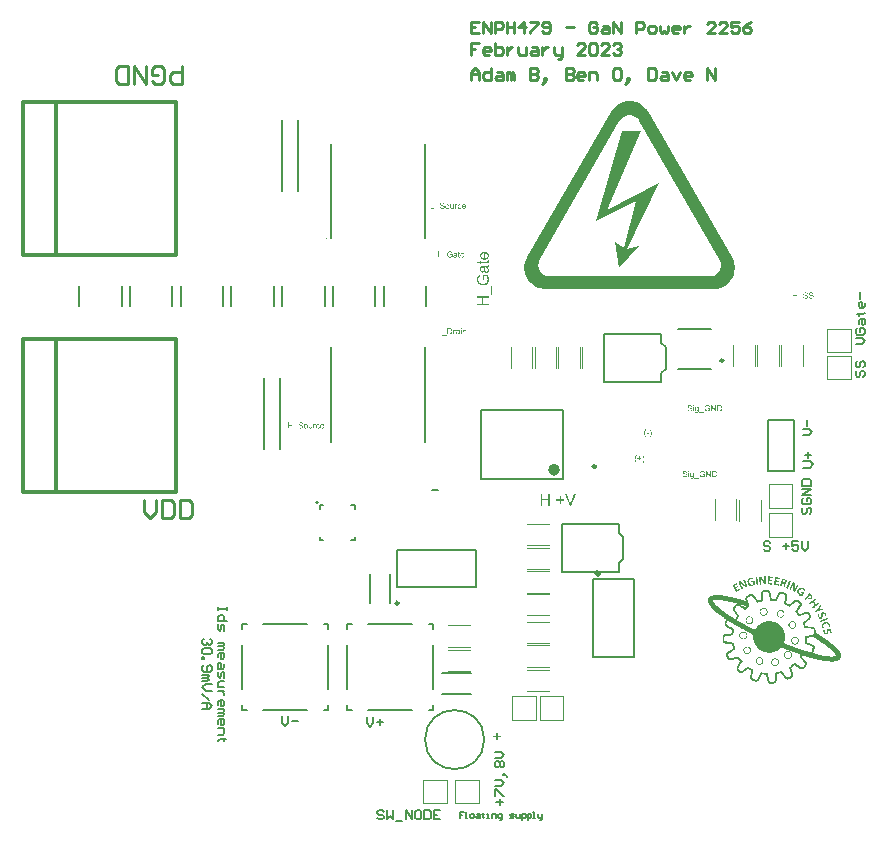
<source format=gbr>
%TF.GenerationSoftware,Altium Limited,Altium Designer,22.9.1 (49)*%
G04 Layer_Color=65535*
%FSLAX45Y45*%
%MOMM*%
%TF.SameCoordinates,C6D2A98E-D71B-44EB-B230-12E80A119C5B*%
%TF.FilePolarity,Positive*%
%TF.FileFunction,Legend,Top*%
%TF.Part,Single*%
G01*
G75*
%TA.AperFunction,NonConductor*%
%ADD54C,0.20000*%
%ADD61C,0.25000*%
%ADD62C,0.30000*%
%ADD63C,0.50000*%
%ADD64C,0.10000*%
%ADD65C,0.15240*%
%ADD66C,0.12700*%
%ADD67C,0.25400*%
%ADD68C,0.15000*%
G36*
X6859925Y2150985D02*
X6877349D01*
Y2148081D01*
X6888965D01*
Y2145177D01*
X6891869D01*
Y2136465D01*
X6874445D01*
Y2139369D01*
X6865733D01*
Y2133561D01*
X6862829D01*
Y2124848D01*
X6868637D01*
Y2121944D01*
X6883157D01*
Y2119040D01*
X6886061D01*
Y2113232D01*
X6883157D01*
Y2110328D01*
X6871541D01*
Y2113232D01*
X6859925D01*
Y2107424D01*
X6857021D01*
Y2098712D01*
X6859925D01*
Y2095808D01*
X6871541D01*
Y2092904D01*
X6883157D01*
Y2081288D01*
X6871541D01*
Y2084192D01*
X6854116D01*
Y2087096D01*
X6845404D01*
Y2090000D01*
X6842500D01*
Y2107424D01*
X6845404D01*
Y2121944D01*
X6848308D01*
Y2133561D01*
X6851212D01*
Y2150985D01*
X6854116D01*
Y2153889D01*
X6859925D01*
Y2150985D01*
D02*
G37*
G36*
X6807652Y2156793D02*
X6827980D01*
Y2153889D01*
X6830884D01*
Y2145177D01*
X6804748D01*
Y2136465D01*
Y2133561D01*
Y2130656D01*
X6827980D01*
Y2119040D01*
X6810556D01*
Y2121944D01*
X6807652D01*
Y2119040D01*
X6801844D01*
Y2104520D01*
X6813460D01*
Y2101616D01*
X6827980D01*
Y2090000D01*
X6810556D01*
Y2092904D01*
X6787323D01*
Y2121944D01*
X6790227D01*
Y2156793D01*
X6793132D01*
Y2159697D01*
X6807652D01*
Y2156793D01*
D02*
G37*
G36*
X6772803Y2098712D02*
X6775707D01*
Y2095808D01*
X6772803D01*
Y2092904D01*
X6758283D01*
Y2095808D01*
X6755379D01*
Y2101616D01*
X6752475D01*
Y2104520D01*
X6749571D01*
Y2110328D01*
X6746667D01*
Y2116136D01*
X6743763D01*
Y2119040D01*
X6740859D01*
Y2124848D01*
X6737955D01*
Y2130656D01*
X6735051D01*
Y2136465D01*
X6732147D01*
Y2092904D01*
X6729243D01*
Y2090000D01*
X6723435D01*
Y2092904D01*
X6720531D01*
Y2113232D01*
X6717627D01*
Y2156793D01*
X6735051D01*
Y2153889D01*
X6737955D01*
Y2150985D01*
X6740859D01*
Y2145177D01*
X6743763D01*
Y2139369D01*
X6746667D01*
Y2136465D01*
X6749571D01*
Y2130656D01*
X6752475D01*
Y2124848D01*
X6755379D01*
Y2119040D01*
X6758283D01*
Y2116136D01*
X6761187D01*
Y2130656D01*
X6758283D01*
Y2159697D01*
X6772803D01*
Y2098712D01*
D02*
G37*
G36*
X6700202Y2133561D02*
X6703106D01*
Y2119040D01*
Y2116136D01*
Y2107424D01*
X6706010D01*
Y2095808D01*
X6708914D01*
Y2090000D01*
X6706010D01*
Y2087096D01*
X6694394D01*
Y2095808D01*
X6691490D01*
Y2110328D01*
X6688586D01*
Y2136465D01*
X6685682D01*
Y2153889D01*
X6700202D01*
Y2133561D01*
D02*
G37*
G36*
X6595657Y2121944D02*
X6598561D01*
Y2116136D01*
X6601465D01*
Y2104520D01*
X6604369D01*
Y2101616D01*
X6607273D01*
Y2098712D01*
Y2095808D01*
Y2092904D01*
X6610177D01*
Y2084192D01*
X6613081D01*
Y2078384D01*
X6615985D01*
Y2069672D01*
X6613081D01*
Y2066768D01*
X6598561D01*
Y2069672D01*
X6595657D01*
Y2072576D01*
X6592753D01*
Y2075480D01*
X6586945D01*
Y2078384D01*
X6584041D01*
Y2081288D01*
X6581137D01*
Y2084192D01*
X6578233D01*
Y2087096D01*
X6575328D01*
Y2090000D01*
X6572424D01*
Y2092904D01*
X6569521D01*
Y2095808D01*
X6563712D01*
Y2098712D01*
X6560808D01*
Y2095808D01*
X6563712D01*
Y2087096D01*
X6566617D01*
Y2081288D01*
X6569521D01*
Y2072576D01*
X6572424D01*
Y2066768D01*
X6575328D01*
Y2060960D01*
X6578233D01*
Y2055151D01*
X6575328D01*
Y2052247D01*
X6563712D01*
Y2060960D01*
X6560808D01*
Y2066768D01*
X6557904D01*
Y2075480D01*
X6555000D01*
Y2084192D01*
X6552096D01*
Y2090000D01*
X6549192D01*
Y2098712D01*
X6546288D01*
Y2107424D01*
X6543384D01*
Y2113232D01*
X6549192D01*
Y2116136D01*
X6555000D01*
Y2119040D01*
X6557904D01*
Y2116136D01*
X6563712D01*
Y2113232D01*
X6566617D01*
Y2110328D01*
X6569521D01*
Y2107424D01*
X6572424D01*
Y2104520D01*
X6578233D01*
Y2101616D01*
X6581137D01*
Y2098712D01*
X6584041D01*
Y2095808D01*
X6586945D01*
Y2092904D01*
X6589849D01*
Y2090000D01*
X6592753D01*
Y2087096D01*
X6595657D01*
Y2095808D01*
X6592753D01*
Y2101616D01*
X6589849D01*
Y2107424D01*
X6586945D01*
Y2116136D01*
X6584041D01*
Y2121944D01*
X6581137D01*
Y2124848D01*
X6584041D01*
Y2127752D01*
X6586945D01*
Y2130656D01*
X6595657D01*
Y2121944D01*
D02*
G37*
G36*
X6665354Y2136465D02*
X6647930D01*
Y2133561D01*
X6642122D01*
Y2130656D01*
X6639217D01*
Y2127752D01*
X6636313D01*
Y2124848D01*
X6633409D01*
Y2116136D01*
X6630505D01*
Y2110328D01*
X6633409D01*
Y2101616D01*
X6636313D01*
Y2098712D01*
X6639217D01*
Y2095808D01*
X6642122D01*
Y2092904D01*
X6645026D01*
Y2090000D01*
X6662450D01*
Y2092904D01*
X6665354D01*
Y2104520D01*
X6662450D01*
Y2107424D01*
X6653738D01*
Y2110328D01*
X6650834D01*
Y2116136D01*
X6653738D01*
Y2119040D01*
X6665354D01*
Y2121944D01*
X6674066D01*
Y2116136D01*
X6676970D01*
Y2101616D01*
X6679874D01*
Y2087096D01*
X6676970D01*
Y2084192D01*
X6668258D01*
Y2081288D01*
X6659546D01*
Y2078384D01*
X6639217D01*
Y2081288D01*
X6633409D01*
Y2084192D01*
X6627601D01*
Y2087096D01*
X6624697D01*
Y2092904D01*
X6621793D01*
Y2095808D01*
X6618889D01*
Y2110328D01*
X6615985D01*
Y2116136D01*
X6618889D01*
Y2127752D01*
X6621793D01*
Y2130656D01*
X6624697D01*
Y2136465D01*
X6630505D01*
Y2139369D01*
X6633409D01*
Y2142273D01*
X6639217D01*
Y2145177D01*
X6653738D01*
Y2148081D01*
X6665354D01*
Y2136465D01*
D02*
G37*
G36*
X6923813D02*
X6935430D01*
Y2133561D01*
X6938334D01*
Y2130656D01*
X6944142D01*
Y2127752D01*
X6947046D01*
Y2124848D01*
X6949950D01*
Y2107424D01*
X6947046D01*
Y2104520D01*
X6944142D01*
Y2101616D01*
X6941238D01*
Y2098712D01*
X6935430D01*
Y2092904D01*
X6938334D01*
Y2078384D01*
Y2075480D01*
Y2063864D01*
X6935430D01*
Y2066768D01*
X6926717D01*
Y2069672D01*
X6923813D01*
Y2092904D01*
X6920909D01*
Y2098712D01*
X6912197D01*
Y2092904D01*
X6909293D01*
Y2084192D01*
X6906389D01*
Y2075480D01*
X6894773D01*
Y2078384D01*
X6891869D01*
Y2087096D01*
X6894773D01*
Y2092904D01*
X6897677D01*
Y2104520D01*
X6900581D01*
Y2113232D01*
X6903485D01*
Y2121944D01*
X6906389D01*
Y2133561D01*
X6909293D01*
Y2139369D01*
X6923813D01*
Y2136465D01*
D02*
G37*
G36*
X6973182Y2119040D02*
X6978990D01*
Y2116136D01*
X6981894D01*
Y2107424D01*
X6978990D01*
Y2101616D01*
X6976086D01*
Y2092904D01*
X6973182D01*
Y2084192D01*
X6970278D01*
Y2081288D01*
X6967374D01*
Y2072576D01*
X6964470D01*
Y2063864D01*
X6961566D01*
Y2058056D01*
X6958662D01*
Y2055151D01*
X6952854D01*
Y2058056D01*
X6949950D01*
Y2060960D01*
X6947046D01*
Y2066768D01*
X6949950D01*
Y2075480D01*
X6952854D01*
Y2081288D01*
X6955758D01*
Y2087096D01*
X6958662D01*
Y2095808D01*
X6961566D01*
Y2104520D01*
X6964470D01*
Y2110328D01*
X6967374D01*
Y2119040D01*
X6970278D01*
Y2121944D01*
X6973182D01*
Y2119040D01*
D02*
G37*
G36*
X7077728Y2060960D02*
X7086440D01*
Y2058056D01*
X7095152D01*
Y2055151D01*
X7098056D01*
Y2052247D01*
X7100960D01*
Y2049343D01*
X7103864D01*
Y2046439D01*
X7106768D01*
Y2037727D01*
X7100960D01*
Y2034823D01*
X7098056D01*
Y2040631D01*
X7095152D01*
Y2043535D01*
X7089344D01*
Y2046439D01*
X7083536D01*
Y2049343D01*
X7069015D01*
Y2046439D01*
X7063207D01*
Y2043535D01*
X7060303D01*
Y2040631D01*
X7057399D01*
Y2034823D01*
X7054495D01*
Y2017399D01*
X7057399D01*
Y2014495D01*
X7060303D01*
Y2011591D01*
X7063207D01*
Y2008687D01*
X7066111D01*
Y2005783D01*
X7071920D01*
Y2008687D01*
X7074824D01*
Y2014495D01*
X7077728D01*
Y2020303D01*
X7071920D01*
Y2026111D01*
X7074824D01*
Y2031919D01*
X7080632D01*
Y2029015D01*
X7083536D01*
Y2026111D01*
X7089344D01*
Y2023207D01*
X7092248D01*
Y2020303D01*
X7095152D01*
Y2014495D01*
X7092248D01*
Y2011591D01*
X7089344D01*
Y2005783D01*
X7086440D01*
Y2002879D01*
X7083536D01*
Y1997071D01*
X7080632D01*
Y1994167D01*
X7077728D01*
Y1991262D01*
X7069015D01*
Y1994167D01*
X7066111D01*
Y1997071D01*
X7057399D01*
Y1999975D01*
X7054495D01*
Y2002879D01*
X7051591D01*
Y2005783D01*
X7048687D01*
Y2008687D01*
X7045783D01*
Y2011591D01*
X7042879D01*
Y2017399D01*
X7039975D01*
Y2040631D01*
X7042879D01*
Y2046439D01*
X7045783D01*
Y2049343D01*
X7048687D01*
Y2052247D01*
X7051591D01*
Y2055151D01*
X7054495D01*
Y2058056D01*
X7057399D01*
Y2060960D01*
X7069015D01*
Y2063864D01*
X7077728D01*
Y2060960D01*
D02*
G37*
G36*
X6525960Y2101616D02*
X6528864D01*
Y2092904D01*
X6525960D01*
Y2090000D01*
X6520152D01*
Y2087096D01*
X6517248D01*
Y2084192D01*
X6508536D01*
Y2078384D01*
X6511440D01*
Y2072576D01*
X6514344D01*
Y2069672D01*
X6520152D01*
Y2072576D01*
X6525960D01*
Y2075480D01*
X6531768D01*
Y2078384D01*
X6537576D01*
Y2075480D01*
X6540480D01*
Y2069672D01*
X6537576D01*
Y2066768D01*
X6531768D01*
Y2063864D01*
X6528864D01*
Y2060960D01*
X6523056D01*
Y2049343D01*
X6525960D01*
Y2046439D01*
X6528864D01*
Y2043535D01*
X6531768D01*
Y2046439D01*
X6534672D01*
Y2049343D01*
X6540480D01*
Y2052247D01*
X6549192D01*
Y2055151D01*
X6555000D01*
Y2043535D01*
X6549192D01*
Y2040631D01*
X6546288D01*
Y2037727D01*
X6537576D01*
Y2034823D01*
X6531768D01*
Y2031919D01*
X6528864D01*
Y2029015D01*
X6517248D01*
Y2034823D01*
X6514344D01*
Y2040631D01*
X6511440D01*
Y2046439D01*
X6508536D01*
Y2052247D01*
X6505632D01*
Y2058056D01*
X6502728D01*
Y2063864D01*
X6499823D01*
Y2069672D01*
X6496919D01*
Y2075480D01*
X6494015D01*
Y2081288D01*
X6491111D01*
Y2087096D01*
X6494015D01*
Y2090000D01*
X6502728D01*
Y2092904D01*
X6505632D01*
Y2095808D01*
X6511440D01*
Y2098712D01*
X6520152D01*
Y2101616D01*
X6523056D01*
Y2104520D01*
X6525960D01*
Y2101616D01*
D02*
G37*
G36*
X7008031Y2104520D02*
X7013839D01*
Y2101616D01*
X7016743D01*
Y2055151D01*
X7022551D01*
Y2063864D01*
X7025455D01*
Y2069672D01*
X7028359D01*
Y2075480D01*
X7031263D01*
Y2081288D01*
X7034167D01*
Y2084192D01*
X7037071D01*
Y2090000D01*
X7042879D01*
Y2087096D01*
X7045783D01*
Y2084192D01*
X7048687D01*
Y2078384D01*
X7045783D01*
Y2075480D01*
X7042879D01*
Y2066768D01*
X7039975D01*
Y2063864D01*
X7037071D01*
Y2055151D01*
X7034167D01*
Y2052247D01*
X7031263D01*
Y2046439D01*
X7028359D01*
Y2040631D01*
X7025455D01*
Y2034823D01*
X7022551D01*
Y2029015D01*
X7019647D01*
Y2026111D01*
X7016743D01*
Y2029015D01*
X7008031D01*
Y2031919D01*
X7005126D01*
Y2084192D01*
X6999318D01*
Y2075480D01*
X6996415D01*
Y2066768D01*
X6993510D01*
Y2063864D01*
X6990606D01*
Y2058056D01*
X6987702D01*
Y2052247D01*
X6984798D01*
Y2046439D01*
X6976086D01*
Y2049343D01*
X6973182D01*
Y2058056D01*
X6976086D01*
Y2063864D01*
X6978990D01*
Y2069672D01*
X6981894D01*
Y2075480D01*
X6984798D01*
Y2081288D01*
X6987702D01*
Y2084192D01*
Y2087096D01*
X6990606D01*
Y2092904D01*
X6993510D01*
Y2098712D01*
X6996415D01*
Y2104520D01*
X6999318D01*
Y2107424D01*
X7008031D01*
Y2104520D01*
D02*
G37*
G36*
X7147425Y2011591D02*
X7150329D01*
Y2008687D01*
X7153233D01*
Y2005783D01*
X7156137D01*
Y2002879D01*
X7159041D01*
Y1999975D01*
X7161945D01*
Y1997071D01*
X7164849D01*
Y1994167D01*
X7167753D01*
Y1973838D01*
X7164849D01*
Y1968030D01*
X7159041D01*
Y1965126D01*
X7135808D01*
Y1968030D01*
X7132904D01*
Y1970934D01*
X7130000D01*
Y1973838D01*
X7121288D01*
Y1970934D01*
X7118384D01*
Y1968030D01*
X7115480D01*
Y1965126D01*
X7112576D01*
Y1962222D01*
X7109672D01*
Y1959318D01*
X7106768D01*
Y1962222D01*
X7103864D01*
Y1965126D01*
X7100960D01*
Y1968030D01*
Y1970934D01*
Y1973838D01*
X7106768D01*
Y1979647D01*
X7109672D01*
Y1982551D01*
X7115480D01*
Y1988358D01*
X7118384D01*
Y1991262D01*
X7121288D01*
Y1994167D01*
X7124192D01*
Y1997071D01*
X7127096D01*
Y1999975D01*
X7130000D01*
Y2002879D01*
X7132904D01*
Y2005783D01*
X7135808D01*
Y2008687D01*
X7138712D01*
Y2011591D01*
X7141616D01*
Y2014495D01*
X7147425D01*
Y2011591D01*
D02*
G37*
G36*
X6796036Y2037727D02*
X6798940D01*
Y2034823D01*
X6804748D01*
Y2029015D01*
X6807652D01*
Y2026111D01*
X6810556D01*
Y2014495D01*
X6813460D01*
Y2005783D01*
X6816364D01*
Y1991262D01*
X6819268D01*
Y1979647D01*
X6822172D01*
Y1970934D01*
X6825076D01*
Y1968030D01*
X6836692D01*
Y1965126D01*
X6851212D01*
Y1968030D01*
X6854116D01*
Y1970934D01*
X6857021D01*
Y1979647D01*
X6859925D01*
Y1985454D01*
X6862829D01*
Y1988358D01*
X6865733D01*
Y1997071D01*
X6868637D01*
Y2002879D01*
X6871541D01*
Y2008687D01*
X6874445D01*
Y2014495D01*
X6877349D01*
Y2017399D01*
X6880253D01*
Y2020303D01*
X6883157D01*
Y2023207D01*
X6886061D01*
Y2026111D01*
X6891869D01*
Y2029015D01*
X6909293D01*
Y2026111D01*
X6918005D01*
Y2023207D01*
X6926717D01*
Y2020303D01*
X6938334D01*
Y2017399D01*
X6941238D01*
Y2014495D01*
X6944142D01*
Y2011591D01*
X6947046D01*
Y2008687D01*
X6949950D01*
Y2005783D01*
X6952854D01*
Y1976742D01*
X6949950D01*
Y1953510D01*
X6947046D01*
Y1941894D01*
X6944142D01*
Y1936086D01*
X6947046D01*
Y1933182D01*
X6952854D01*
Y1930278D01*
X6955758D01*
Y1927374D01*
X6961566D01*
Y1924470D01*
X6967374D01*
Y1921566D01*
X6976086D01*
Y1924470D01*
X6978990D01*
Y1927374D01*
X6981894D01*
Y1930278D01*
X6984798D01*
Y1933182D01*
X6990606D01*
Y1936086D01*
X6993510D01*
Y1938990D01*
X6996415D01*
Y1941894D01*
X6999318D01*
Y1944798D01*
X7005126D01*
Y1947702D01*
X7008031D01*
Y1950606D01*
X7010935D01*
Y1953510D01*
X7013839D01*
Y1956414D01*
X7019647D01*
Y1959318D01*
X7045783D01*
Y1956414D01*
X7051591D01*
Y1953510D01*
X7054495D01*
Y1950606D01*
X7057399D01*
Y1947702D01*
X7063207D01*
Y1944798D01*
X7066111D01*
Y1941894D01*
X7069015D01*
Y1938990D01*
X7071920D01*
Y1933182D01*
X7074824D01*
Y1909949D01*
X7071920D01*
Y1907045D01*
X7069015D01*
Y1901237D01*
X7066111D01*
Y1895429D01*
X7063207D01*
Y1892525D01*
X7060303D01*
Y1886717D01*
X7057399D01*
Y1883813D01*
X7054495D01*
Y1878005D01*
X7051591D01*
Y1872197D01*
X7048687D01*
Y1869293D01*
X7045783D01*
Y1863485D01*
X7042879D01*
Y1857677D01*
X7045783D01*
Y1851869D01*
X7048687D01*
Y1848965D01*
X7051591D01*
Y1846061D01*
X7054495D01*
Y1843157D01*
X7057399D01*
Y1840252D01*
X7066111D01*
Y1843157D01*
X7074824D01*
Y1846061D01*
X7077728D01*
Y1848965D01*
X7089344D01*
Y1851869D01*
X7095152D01*
Y1854773D01*
X7100960D01*
Y1857677D01*
X7112576D01*
Y1860581D01*
X7127096D01*
Y1857677D01*
X7132904D01*
Y1854773D01*
X7138712D01*
Y1848965D01*
X7141616D01*
Y1846061D01*
X7144520D01*
Y1840252D01*
X7147425D01*
Y1834444D01*
X7150329D01*
Y1831540D01*
X7153233D01*
Y1805404D01*
X7150329D01*
Y1799596D01*
X7147425D01*
Y1796692D01*
X7144520D01*
Y1793788D01*
X7141616D01*
Y1790884D01*
X7138712D01*
Y1787980D01*
X7132904D01*
Y1785076D01*
X7130000D01*
Y1782172D01*
X7127096D01*
Y1779268D01*
X7124192D01*
Y1776363D01*
X7121288D01*
Y1773459D01*
X7115480D01*
Y1770556D01*
X7112576D01*
Y1767652D01*
X7109672D01*
Y1764748D01*
X7106768D01*
Y1761843D01*
X7103864D01*
Y1750227D01*
X7106768D01*
Y1741515D01*
X7109672D01*
Y1735707D01*
X7130000D01*
Y1732803D01*
X7170657D01*
Y1729899D01*
X7176465D01*
Y1726995D01*
X7182273D01*
Y1724091D01*
X7185177D01*
Y1721187D01*
X7188081D01*
Y1715379D01*
X7190985D01*
Y1703763D01*
X7193889D01*
Y1683434D01*
X7196793D01*
Y1680530D01*
X7199697D01*
Y1677626D01*
X7205505D01*
Y1674722D01*
X7208409D01*
Y1671818D01*
X7214217D01*
Y1668914D01*
X7220025D01*
Y1666010D01*
X7222930D01*
Y1663106D01*
X7228738D01*
Y1660202D01*
X7231642D01*
Y1657298D01*
X7237450D01*
Y1654394D01*
X7243258D01*
Y1651490D01*
X7246162D01*
Y1648586D01*
X7251970D01*
Y1645682D01*
X7254874D01*
Y1642778D01*
X7257778D01*
Y1639874D01*
X7263586D01*
Y1636970D01*
X7266490D01*
Y1634066D01*
X7272298D01*
Y1631162D01*
X7278106D01*
Y1628258D01*
X7281010D01*
Y1625353D01*
X7283914D01*
Y1622449D01*
X7289723D01*
Y1619545D01*
X7292627D01*
Y1616641D01*
X7298435D01*
Y1613737D01*
X7301339D01*
Y1610833D01*
X7304243D01*
Y1607929D01*
X7310051D01*
Y1605025D01*
X7312955D01*
Y1602121D01*
X7315859D01*
Y1599217D01*
X7321667D01*
Y1596313D01*
X7324571D01*
Y1593409D01*
X7327475D01*
Y1590505D01*
X7330379D01*
Y1587601D01*
X7336187D01*
Y1584697D01*
X7339091D01*
Y1581793D01*
X7341995D01*
Y1578889D01*
X7344899D01*
Y1575985D01*
X7347803D01*
Y1573081D01*
X7350707D01*
Y1570177D01*
X7356515D01*
Y1567273D01*
X7359419D01*
Y1564369D01*
X7362324D01*
Y1561464D01*
X7365228D01*
Y1558561D01*
X7368132D01*
Y1555657D01*
X7371036D01*
Y1552753D01*
X7373940D01*
Y1549849D01*
X7376844D01*
Y1546944D01*
X7379748D01*
Y1541136D01*
X7382652D01*
Y1538232D01*
X7385556D01*
Y1535328D01*
X7388460D01*
Y1532424D01*
X7391364D01*
Y1529520D01*
X7394268D01*
Y1523712D01*
X7397172D01*
Y1520808D01*
X7400076D01*
Y1515000D01*
X7402980D01*
Y1506288D01*
X7405884D01*
Y1500480D01*
X7408788D01*
Y1471439D01*
X7405884D01*
Y1468535D01*
X7402980D01*
Y1462727D01*
X7400076D01*
Y1456919D01*
X7397172D01*
Y1454015D01*
X7391364D01*
Y1451111D01*
X7388460D01*
Y1448207D01*
X7382652D01*
Y1445303D01*
X7373940D01*
Y1442399D01*
X7371036D01*
Y1439495D01*
X7347803D01*
Y1436591D01*
X7315859D01*
Y1439495D01*
X7281010D01*
Y1442399D01*
X7269394D01*
Y1445303D01*
X7249066D01*
Y1448207D01*
X7234546D01*
Y1451111D01*
X7222930D01*
Y1454015D01*
X7205505D01*
Y1456919D01*
X7199697D01*
Y1459823D01*
X7185177D01*
Y1462727D01*
X7170657D01*
Y1465631D01*
X7164849D01*
Y1468535D01*
X7153233D01*
Y1471439D01*
X7141616D01*
Y1474344D01*
X7132904D01*
Y1477247D01*
X7121288D01*
Y1480151D01*
X7115480D01*
Y1483055D01*
X7103864D01*
Y1485959D01*
X7092248D01*
Y1488864D01*
X7089344D01*
Y1491768D01*
X7086440D01*
Y1488864D01*
X7083536D01*
Y1485959D01*
X7080632D01*
Y1483055D01*
X7077728D01*
Y1474344D01*
X7080632D01*
Y1471439D01*
X7083536D01*
Y1468535D01*
X7086440D01*
Y1465631D01*
X7089344D01*
Y1462727D01*
X7092248D01*
Y1456919D01*
X7095152D01*
Y1454015D01*
X7098056D01*
Y1451111D01*
X7100960D01*
Y1448207D01*
X7103864D01*
Y1445303D01*
X7106768D01*
Y1442399D01*
X7109672D01*
Y1439495D01*
X7112576D01*
Y1433687D01*
X7115480D01*
Y1430783D01*
X7118384D01*
Y1424975D01*
X7121288D01*
Y1407550D01*
X7118384D01*
Y1404646D01*
X7115480D01*
Y1398838D01*
X7112576D01*
Y1395934D01*
X7109672D01*
Y1393030D01*
X7106768D01*
Y1390126D01*
X7103864D01*
Y1387222D01*
X7100960D01*
Y1381414D01*
X7098056D01*
Y1378510D01*
X7092248D01*
Y1375606D01*
X7086440D01*
Y1372702D01*
X7066111D01*
Y1375606D01*
X7060303D01*
Y1378510D01*
X7057399D01*
Y1381414D01*
X7051591D01*
Y1384318D01*
X7045783D01*
Y1387222D01*
X7042879D01*
Y1390126D01*
X7039975D01*
Y1393030D01*
X7034167D01*
Y1395934D01*
X7031263D01*
Y1398838D01*
X7025455D01*
Y1401742D01*
X7022551D01*
Y1404646D01*
X7013839D01*
Y1401742D01*
X7010935D01*
Y1398838D01*
X7005126D01*
Y1395934D01*
X7002222D01*
Y1393030D01*
X6999318D01*
Y1390126D01*
X6996415D01*
Y1387222D01*
X6993510D01*
Y1384318D01*
X6987702D01*
Y1372702D01*
X6990606D01*
Y1361086D01*
X6993510D01*
Y1355278D01*
X6996415D01*
Y1346566D01*
X6999318D01*
Y1337854D01*
X7002222D01*
Y1332045D01*
X7005126D01*
Y1311717D01*
X7002222D01*
Y1308813D01*
X6999318D01*
Y1303005D01*
X6996415D01*
Y1300101D01*
X6990606D01*
Y1297197D01*
X6984798D01*
Y1294293D01*
X6981894D01*
Y1291389D01*
X6973182D01*
Y1288485D01*
X6964470D01*
Y1285581D01*
X6949950D01*
Y1288485D01*
X6944142D01*
Y1291389D01*
X6938334D01*
Y1294293D01*
X6935430D01*
Y1297197D01*
X6932526D01*
Y1300101D01*
X6929621D01*
Y1305909D01*
X6926717D01*
Y1308813D01*
X6923813D01*
Y1311717D01*
X6920909D01*
Y1317525D01*
X6918005D01*
Y1320429D01*
X6915101D01*
Y1323333D01*
X6912197D01*
Y1329141D01*
X6906389D01*
Y1334950D01*
X6903485D01*
Y1337854D01*
X6900581D01*
Y1340758D01*
X6897677D01*
Y1337854D01*
X6886061D01*
Y1334950D01*
X6874445D01*
Y1332045D01*
X6871541D01*
Y1329141D01*
X6868637D01*
Y1308813D01*
X6865733D01*
Y1273965D01*
X6862829D01*
Y1268156D01*
X6859925D01*
Y1262349D01*
X6857021D01*
Y1259445D01*
X6854116D01*
Y1256540D01*
X6848308D01*
Y1253636D01*
X6842500D01*
Y1250732D01*
X6801844D01*
Y1253636D01*
X6798940D01*
Y1256540D01*
X6796036D01*
Y1259445D01*
X6790227D01*
Y1265252D01*
X6787323D01*
Y1273965D01*
X6784420D01*
Y1282677D01*
X6781516D01*
Y1297197D01*
X6778611D01*
Y1308813D01*
X6775707D01*
Y1320429D01*
X6772803D01*
Y1326237D01*
X6758283D01*
Y1329141D01*
X6740859D01*
Y1323333D01*
X6737955D01*
Y1320429D01*
X6735051D01*
Y1314621D01*
X6732147D01*
Y1308813D01*
X6729243D01*
Y1305909D01*
X6726339D01*
Y1300101D01*
X6723435D01*
Y1294293D01*
X6720531D01*
Y1291389D01*
X6717627D01*
Y1285581D01*
X6714722D01*
Y1279773D01*
X6711818D01*
Y1276869D01*
X6708914D01*
Y1273965D01*
X6703106D01*
Y1271060D01*
X6697298D01*
Y1268156D01*
X6679874D01*
Y1271060D01*
X6674066D01*
Y1273965D01*
X6665354D01*
Y1276869D01*
X6656642D01*
Y1279773D01*
X6653738D01*
Y1282677D01*
X6647930D01*
Y1288485D01*
X6645026D01*
Y1291389D01*
X6642122D01*
Y1326237D01*
X6645026D01*
Y1343662D01*
X6647930D01*
Y1363990D01*
X6645026D01*
Y1366894D01*
X6639217D01*
Y1369798D01*
X6633409D01*
Y1372702D01*
X6624697D01*
Y1375606D01*
X6621793D01*
Y1372702D01*
X6613081D01*
Y1369798D01*
X6610177D01*
Y1366894D01*
X6604369D01*
Y1363990D01*
X6601465D01*
Y1361086D01*
X6598561D01*
Y1358182D01*
X6592753D01*
Y1355278D01*
X6589849D01*
Y1352374D01*
X6586945D01*
Y1349470D01*
X6581137D01*
Y1346566D01*
X6578233D01*
Y1343662D01*
X6569521D01*
Y1340758D01*
X6555000D01*
Y1343662D01*
X6546288D01*
Y1346566D01*
X6543384D01*
Y1349470D01*
X6540480D01*
Y1352374D01*
X6537576D01*
Y1355278D01*
X6534672D01*
Y1358182D01*
X6531768D01*
Y1361086D01*
X6528864D01*
Y1363990D01*
X6525960D01*
Y1390126D01*
X6528864D01*
Y1393030D01*
X6531768D01*
Y1398838D01*
X6534672D01*
Y1404646D01*
X6537576D01*
Y1410454D01*
X6540480D01*
Y1416263D01*
X6543384D01*
Y1419167D01*
X6546288D01*
Y1424975D01*
X6549192D01*
Y1430783D01*
X6552096D01*
Y1433687D01*
X6555000D01*
Y1442399D01*
X6552096D01*
Y1445303D01*
X6549192D01*
Y1448207D01*
X6546288D01*
Y1451111D01*
X6543384D01*
Y1454015D01*
X6540480D01*
Y1456919D01*
X6537576D01*
Y1459823D01*
X6534672D01*
Y1462727D01*
X6523056D01*
Y1459823D01*
X6511440D01*
Y1456919D01*
X6502728D01*
Y1454015D01*
X6491111D01*
Y1451111D01*
X6482399D01*
Y1448207D01*
X6467879D01*
Y1451111D01*
X6462071D01*
Y1454015D01*
X6456263D01*
Y1456919D01*
X6453359D01*
Y1459823D01*
X6450455D01*
Y1462727D01*
X6447551D01*
Y1471439D01*
X6444647D01*
Y1477247D01*
X6441743D01*
Y1480151D01*
X6438839D01*
Y1506288D01*
X6441743D01*
Y1509192D01*
X6444647D01*
Y1515000D01*
X6450455D01*
Y1517904D01*
X6453359D01*
Y1520808D01*
X6456263D01*
Y1523712D01*
X6462071D01*
Y1526616D01*
X6464975D01*
Y1529520D01*
X6470783D01*
Y1532424D01*
X6473687D01*
Y1535328D01*
X6476591D01*
Y1538232D01*
X6482399D01*
Y1541136D01*
X6485303D01*
Y1544040D01*
X6488207D01*
Y1546944D01*
X6494015D01*
Y1558561D01*
X6491111D01*
Y1570177D01*
X6488207D01*
Y1581793D01*
X6485303D01*
Y1584697D01*
X6476591D01*
Y1587601D01*
X6447551D01*
Y1590505D01*
X6430127D01*
Y1593409D01*
X6418510D01*
Y1596313D01*
X6415606D01*
Y1599217D01*
X6412702D01*
Y1602121D01*
X6409798D01*
Y1607929D01*
X6406894D01*
Y1654394D01*
X6409798D01*
Y1657298D01*
X6412702D01*
Y1663106D01*
X6418510D01*
Y1666010D01*
X6421414D01*
Y1668914D01*
X6438839D01*
Y1671818D01*
X6462071D01*
Y1674722D01*
X6479495D01*
Y1677626D01*
X6482399D01*
Y1695050D01*
X6485303D01*
Y1703763D01*
X6482399D01*
Y1706667D01*
X6479495D01*
Y1709571D01*
X6473687D01*
Y1712475D01*
X6467879D01*
Y1715379D01*
X6464975D01*
Y1718283D01*
X6459167D01*
Y1721187D01*
X6456263D01*
Y1724091D01*
X6447551D01*
Y1726995D01*
X6444647D01*
Y1729899D01*
X6438839D01*
Y1732803D01*
X6433031D01*
Y1735707D01*
X6430127D01*
Y1741515D01*
X6427223D01*
Y1744419D01*
X6424318D01*
Y1767652D01*
X6427223D01*
Y1773459D01*
X6430127D01*
Y1785076D01*
X6433031D01*
Y1790884D01*
X6435935D01*
Y1796692D01*
X6430127D01*
Y1799596D01*
X6427223D01*
Y1802500D01*
X6421414D01*
Y1805404D01*
X6418510D01*
Y1808308D01*
X6415606D01*
Y1811212D01*
X6409798D01*
Y1814116D01*
X6406894D01*
Y1817020D01*
X6401086D01*
Y1819924D01*
X6398182D01*
Y1822828D01*
X6395278D01*
Y1825732D01*
X6389470D01*
Y1828636D01*
X6383662D01*
Y1831540D01*
X6380758D01*
Y1834444D01*
X6377854D01*
Y1837348D01*
X6374950D01*
Y1840252D01*
X6369142D01*
Y1843157D01*
X6366238D01*
Y1846061D01*
X6363334D01*
Y1848965D01*
X6360429D01*
Y1851869D01*
X6354622D01*
Y1854773D01*
X6351718D01*
Y1857677D01*
X6348813D01*
Y1860581D01*
X6345909D01*
Y1863485D01*
X6343005D01*
Y1866389D01*
X6337197D01*
Y1869293D01*
X6334293D01*
Y1872197D01*
X6331389D01*
Y1875101D01*
X6328485D01*
Y1878005D01*
X6325581D01*
Y1880909D01*
X6322677D01*
Y1883813D01*
X6319773D01*
Y1886717D01*
X6316869D01*
Y1889621D01*
X6313965D01*
Y1892525D01*
X6311061D01*
Y1895429D01*
X6308157D01*
Y1901237D01*
X6305253D01*
Y1904141D01*
X6302349D01*
Y1907045D01*
X6299445D01*
Y1912853D01*
X6296541D01*
Y1915757D01*
X6293637D01*
Y1918662D01*
X6290733D01*
Y1924470D01*
X6287829D01*
Y1930278D01*
X6284924D01*
Y1938990D01*
X6282020D01*
Y1968030D01*
X6284924D01*
Y1973838D01*
X6287829D01*
Y1979647D01*
X6290733D01*
Y1982551D01*
X6293637D01*
Y1985454D01*
X6296541D01*
Y1988358D01*
X6302349D01*
Y1991262D01*
X6305253D01*
Y1994167D01*
X6311061D01*
Y1997071D01*
X6322677D01*
Y1999975D01*
X6334293D01*
Y2002879D01*
X6386566D01*
Y1999975D01*
X6406894D01*
Y1997071D01*
X6427223D01*
Y1994167D01*
X6441743D01*
Y1991262D01*
X6456263D01*
Y1988358D01*
X6473687D01*
Y1985454D01*
X6482399D01*
Y1982551D01*
X6494015D01*
Y1979647D01*
X6508536D01*
Y1976742D01*
X6517248D01*
Y1973838D01*
X6528864D01*
Y1970934D01*
X6537576D01*
Y1968030D01*
X6549192D01*
Y1965126D01*
X6560808D01*
Y1962222D01*
X6566617D01*
Y1959318D01*
X6578233D01*
Y1956414D01*
X6589849D01*
Y1953510D01*
X6595657D01*
Y1950606D01*
X6601465D01*
Y1959318D01*
X6598561D01*
Y1976742D01*
X6601465D01*
Y1985454D01*
X6604369D01*
Y1988358D01*
X6607273D01*
Y1991262D01*
X6610177D01*
Y1994167D01*
X6615985D01*
Y1997071D01*
X6621793D01*
Y1999975D01*
X6627601D01*
Y2002879D01*
X6633409D01*
Y2005783D01*
X6642122D01*
Y2008687D01*
X6656642D01*
Y2005783D01*
X6662450D01*
Y2002879D01*
X6668258D01*
Y1999975D01*
X6671162D01*
Y1997071D01*
X6674066D01*
Y1991262D01*
X6676970D01*
Y1988358D01*
X6679874D01*
Y1985454D01*
X6682778D01*
Y1982551D01*
X6685682D01*
Y1976742D01*
X6688586D01*
Y1973838D01*
X6691490D01*
Y1970934D01*
X6694394D01*
Y1968030D01*
X6697298D01*
Y1962222D01*
X6700202D01*
Y1959318D01*
X6703106D01*
Y1956414D01*
X6714722D01*
Y1959318D01*
X6726339D01*
Y1962222D01*
X6729243D01*
Y2017399D01*
X6732147D01*
Y2026111D01*
X6735051D01*
Y2029015D01*
X6737955D01*
Y2031919D01*
X6740859D01*
Y2034823D01*
X6743763D01*
Y2037727D01*
X6752475D01*
Y2040631D01*
X6796036D01*
Y2037727D01*
D02*
G37*
G36*
X7193889Y1965126D02*
X7196793D01*
Y1959318D01*
X7193889D01*
Y1956414D01*
X7190985D01*
Y1953510D01*
X7188081D01*
Y1950606D01*
X7185177D01*
Y1947702D01*
X7179369D01*
Y1941894D01*
X7182273D01*
Y1938990D01*
X7185177D01*
Y1933182D01*
X7188081D01*
Y1930278D01*
X7190985D01*
Y1927374D01*
X7193889D01*
Y1924470D01*
X7199697D01*
Y1927374D01*
X7202601D01*
Y1930278D01*
X7205505D01*
Y1933182D01*
X7208409D01*
Y1936086D01*
X7211313D01*
Y1938990D01*
X7217121D01*
Y1936086D01*
X7220025D01*
Y1933182D01*
X7222930D01*
Y1927374D01*
X7220025D01*
Y1924470D01*
X7217121D01*
Y1921566D01*
X7211313D01*
Y1918662D01*
X7208409D01*
Y1915757D01*
X7205505D01*
Y1912853D01*
X7202601D01*
Y1909949D01*
X7196793D01*
Y1907045D01*
X7193889D01*
Y1904141D01*
X7190985D01*
Y1901237D01*
X7188081D01*
Y1898333D01*
X7185177D01*
Y1895429D01*
X7179369D01*
Y1892525D01*
X7176465D01*
Y1889621D01*
X7170657D01*
Y1892525D01*
X7167753D01*
Y1901237D01*
X7170657D01*
Y1904141D01*
X7173561D01*
Y1907045D01*
X7176465D01*
Y1909949D01*
X7179369D01*
Y1912853D01*
X7185177D01*
Y1918662D01*
X7182273D01*
Y1924470D01*
X7179369D01*
Y1927374D01*
X7176465D01*
Y1930278D01*
X7173561D01*
Y1933182D01*
X7170657D01*
Y1936086D01*
X7164849D01*
Y1933182D01*
X7161945D01*
Y1930278D01*
X7159041D01*
Y1927374D01*
X7156137D01*
Y1924470D01*
X7153233D01*
Y1921566D01*
X7144520D01*
Y1924470D01*
X7141616D01*
Y1927374D01*
X7138712D01*
Y1930278D01*
X7141616D01*
Y1933182D01*
X7144520D01*
Y1936086D01*
X7150329D01*
Y1938990D01*
X7153233D01*
Y1941894D01*
X7156137D01*
Y1944798D01*
X7159041D01*
Y1947702D01*
X7161945D01*
Y1950606D01*
X7167753D01*
Y1953510D01*
X7170657D01*
Y1956414D01*
X7173561D01*
Y1959318D01*
X7176465D01*
Y1962222D01*
X7179369D01*
Y1965126D01*
X7185177D01*
Y1968030D01*
X7193889D01*
Y1965126D01*
D02*
G37*
G36*
X7234546Y1912853D02*
X7237450D01*
Y1907045D01*
X7240354D01*
Y1904141D01*
X7237450D01*
Y1898333D01*
X7234546D01*
Y1895429D01*
X7231642D01*
Y1889621D01*
X7228738D01*
Y1886717D01*
X7225834D01*
Y1883813D01*
X7222930D01*
Y1880909D01*
X7249066D01*
Y1883813D01*
X7254874D01*
Y1880909D01*
X7257778D01*
Y1878005D01*
X7260682D01*
Y1872197D01*
X7231642D01*
Y1869293D01*
X7217121D01*
Y1866389D01*
X7211313D01*
Y1863485D01*
X7205505D01*
Y1860581D01*
X7202601D01*
Y1857677D01*
X7199697D01*
Y1854773D01*
X7193889D01*
Y1857677D01*
X7190985D01*
Y1863485D01*
X7188081D01*
Y1866389D01*
X7190985D01*
Y1869293D01*
X7196793D01*
Y1872197D01*
X7199697D01*
Y1875101D01*
X7205505D01*
Y1878005D01*
X7208409D01*
Y1880909D01*
X7211313D01*
Y1883813D01*
X7214217D01*
Y1889621D01*
X7217121D01*
Y1895429D01*
X7220025D01*
Y1898333D01*
X7222930D01*
Y1904141D01*
X7225834D01*
Y1909949D01*
X7228738D01*
Y1915757D01*
X7234546D01*
Y1912853D01*
D02*
G37*
G36*
X7260682Y1854773D02*
X7266490D01*
Y1851869D01*
X7272298D01*
Y1848965D01*
X7275202D01*
Y1846061D01*
X7278106D01*
Y1837348D01*
X7281010D01*
Y1831540D01*
X7283914D01*
Y1825732D01*
X7272298D01*
Y1831540D01*
X7269394D01*
Y1840252D01*
X7266490D01*
Y1843157D01*
X7254874D01*
Y1814116D01*
X7251970D01*
Y1808308D01*
X7249066D01*
Y1805404D01*
X7246162D01*
Y1802500D01*
X7225834D01*
Y1805404D01*
X7222930D01*
Y1808308D01*
X7220025D01*
Y1811212D01*
X7217121D01*
Y1817020D01*
X7214217D01*
Y1825732D01*
X7211313D01*
Y1834444D01*
X7214217D01*
Y1837348D01*
X7220025D01*
Y1834444D01*
X7222930D01*
Y1822828D01*
X7225834D01*
Y1817020D01*
X7228738D01*
Y1814116D01*
X7237450D01*
Y1817020D01*
X7240354D01*
Y1843157D01*
X7243258D01*
Y1848965D01*
X7246162D01*
Y1851869D01*
X7249066D01*
Y1854773D01*
X7254874D01*
Y1857677D01*
X7260682D01*
Y1854773D01*
D02*
G37*
G36*
X7292627Y1805404D02*
X7295530D01*
Y1796692D01*
X7292627D01*
Y1793788D01*
X7283914D01*
Y1790884D01*
X7281010D01*
Y1787980D01*
X7272298D01*
Y1785076D01*
X7263586D01*
Y1782172D01*
X7257778D01*
Y1779268D01*
X7249066D01*
Y1776363D01*
X7243258D01*
Y1773459D01*
X7237450D01*
Y1776363D01*
X7234546D01*
Y1779268D01*
X7231642D01*
Y1782172D01*
X7234546D01*
Y1785076D01*
X7237450D01*
Y1787980D01*
X7243258D01*
Y1790884D01*
X7249066D01*
Y1793788D01*
X7257778D01*
Y1796692D01*
X7266490D01*
Y1799596D01*
X7272298D01*
Y1802500D01*
X7281010D01*
Y1805404D01*
X7286819D01*
Y1808308D01*
X7292627D01*
Y1805404D01*
D02*
G37*
G36*
Y1770556D02*
X7301339D01*
Y1767652D01*
X7304243D01*
Y1764748D01*
X7307147D01*
Y1761843D01*
X7310051D01*
Y1756035D01*
X7312955D01*
Y1753131D01*
X7315859D01*
Y1738611D01*
X7318763D01*
Y1735707D01*
X7315859D01*
Y1732803D01*
X7307147D01*
Y1747323D01*
X7304243D01*
Y1750227D01*
X7301339D01*
Y1753131D01*
X7298435D01*
Y1756035D01*
X7295530D01*
Y1758939D01*
X7289723D01*
Y1761843D01*
X7281010D01*
Y1758939D01*
X7272298D01*
Y1756035D01*
X7269394D01*
Y1753131D01*
X7263586D01*
Y1747323D01*
X7260682D01*
Y1729899D01*
X7263586D01*
Y1724091D01*
X7266490D01*
Y1721187D01*
X7263586D01*
Y1718283D01*
X7260682D01*
Y1715379D01*
X7254874D01*
Y1724091D01*
X7251970D01*
Y1732803D01*
X7249066D01*
Y1753131D01*
X7251970D01*
Y1758939D01*
X7254874D01*
Y1761843D01*
X7257778D01*
Y1764748D01*
X7260682D01*
Y1767652D01*
X7263586D01*
Y1770556D01*
X7272298D01*
Y1773459D01*
X7292627D01*
Y1770556D01*
D02*
G37*
G36*
X7315859Y1712475D02*
X7318763D01*
Y1709571D01*
X7321667D01*
Y1706667D01*
X7324571D01*
Y1700858D01*
X7327475D01*
Y1686338D01*
X7330379D01*
Y1683434D01*
X7327475D01*
Y1677626D01*
X7321667D01*
Y1680530D01*
X7318763D01*
Y1695050D01*
X7315859D01*
Y1700858D01*
X7304243D01*
Y1697954D01*
X7301339D01*
Y1680530D01*
X7298435D01*
Y1674722D01*
X7295530D01*
Y1671818D01*
X7292627D01*
Y1668914D01*
X7283914D01*
Y1666010D01*
X7281010D01*
Y1668914D01*
X7272298D01*
Y1671818D01*
X7269394D01*
Y1674722D01*
X7266490D01*
Y1677626D01*
X7263586D01*
Y1686338D01*
X7260682D01*
Y1706667D01*
X7269394D01*
Y1692146D01*
X7272298D01*
Y1683434D01*
X7275202D01*
Y1680530D01*
X7283914D01*
Y1683434D01*
X7286819D01*
Y1689242D01*
X7289723D01*
Y1700858D01*
X7292627D01*
Y1709571D01*
X7295530D01*
Y1712475D01*
X7301339D01*
Y1715379D01*
X7315859D01*
Y1712475D01*
D02*
G37*
G36*
X5646456Y6182648D02*
X5662918Y6177945D01*
X5681732Y6173241D01*
X5702898Y6163834D01*
X5721713Y6152075D01*
X5742879Y6135613D01*
X5745231Y6133261D01*
X5749934Y6128557D01*
X5761693Y6116798D01*
X5764045Y6114446D01*
X5766397Y6109743D01*
X5775804Y6095632D01*
X6486043Y4865648D01*
X6488395Y4863296D01*
X6490747Y4856241D01*
X6495450Y4842130D01*
X6502506Y4825668D01*
X6507209Y4806853D01*
X6509561Y4783336D01*
Y4759818D01*
X6507209Y4733948D01*
Y4731596D01*
X6504857Y4726893D01*
X6502506Y4717486D01*
X6500154Y4708078D01*
Y4705727D01*
X6497802Y4701023D01*
X6493099Y4693968D01*
X6488395Y4682209D01*
X6486043D01*
X6483691Y4679857D01*
X6478988Y4672802D01*
X6471932Y4661043D01*
X6460174Y4649284D01*
X6446063Y4635173D01*
X6429600Y4621062D01*
X6408434Y4609303D01*
X6384916Y4599896D01*
X6382565D01*
X6375509Y4597545D01*
X6366102Y4595193D01*
X6356695D01*
X6354343Y4592841D01*
X6344936D01*
X6333177Y4590489D01*
X4900939D01*
X4886829Y4592841D01*
X4870366Y4597545D01*
X4849200Y4602248D01*
X4828034Y4611655D01*
X4806868Y4623414D01*
X4785702Y4639877D01*
X4783350Y4642228D01*
X4778647Y4646932D01*
X4766888Y4658691D01*
X4764536Y4661043D01*
X4762184Y4665746D01*
X4752777Y4682209D01*
X4750425Y4684561D01*
X4748073Y4691616D01*
X4743370Y4703375D01*
X4736314Y4719837D01*
X4731611Y4738652D01*
X4729259Y4759818D01*
Y4783336D01*
X4731611Y4809205D01*
Y4811557D01*
X4733963Y4818612D01*
X4736314Y4828020D01*
X4738666Y4835075D01*
Y4837427D01*
X4741018Y4842130D01*
X4745722Y4849186D01*
X4750425Y4858593D01*
Y4860945D01*
Y4863296D01*
X4752777D01*
X5460664Y6090929D01*
Y6093280D01*
X5465368Y6097984D01*
X5474775Y6112095D01*
X5493589Y6133261D01*
X5514756Y6152075D01*
X5519459Y6154427D01*
X5528866Y6159130D01*
X5531218Y6161482D01*
X5535922Y6163834D01*
X5545329Y6168538D01*
X5554736Y6173241D01*
X5568847Y6177945D01*
X5585309Y6180297D01*
X5601772Y6185000D01*
X5632345D01*
X5646456Y6182648D01*
D02*
G37*
G36*
X5705666Y3160740D02*
X5719562D01*
Y3154900D01*
X5705666D01*
Y3140857D01*
X5699753D01*
Y3154900D01*
X5685857D01*
Y3160740D01*
X5699753D01*
Y3174636D01*
X5705666D01*
Y3160740D01*
D02*
G37*
G36*
X5732644Y3184540D02*
X5732866Y3184244D01*
X5733162Y3183727D01*
X5733605Y3183136D01*
X5734197Y3182323D01*
X5734788Y3181362D01*
X5735453Y3180327D01*
X5736192Y3179144D01*
X5737005Y3177814D01*
X5737744Y3176409D01*
X5738557Y3175005D01*
X5739371Y3173453D01*
X5740849Y3170275D01*
X5741588Y3168575D01*
X5742179Y3166948D01*
Y3166875D01*
X5742327Y3166579D01*
X5742401Y3166209D01*
X5742623Y3165618D01*
X5742844Y3164953D01*
X5743066Y3164140D01*
X5743288Y3163179D01*
X5743584Y3162144D01*
X5743805Y3160961D01*
X5744027Y3159705D01*
X5744249Y3158448D01*
X5744471Y3157044D01*
X5744766Y3154087D01*
X5744914Y3151057D01*
Y3150983D01*
Y3150613D01*
Y3150096D01*
X5744840Y3149431D01*
Y3148618D01*
X5744692Y3147583D01*
X5744618Y3146474D01*
X5744471Y3145218D01*
X5744249Y3143887D01*
X5744027Y3142409D01*
X5743362Y3139379D01*
X5742992Y3137752D01*
X5742475Y3136126D01*
X5741958Y3134426D01*
X5741292Y3132800D01*
X5741218Y3132726D01*
X5741144Y3132431D01*
X5740923Y3131987D01*
X5740627Y3131322D01*
X5740331Y3130583D01*
X5739888Y3129696D01*
X5739371Y3128735D01*
X5738853Y3127626D01*
X5738262Y3126444D01*
X5737597Y3125261D01*
X5736118Y3122674D01*
X5734418Y3120013D01*
X5732570Y3117500D01*
X5728062D01*
Y3117574D01*
X5728210Y3117722D01*
X5728357Y3117943D01*
X5728505Y3118239D01*
X5728727Y3118683D01*
X5729023Y3119126D01*
X5729318Y3119717D01*
X5729688Y3120383D01*
X5730501Y3121861D01*
X5731388Y3123709D01*
X5732275Y3125704D01*
X5733310Y3127996D01*
X5734270Y3130435D01*
X5735157Y3133022D01*
X5736044Y3135831D01*
X5736857Y3138713D01*
X5737523Y3141670D01*
X5738040Y3144774D01*
X5738336Y3147879D01*
X5738484Y3151057D01*
Y3151131D01*
Y3151353D01*
Y3151722D01*
Y3152166D01*
X5738410Y3152757D01*
Y3153496D01*
X5738336Y3154235D01*
X5738262Y3155122D01*
X5738188Y3156083D01*
X5738114Y3157118D01*
X5737818Y3159261D01*
X5737449Y3161627D01*
X5736931Y3164066D01*
Y3164140D01*
X5736857Y3164288D01*
X5736784Y3164583D01*
X5736710Y3164953D01*
X5736562Y3165396D01*
X5736414Y3165988D01*
X5736044Y3167318D01*
X5735601Y3168796D01*
X5735010Y3170496D01*
X5734344Y3172344D01*
X5733605Y3174118D01*
Y3174192D01*
X5733531Y3174266D01*
X5733457Y3174488D01*
X5733310Y3174709D01*
X5733162Y3175079D01*
X5732940Y3175522D01*
X5732718Y3175966D01*
X5732423Y3176631D01*
X5732053Y3177296D01*
X5731683Y3178036D01*
X5731240Y3178923D01*
X5730723Y3179883D01*
X5730131Y3180918D01*
X5729540Y3182027D01*
X5728801Y3183283D01*
X5728062Y3184614D01*
X5732570D01*
X5732644Y3184540D01*
D02*
G37*
G36*
X5679278D02*
X5679205Y3184318D01*
X5678983Y3183949D01*
X5678687Y3183431D01*
X5678318Y3182840D01*
X5677948Y3182101D01*
X5677061Y3180549D01*
X5676100Y3178849D01*
X5675213Y3177149D01*
X5674326Y3175522D01*
X5674031Y3174857D01*
X5673735Y3174192D01*
Y3174118D01*
X5673661Y3173970D01*
X5673513Y3173749D01*
X5673365Y3173379D01*
X5673218Y3172935D01*
X5672996Y3172418D01*
X5672774Y3171827D01*
X5672552Y3171162D01*
X5671961Y3169609D01*
X5671444Y3167909D01*
X5670926Y3166061D01*
X5670409Y3164140D01*
Y3164066D01*
X5670335Y3163844D01*
X5670261Y3163474D01*
X5670187Y3163031D01*
X5670039Y3162440D01*
X5669965Y3161701D01*
X5669817Y3160961D01*
X5669670Y3160074D01*
X5669522Y3159114D01*
X5669374Y3158079D01*
X5669152Y3155861D01*
X5669004Y3153496D01*
X5668930Y3151057D01*
Y3150983D01*
Y3150835D01*
Y3150613D01*
Y3150318D01*
X5669004Y3149874D01*
Y3149431D01*
X5669078Y3148840D01*
Y3148174D01*
X5669226Y3146622D01*
X5669448Y3144848D01*
X5669817Y3142779D01*
X5670261Y3140561D01*
X5670778Y3138122D01*
X5671444Y3135461D01*
X5672331Y3132652D01*
X5673365Y3129770D01*
X5674548Y3126813D01*
X5675878Y3123709D01*
X5677505Y3120604D01*
X5679352Y3117500D01*
X5674844D01*
X5674770Y3117574D01*
X5674622Y3117796D01*
X5674326Y3118165D01*
X5673957Y3118683D01*
X5673513Y3119274D01*
X5672996Y3120013D01*
X5672404Y3120900D01*
X5671813Y3121861D01*
X5671074Y3122970D01*
X5670409Y3124152D01*
X5669670Y3125409D01*
X5668930Y3126739D01*
X5668191Y3128144D01*
X5667452Y3129622D01*
X5666048Y3132800D01*
X5665974Y3132874D01*
X5665900Y3133170D01*
X5665752Y3133687D01*
X5665530Y3134352D01*
X5665235Y3135165D01*
X5664939Y3136052D01*
X5664643Y3137161D01*
X5664274Y3138418D01*
X5663978Y3139674D01*
X5663609Y3141152D01*
X5663313Y3142631D01*
X5663091Y3144183D01*
X5662648Y3147583D01*
X5662574Y3149283D01*
X5662500Y3151057D01*
Y3151131D01*
Y3151427D01*
Y3151870D01*
X5662574Y3152461D01*
Y3153200D01*
X5662648Y3154087D01*
X5662722Y3155048D01*
X5662870Y3156157D01*
X5662943Y3157340D01*
X5663165Y3158596D01*
X5663609Y3161257D01*
X5664274Y3164066D01*
X5665161Y3166948D01*
X5665235Y3167022D01*
X5665309Y3167318D01*
X5665457Y3167835D01*
X5665752Y3168501D01*
X5666048Y3169240D01*
X5666491Y3170201D01*
X5667009Y3171309D01*
X5667526Y3172492D01*
X5668191Y3173749D01*
X5668857Y3175153D01*
X5669670Y3176631D01*
X5670557Y3178109D01*
X5671517Y3179736D01*
X5672552Y3181362D01*
X5673661Y3182988D01*
X5674844Y3184614D01*
X5679352D01*
X5679278Y3184540D01*
D02*
G37*
G36*
X4100032Y4911153D02*
X4100623D01*
X4102027Y4911005D01*
X4103580Y4910783D01*
X4105206Y4910414D01*
X4106980Y4909970D01*
X4108680Y4909379D01*
X4108754D01*
X4108901Y4909305D01*
X4109123Y4909231D01*
X4109419Y4909083D01*
X4110232Y4908640D01*
X4111267Y4908123D01*
X4112375Y4907383D01*
X4113558Y4906496D01*
X4114667Y4905536D01*
X4115701Y4904353D01*
X4115849Y4904205D01*
X4116145Y4903762D01*
X4116588Y4903096D01*
X4117180Y4902135D01*
X4117771Y4900953D01*
X4118436Y4899475D01*
X4119101Y4897848D01*
X4119619Y4896001D01*
X4113484Y4894375D01*
Y4894448D01*
X4113410Y4894522D01*
X4113336Y4894744D01*
X4113262Y4895040D01*
X4113041Y4895705D01*
X4112745Y4896592D01*
X4112301Y4897627D01*
X4111784Y4898588D01*
X4111267Y4899622D01*
X4110601Y4900509D01*
X4110527Y4900583D01*
X4110306Y4900879D01*
X4109862Y4901249D01*
X4109345Y4901766D01*
X4108680Y4902357D01*
X4107793Y4902949D01*
X4106832Y4903540D01*
X4105723Y4904057D01*
X4105575Y4904131D01*
X4105206Y4904279D01*
X4104540Y4904501D01*
X4103653Y4904796D01*
X4102619Y4905018D01*
X4101436Y4905240D01*
X4100106Y4905388D01*
X4098701Y4905462D01*
X4097888D01*
X4097519Y4905388D01*
X4097075D01*
X4095966Y4905314D01*
X4094710Y4905092D01*
X4093306Y4904870D01*
X4091975Y4904501D01*
X4090645Y4903983D01*
X4090497Y4903909D01*
X4090053Y4903762D01*
X4089462Y4903392D01*
X4088723Y4903022D01*
X4087836Y4902431D01*
X4086875Y4901840D01*
X4085988Y4901101D01*
X4085175Y4900288D01*
X4085101Y4900214D01*
X4084805Y4899918D01*
X4084436Y4899401D01*
X4083992Y4898809D01*
X4083475Y4898070D01*
X4082958Y4897183D01*
X4082440Y4896222D01*
X4081923Y4895188D01*
Y4895114D01*
X4081849Y4894966D01*
X4081775Y4894744D01*
X4081627Y4894375D01*
X4081479Y4893931D01*
X4081331Y4893414D01*
X4081110Y4892822D01*
X4080962Y4892157D01*
X4080592Y4890605D01*
X4080297Y4888831D01*
X4080075Y4886983D01*
X4080001Y4884914D01*
Y4884840D01*
Y4884618D01*
Y4884248D01*
X4080075Y4883805D01*
Y4883214D01*
X4080149Y4882474D01*
X4080223Y4881735D01*
X4080297Y4880922D01*
X4080592Y4879074D01*
X4080962Y4877153D01*
X4081553Y4875231D01*
X4082292Y4873383D01*
Y4873309D01*
X4082440Y4873161D01*
X4082514Y4872939D01*
X4082736Y4872644D01*
X4083253Y4871831D01*
X4084066Y4870796D01*
X4085027Y4869687D01*
X4086210Y4868579D01*
X4087614Y4867544D01*
X4089166Y4866583D01*
X4089240D01*
X4089388Y4866509D01*
X4089610Y4866361D01*
X4089979Y4866213D01*
X4090349Y4866065D01*
X4090866Y4865918D01*
X4092049Y4865474D01*
X4093527Y4865105D01*
X4095153Y4864735D01*
X4096927Y4864439D01*
X4098775Y4864365D01*
X4099514D01*
X4099958Y4864439D01*
X4100401D01*
X4101510Y4864587D01*
X4102840Y4864735D01*
X4104245Y4865031D01*
X4105797Y4865474D01*
X4107349Y4865992D01*
X4107423D01*
X4107571Y4866065D01*
X4107719Y4866139D01*
X4108014Y4866287D01*
X4108827Y4866657D01*
X4109714Y4867100D01*
X4110749Y4867618D01*
X4111858Y4868209D01*
X4112893Y4868874D01*
X4113780Y4869613D01*
Y4879222D01*
X4098701D01*
Y4885283D01*
X4120432D01*
Y4866287D01*
X4120358Y4866213D01*
X4120210Y4866139D01*
X4119915Y4865918D01*
X4119545Y4865622D01*
X4119101Y4865326D01*
X4118584Y4864957D01*
X4117919Y4864513D01*
X4117254Y4864070D01*
X4115701Y4863109D01*
X4113928Y4862074D01*
X4112080Y4861113D01*
X4110084Y4860300D01*
X4110010D01*
X4109862Y4860226D01*
X4109567Y4860152D01*
X4109197Y4860005D01*
X4108680Y4859857D01*
X4108088Y4859635D01*
X4107423Y4859487D01*
X4106758Y4859339D01*
X4105132Y4858970D01*
X4103284Y4858600D01*
X4101288Y4858378D01*
X4099219Y4858304D01*
X4098479D01*
X4097962Y4858378D01*
X4097297D01*
X4096484Y4858452D01*
X4095597Y4858600D01*
X4094636Y4858674D01*
X4092492Y4859118D01*
X4090201Y4859635D01*
X4087836Y4860448D01*
X4086653Y4860891D01*
X4085471Y4861483D01*
X4085397Y4861557D01*
X4085175Y4861631D01*
X4084879Y4861852D01*
X4084436Y4862074D01*
X4083918Y4862444D01*
X4083401Y4862813D01*
X4081997Y4863848D01*
X4080518Y4865178D01*
X4078966Y4866805D01*
X4077488Y4868652D01*
X4076157Y4870796D01*
Y4870870D01*
X4076010Y4871092D01*
X4075862Y4871387D01*
X4075640Y4871905D01*
X4075418Y4872422D01*
X4075197Y4873161D01*
X4074901Y4873900D01*
X4074605Y4874787D01*
X4074310Y4875748D01*
X4074014Y4876857D01*
X4073792Y4877966D01*
X4073570Y4879148D01*
X4073201Y4881735D01*
X4073053Y4884470D01*
Y4884544D01*
Y4884840D01*
Y4885209D01*
X4073127Y4885727D01*
Y4886392D01*
X4073201Y4887205D01*
X4073349Y4888018D01*
X4073423Y4888979D01*
X4073644Y4890014D01*
X4073792Y4891122D01*
X4074384Y4893488D01*
X4075123Y4895927D01*
X4076157Y4898366D01*
X4076231Y4898440D01*
X4076305Y4898662D01*
X4076453Y4898957D01*
X4076749Y4899401D01*
X4077044Y4899992D01*
X4077414Y4900583D01*
X4078449Y4901988D01*
X4079705Y4903614D01*
X4081258Y4905166D01*
X4083031Y4906718D01*
X4084066Y4907383D01*
X4085101Y4908049D01*
X4085175Y4908123D01*
X4085397Y4908196D01*
X4085692Y4908344D01*
X4086136Y4908566D01*
X4086727Y4908788D01*
X4087392Y4909083D01*
X4088132Y4909379D01*
X4089018Y4909675D01*
X4089979Y4909970D01*
X4091014Y4910192D01*
X4092123Y4910488D01*
X4093306Y4910710D01*
X4095892Y4911079D01*
X4097223Y4911227D01*
X4099588D01*
X4100032Y4911153D01*
D02*
G37*
G36*
X4146893Y4897035D02*
X4148002Y4896962D01*
X4149258Y4896814D01*
X4150515Y4896592D01*
X4151771Y4896296D01*
X4152954Y4895927D01*
X4153102Y4895853D01*
X4153471Y4895705D01*
X4153989Y4895483D01*
X4154654Y4895188D01*
X4155393Y4894744D01*
X4156132Y4894301D01*
X4156798Y4893709D01*
X4157389Y4893118D01*
X4157463Y4893044D01*
X4157611Y4892822D01*
X4157832Y4892453D01*
X4158128Y4892009D01*
X4158498Y4891344D01*
X4158793Y4890679D01*
X4159089Y4889866D01*
X4159311Y4888905D01*
Y4888831D01*
X4159385Y4888609D01*
X4159459Y4888166D01*
X4159532Y4887574D01*
Y4886761D01*
X4159606Y4885800D01*
X4159680Y4884544D01*
Y4883140D01*
Y4874713D01*
Y4874639D01*
Y4874344D01*
Y4873900D01*
Y4873309D01*
Y4872644D01*
Y4871831D01*
X4159754Y4870057D01*
Y4868209D01*
X4159828Y4866361D01*
X4159902Y4865548D01*
Y4864809D01*
X4159976Y4864144D01*
X4160050Y4863626D01*
Y4863552D01*
X4160124Y4863257D01*
X4160198Y4862813D01*
X4160419Y4862222D01*
X4160567Y4861557D01*
X4160863Y4860818D01*
X4161232Y4860005D01*
X4161602Y4859191D01*
X4155024D01*
X4154950Y4859265D01*
X4154876Y4859561D01*
X4154728Y4859931D01*
X4154506Y4860522D01*
X4154285Y4861187D01*
X4154137Y4862000D01*
X4153989Y4862887D01*
X4153841Y4863848D01*
X4153767D01*
X4153693Y4863700D01*
X4153250Y4863331D01*
X4152585Y4862813D01*
X4151698Y4862148D01*
X4150589Y4861483D01*
X4149480Y4860744D01*
X4148298Y4860078D01*
X4147041Y4859561D01*
X4146893Y4859487D01*
X4146450Y4859413D01*
X4145784Y4859191D01*
X4144971Y4858970D01*
X4143937Y4858748D01*
X4142754Y4858600D01*
X4141424Y4858452D01*
X4140093Y4858378D01*
X4139502D01*
X4139058Y4858452D01*
X4138541D01*
X4137950Y4858526D01*
X4136619Y4858748D01*
X4135141Y4859118D01*
X4133515Y4859635D01*
X4132036Y4860374D01*
X4130706Y4861335D01*
X4130558Y4861483D01*
X4130189Y4861852D01*
X4129671Y4862518D01*
X4129080Y4863405D01*
X4128489Y4864513D01*
X4127971Y4865770D01*
X4127602Y4867322D01*
X4127528Y4868061D01*
X4127454Y4868948D01*
Y4869096D01*
Y4869392D01*
X4127528Y4869909D01*
X4127602Y4870574D01*
X4127749Y4871387D01*
X4127971Y4872200D01*
X4128267Y4873087D01*
X4128636Y4873900D01*
X4128710Y4873974D01*
X4128858Y4874270D01*
X4129154Y4874713D01*
X4129523Y4875231D01*
X4129967Y4875822D01*
X4130558Y4876413D01*
X4131149Y4877005D01*
X4131889Y4877522D01*
X4131963Y4877596D01*
X4132258Y4877744D01*
X4132628Y4878040D01*
X4133219Y4878335D01*
X4133884Y4878631D01*
X4134697Y4879000D01*
X4135510Y4879296D01*
X4136471Y4879592D01*
X4136545D01*
X4136841Y4879666D01*
X4137284Y4879813D01*
X4137876Y4879887D01*
X4138615Y4880035D01*
X4139576Y4880183D01*
X4140684Y4880405D01*
X4142015Y4880553D01*
X4142089D01*
X4142384Y4880627D01*
X4142754D01*
X4143271Y4880700D01*
X4143863Y4880774D01*
X4144602Y4880922D01*
X4145415Y4880996D01*
X4146302Y4881144D01*
X4148076Y4881513D01*
X4149998Y4881883D01*
X4151698Y4882327D01*
X4152511Y4882548D01*
X4153250Y4882770D01*
Y4882844D01*
Y4882992D01*
X4153324Y4883435D01*
Y4883953D01*
Y4884248D01*
Y4884396D01*
Y4884470D01*
Y4884544D01*
Y4884987D01*
X4153250Y4885727D01*
X4153102Y4886540D01*
X4152880Y4887427D01*
X4152511Y4888314D01*
X4152067Y4889127D01*
X4151476Y4889792D01*
X4151402Y4889866D01*
X4151032Y4890161D01*
X4150441Y4890457D01*
X4149702Y4890901D01*
X4148667Y4891270D01*
X4147484Y4891640D01*
X4146006Y4891861D01*
X4144306Y4891935D01*
X4143567D01*
X4142828Y4891861D01*
X4141793Y4891714D01*
X4140758Y4891566D01*
X4139650Y4891270D01*
X4138615Y4890901D01*
X4137728Y4890383D01*
X4137654Y4890309D01*
X4137358Y4890088D01*
X4136989Y4889718D01*
X4136545Y4889127D01*
X4136102Y4888387D01*
X4135584Y4887427D01*
X4135141Y4886244D01*
X4134697Y4884914D01*
X4128562Y4885727D01*
Y4885800D01*
X4128636Y4885874D01*
Y4886096D01*
X4128710Y4886392D01*
X4128932Y4887057D01*
X4129228Y4888018D01*
X4129597Y4888979D01*
X4130041Y4890014D01*
X4130632Y4891048D01*
X4131297Y4892009D01*
X4131371Y4892083D01*
X4131667Y4892379D01*
X4132110Y4892822D01*
X4132702Y4893414D01*
X4133515Y4894005D01*
X4134476Y4894596D01*
X4135584Y4895261D01*
X4136841Y4895779D01*
X4136915D01*
X4136989Y4895853D01*
X4137210Y4895927D01*
X4137506Y4896001D01*
X4138245Y4896222D01*
X4139280Y4896444D01*
X4140463Y4896666D01*
X4141941Y4896888D01*
X4143493Y4897035D01*
X4145267Y4897109D01*
X4146080D01*
X4146893Y4897035D01*
D02*
G37*
G36*
X4001800Y4865252D02*
X4027005D01*
Y4859191D01*
X3995000D01*
Y4910340D01*
X4001800D01*
Y4865252D01*
D02*
G37*
G36*
X4176680Y4896296D02*
X4183037D01*
Y4891418D01*
X4176680D01*
Y4869613D01*
Y4869465D01*
Y4869170D01*
Y4868726D01*
X4176754Y4868209D01*
X4176828Y4867026D01*
X4176902Y4866509D01*
X4176976Y4866139D01*
X4177050Y4865992D01*
X4177272Y4865696D01*
X4177567Y4865326D01*
X4178085Y4864957D01*
X4178233Y4864883D01*
X4178602Y4864735D01*
X4179267Y4864587D01*
X4180228Y4864513D01*
X4180968D01*
X4181337Y4864587D01*
X4181854D01*
X4182446Y4864661D01*
X4183037Y4864735D01*
X4183850Y4859191D01*
X4183702D01*
X4183407Y4859118D01*
X4182889Y4859044D01*
X4182224Y4858970D01*
X4181485Y4858822D01*
X4180672Y4858748D01*
X4179046Y4858674D01*
X4178454D01*
X4177863Y4858748D01*
X4177124Y4858822D01*
X4176237Y4858896D01*
X4175350Y4859118D01*
X4174537Y4859339D01*
X4173724Y4859709D01*
X4173650Y4859783D01*
X4173428Y4859931D01*
X4173133Y4860152D01*
X4172689Y4860522D01*
X4172320Y4860891D01*
X4171876Y4861409D01*
X4171433Y4861926D01*
X4171137Y4862591D01*
Y4862665D01*
X4170989Y4862961D01*
X4170915Y4863478D01*
X4170767Y4864218D01*
X4170620Y4865178D01*
X4170546Y4865770D01*
Y4866435D01*
X4170472Y4867248D01*
X4170398Y4868061D01*
Y4868948D01*
Y4869983D01*
Y4891418D01*
X4165741D01*
Y4896296D01*
X4170398D01*
Y4905462D01*
X4176680Y4909231D01*
Y4896296D01*
D02*
G37*
G36*
X4205655Y4897035D02*
X4206246Y4896962D01*
X4206985Y4896814D01*
X4207798Y4896666D01*
X4208759Y4896444D01*
X4209646Y4896222D01*
X4210681Y4895853D01*
X4211642Y4895483D01*
X4212677Y4894966D01*
X4213711Y4894375D01*
X4214746Y4893709D01*
X4215707Y4892896D01*
X4216594Y4892009D01*
X4216668Y4891935D01*
X4216816Y4891788D01*
X4217038Y4891492D01*
X4217333Y4891048D01*
X4217703Y4890531D01*
X4218072Y4889940D01*
X4218516Y4889201D01*
X4218959Y4888314D01*
X4219403Y4887353D01*
X4219846Y4886318D01*
X4220216Y4885135D01*
X4220585Y4883879D01*
X4220881Y4882474D01*
X4221103Y4880996D01*
X4221251Y4879444D01*
X4221325Y4877744D01*
Y4877670D01*
Y4877374D01*
Y4876857D01*
X4221251Y4876118D01*
X4193533D01*
Y4876044D01*
Y4875822D01*
X4193607Y4875526D01*
Y4875083D01*
X4193681Y4874566D01*
X4193829Y4873974D01*
X4194050Y4872644D01*
X4194494Y4871166D01*
X4195085Y4869539D01*
X4195898Y4868061D01*
X4196933Y4866731D01*
X4197007D01*
X4197081Y4866583D01*
X4197524Y4866213D01*
X4198189Y4865696D01*
X4199076Y4865178D01*
X4200259Y4864587D01*
X4201590Y4864070D01*
X4203068Y4863700D01*
X4203881Y4863626D01*
X4204768Y4863552D01*
X4205359D01*
X4206024Y4863626D01*
X4206837Y4863774D01*
X4207724Y4863996D01*
X4208759Y4864292D01*
X4209720Y4864735D01*
X4210681Y4865326D01*
X4210755Y4865400D01*
X4211124Y4865696D01*
X4211568Y4866139D01*
X4212085Y4866731D01*
X4212677Y4867544D01*
X4213342Y4868579D01*
X4214007Y4869761D01*
X4214598Y4871166D01*
X4221103Y4870352D01*
Y4870279D01*
X4221029Y4870131D01*
X4220955Y4869835D01*
X4220807Y4869392D01*
X4220585Y4868948D01*
X4220364Y4868357D01*
X4219772Y4867100D01*
X4219033Y4865696D01*
X4217998Y4864218D01*
X4216816Y4862813D01*
X4215338Y4861483D01*
X4215264D01*
X4215116Y4861335D01*
X4214894Y4861187D01*
X4214598Y4860965D01*
X4214155Y4860744D01*
X4213711Y4860522D01*
X4213120Y4860226D01*
X4212455Y4859931D01*
X4211716Y4859635D01*
X4210977Y4859339D01*
X4209129Y4858896D01*
X4207059Y4858526D01*
X4204768Y4858378D01*
X4203955D01*
X4203437Y4858452D01*
X4202772Y4858526D01*
X4201959Y4858674D01*
X4201072Y4858822D01*
X4200111Y4858970D01*
X4198042Y4859561D01*
X4196933Y4860005D01*
X4195898Y4860448D01*
X4194789Y4861039D01*
X4193755Y4861705D01*
X4192794Y4862444D01*
X4191833Y4863331D01*
X4191759Y4863405D01*
X4191611Y4863552D01*
X4191389Y4863848D01*
X4191094Y4864292D01*
X4190724Y4864809D01*
X4190355Y4865400D01*
X4189911Y4866139D01*
X4189468Y4866952D01*
X4189024Y4867913D01*
X4188581Y4868948D01*
X4188211Y4870131D01*
X4187842Y4871387D01*
X4187546Y4872718D01*
X4187324Y4874196D01*
X4187176Y4875748D01*
X4187102Y4877374D01*
Y4877448D01*
Y4877818D01*
Y4878261D01*
X4187176Y4878926D01*
X4187250Y4879740D01*
X4187324Y4880627D01*
X4187472Y4881661D01*
X4187694Y4882696D01*
X4188285Y4885061D01*
X4188655Y4886244D01*
X4189098Y4887501D01*
X4189689Y4888683D01*
X4190355Y4889792D01*
X4191094Y4890901D01*
X4191907Y4891935D01*
X4191981Y4892009D01*
X4192129Y4892157D01*
X4192424Y4892379D01*
X4192794Y4892748D01*
X4193237Y4893118D01*
X4193829Y4893561D01*
X4194494Y4894079D01*
X4195307Y4894522D01*
X4196120Y4895040D01*
X4197081Y4895483D01*
X4198116Y4895927D01*
X4199224Y4896296D01*
X4200407Y4896666D01*
X4201663Y4896888D01*
X4202994Y4897035D01*
X4204398Y4897109D01*
X4205137D01*
X4205655Y4897035D01*
D02*
G37*
G36*
X4070023Y4845000D02*
X4028409D01*
Y4849509D01*
X4070023D01*
Y4845000D01*
D02*
G37*
G36*
X4033897Y5323653D02*
X4034414D01*
X4035819Y5323505D01*
X4037371Y5323283D01*
X4038997Y5322914D01*
X4040771Y5322470D01*
X4042397Y5321879D01*
X4042471D01*
X4042619Y5321805D01*
X4042841Y5321657D01*
X4043136Y5321510D01*
X4043875Y5321140D01*
X4044836Y5320475D01*
X4045945Y5319736D01*
X4047054Y5318775D01*
X4048088Y5317666D01*
X4049049Y5316409D01*
Y5316336D01*
X4049123Y5316262D01*
X4049271Y5316040D01*
X4049419Y5315818D01*
X4049788Y5315079D01*
X4050232Y5314118D01*
X4050749Y5312936D01*
X4051119Y5311531D01*
X4051488Y5310053D01*
X4051636Y5308427D01*
X4045132Y5307909D01*
Y5307983D01*
Y5308131D01*
X4045058Y5308353D01*
X4044984Y5308722D01*
X4044762Y5309535D01*
X4044467Y5310644D01*
X4044023Y5311827D01*
X4043358Y5313009D01*
X4042545Y5314118D01*
X4041510Y5315153D01*
X4041362Y5315227D01*
X4040993Y5315523D01*
X4040254Y5315966D01*
X4039293Y5316409D01*
X4038036Y5316853D01*
X4036558Y5317296D01*
X4034710Y5317592D01*
X4032640Y5317666D01*
X4031606D01*
X4031162Y5317592D01*
X4030571Y5317518D01*
X4029240Y5317370D01*
X4027762Y5317075D01*
X4026284Y5316705D01*
X4024879Y5316114D01*
X4024288Y5315744D01*
X4023697Y5315375D01*
X4023549Y5315301D01*
X4023253Y5315005D01*
X4022810Y5314488D01*
X4022366Y5313896D01*
X4021849Y5313083D01*
X4021405Y5312196D01*
X4021110Y5311162D01*
X4020962Y5309979D01*
Y5309831D01*
Y5309535D01*
X4021036Y5309018D01*
X4021184Y5308427D01*
X4021405Y5307688D01*
X4021775Y5306948D01*
X4022219Y5306209D01*
X4022884Y5305470D01*
X4022958Y5305396D01*
X4023327Y5305175D01*
X4023623Y5304953D01*
X4023919Y5304805D01*
X4024362Y5304583D01*
X4024879Y5304288D01*
X4025545Y5304066D01*
X4026284Y5303770D01*
X4027097Y5303475D01*
X4028058Y5303105D01*
X4029093Y5302809D01*
X4030275Y5302440D01*
X4031606Y5302144D01*
X4033084Y5301775D01*
X4033158D01*
X4033453Y5301701D01*
X4033897Y5301627D01*
X4034414Y5301479D01*
X4035080Y5301331D01*
X4035893Y5301109D01*
X4036706Y5300888D01*
X4037593Y5300666D01*
X4039514Y5300148D01*
X4041362Y5299631D01*
X4042249Y5299335D01*
X4043062Y5299040D01*
X4043801Y5298818D01*
X4044393Y5298522D01*
X4044467D01*
X4044614Y5298448D01*
X4044836Y5298301D01*
X4045132Y5298153D01*
X4045945Y5297709D01*
X4046906Y5297118D01*
X4048015Y5296305D01*
X4049123Y5295418D01*
X4050158Y5294383D01*
X4051045Y5293274D01*
X4051119Y5293127D01*
X4051415Y5292757D01*
X4051710Y5292092D01*
X4052154Y5291205D01*
X4052523Y5290170D01*
X4052893Y5288913D01*
X4053115Y5287509D01*
X4053188Y5286031D01*
Y5285957D01*
Y5285883D01*
Y5285661D01*
Y5285366D01*
X4053041Y5284553D01*
X4052893Y5283518D01*
X4052597Y5282335D01*
X4052228Y5281079D01*
X4051636Y5279748D01*
X4050823Y5278344D01*
Y5278270D01*
X4050749Y5278196D01*
X4050380Y5277752D01*
X4049862Y5277087D01*
X4049123Y5276348D01*
X4048162Y5275461D01*
X4046980Y5274500D01*
X4045649Y5273613D01*
X4044097Y5272800D01*
X4044023D01*
X4043875Y5272726D01*
X4043654Y5272652D01*
X4043358Y5272505D01*
X4042914Y5272357D01*
X4042397Y5272135D01*
X4041214Y5271839D01*
X4039810Y5271470D01*
X4038110Y5271100D01*
X4036262Y5270878D01*
X4034267Y5270805D01*
X4033084D01*
X4032493Y5270878D01*
X4031827D01*
X4031088Y5270952D01*
X4030201Y5271026D01*
X4028353Y5271322D01*
X4026432Y5271618D01*
X4024510Y5272135D01*
X4022662Y5272800D01*
X4022588D01*
X4022440Y5272874D01*
X4022219Y5273022D01*
X4021923Y5273170D01*
X4021036Y5273613D01*
X4020001Y5274279D01*
X4018818Y5275165D01*
X4017562Y5276200D01*
X4016379Y5277457D01*
X4015271Y5278861D01*
Y5278935D01*
X4015123Y5279083D01*
X4015049Y5279305D01*
X4014827Y5279600D01*
X4014679Y5279970D01*
X4014458Y5280413D01*
X4013940Y5281522D01*
X4013423Y5282926D01*
X4012979Y5284479D01*
X4012684Y5286253D01*
X4012536Y5288100D01*
X4018892Y5288692D01*
Y5288618D01*
Y5288544D01*
X4018966Y5288322D01*
Y5288027D01*
X4019114Y5287361D01*
X4019336Y5286400D01*
X4019632Y5285440D01*
X4019927Y5284331D01*
X4020445Y5283296D01*
X4020962Y5282335D01*
X4021036Y5282261D01*
X4021258Y5281966D01*
X4021627Y5281448D01*
X4022219Y5280931D01*
X4022958Y5280266D01*
X4023771Y5279600D01*
X4024879Y5278935D01*
X4026062Y5278344D01*
X4026136D01*
X4026210Y5278270D01*
X4026432Y5278196D01*
X4026653Y5278122D01*
X4027393Y5277900D01*
X4028353Y5277605D01*
X4029536Y5277309D01*
X4030866Y5277087D01*
X4032345Y5276939D01*
X4033971Y5276865D01*
X4034636D01*
X4035375Y5276939D01*
X4036262Y5277013D01*
X4037297Y5277161D01*
X4038480Y5277309D01*
X4039662Y5277605D01*
X4040771Y5277974D01*
X4040919Y5278048D01*
X4041288Y5278196D01*
X4041806Y5278492D01*
X4042471Y5278787D01*
X4043136Y5279305D01*
X4043875Y5279822D01*
X4044614Y5280413D01*
X4045206Y5281153D01*
X4045280Y5281226D01*
X4045428Y5281522D01*
X4045649Y5281892D01*
X4045945Y5282483D01*
X4046241Y5283074D01*
X4046462Y5283813D01*
X4046610Y5284626D01*
X4046684Y5285513D01*
Y5285587D01*
Y5285957D01*
X4046610Y5286400D01*
X4046536Y5286992D01*
X4046314Y5287583D01*
X4046093Y5288322D01*
X4045723Y5289061D01*
X4045206Y5289727D01*
X4045132Y5289800D01*
X4044910Y5290022D01*
X4044614Y5290318D01*
X4044097Y5290761D01*
X4043506Y5291205D01*
X4042693Y5291722D01*
X4041732Y5292240D01*
X4040623Y5292683D01*
X4040549Y5292757D01*
X4040180Y5292831D01*
X4039588Y5293053D01*
X4039219Y5293127D01*
X4038701Y5293274D01*
X4038184Y5293496D01*
X4037519Y5293644D01*
X4036780Y5293866D01*
X4035893Y5294087D01*
X4035006Y5294309D01*
X4033971Y5294605D01*
X4032788Y5294901D01*
X4031532Y5295196D01*
X4031458D01*
X4031236Y5295270D01*
X4030866Y5295344D01*
X4030423Y5295492D01*
X4029832Y5295640D01*
X4029166Y5295787D01*
X4027688Y5296231D01*
X4026062Y5296748D01*
X4024362Y5297266D01*
X4022884Y5297783D01*
X4022219Y5298079D01*
X4021627Y5298374D01*
X4021553D01*
X4021479Y5298448D01*
X4021036Y5298744D01*
X4020371Y5299114D01*
X4019632Y5299705D01*
X4018745Y5300370D01*
X4017858Y5301183D01*
X4016971Y5302144D01*
X4016231Y5303179D01*
X4016158Y5303327D01*
X4015936Y5303696D01*
X4015640Y5304288D01*
X4015345Y5305027D01*
X4015049Y5305988D01*
X4014753Y5307096D01*
X4014531Y5308279D01*
X4014458Y5309535D01*
Y5309609D01*
Y5309683D01*
Y5309905D01*
Y5310201D01*
X4014605Y5310940D01*
X4014753Y5311901D01*
X4014975Y5313009D01*
X4015345Y5314266D01*
X4015862Y5315523D01*
X4016601Y5316779D01*
Y5316853D01*
X4016675Y5316927D01*
X4017045Y5317370D01*
X4017562Y5317962D01*
X4018227Y5318701D01*
X4019114Y5319514D01*
X4020223Y5320401D01*
X4021553Y5321214D01*
X4023032Y5321953D01*
X4023105D01*
X4023253Y5322027D01*
X4023475Y5322101D01*
X4023771Y5322249D01*
X4024140Y5322397D01*
X4024658Y5322544D01*
X4025766Y5322840D01*
X4027171Y5323136D01*
X4028797Y5323431D01*
X4030497Y5323653D01*
X4032419Y5323727D01*
X4033380D01*
X4033897Y5323653D01*
D02*
G37*
G36*
X4156003Y5309535D02*
X4156816Y5309388D01*
X4157777Y5309092D01*
X4158812Y5308722D01*
X4159994Y5308205D01*
X4161251Y5307540D01*
X4158959Y5301775D01*
X4158886Y5301848D01*
X4158590Y5301996D01*
X4158146Y5302218D01*
X4157555Y5302440D01*
X4156890Y5302661D01*
X4156077Y5302883D01*
X4155264Y5303031D01*
X4154451Y5303105D01*
X4154081D01*
X4153712Y5303031D01*
X4153194Y5302957D01*
X4152677Y5302809D01*
X4152012Y5302588D01*
X4151346Y5302292D01*
X4150755Y5301848D01*
X4150681Y5301775D01*
X4150459Y5301627D01*
X4150238Y5301331D01*
X4149868Y5300961D01*
X4149498Y5300444D01*
X4149129Y5299853D01*
X4148759Y5299188D01*
X4148464Y5298374D01*
X4148390Y5298227D01*
X4148316Y5297783D01*
X4148168Y5297118D01*
X4147946Y5296231D01*
X4147724Y5295122D01*
X4147577Y5293866D01*
X4147503Y5292535D01*
X4147429Y5291057D01*
Y5271692D01*
X4141146D01*
Y5308796D01*
X4146838D01*
Y5303179D01*
X4146911Y5303253D01*
X4147207Y5303770D01*
X4147577Y5304435D01*
X4148168Y5305248D01*
X4148759Y5306062D01*
X4149425Y5306948D01*
X4150090Y5307688D01*
X4150755Y5308279D01*
X4150829Y5308353D01*
X4151051Y5308501D01*
X4151494Y5308722D01*
X4151938Y5308944D01*
X4152529Y5309166D01*
X4153268Y5309388D01*
X4154007Y5309535D01*
X4154820Y5309609D01*
X4155338D01*
X4156003Y5309535D01*
D02*
G37*
G36*
X4181060D02*
X4181503D01*
X4182095Y5309462D01*
X4183499Y5309240D01*
X4185051Y5308870D01*
X4186677Y5308279D01*
X4188303Y5307540D01*
X4189855Y5306505D01*
X4189929D01*
X4190003Y5306357D01*
X4190447Y5305914D01*
X4191112Y5305248D01*
X4191925Y5304288D01*
X4192738Y5303105D01*
X4193551Y5301627D01*
X4194290Y5299927D01*
X4194808Y5297931D01*
X4188673Y5296970D01*
Y5297044D01*
X4188599Y5297118D01*
X4188525Y5297561D01*
X4188303Y5298227D01*
X4187934Y5299040D01*
X4187564Y5299927D01*
X4186973Y5300888D01*
X4186308Y5301775D01*
X4185568Y5302514D01*
X4185495Y5302588D01*
X4185199Y5302809D01*
X4184681Y5303105D01*
X4184090Y5303475D01*
X4183277Y5303844D01*
X4182390Y5304140D01*
X4181355Y5304362D01*
X4180247Y5304435D01*
X4179803D01*
X4179434Y5304362D01*
X4178621Y5304288D01*
X4177512Y5303992D01*
X4176329Y5303622D01*
X4174999Y5303031D01*
X4173742Y5302144D01*
X4173151Y5301627D01*
X4172560Y5301035D01*
Y5300961D01*
X4172412Y5300888D01*
X4172264Y5300666D01*
X4172116Y5300370D01*
X4171894Y5300001D01*
X4171599Y5299557D01*
X4171377Y5299040D01*
X4171081Y5298448D01*
X4170786Y5297709D01*
X4170564Y5296896D01*
X4170268Y5296009D01*
X4170047Y5295048D01*
X4169899Y5294014D01*
X4169751Y5292831D01*
X4169603Y5291574D01*
Y5290244D01*
Y5290170D01*
Y5289948D01*
Y5289505D01*
X4169677Y5289061D01*
Y5288396D01*
X4169751Y5287731D01*
X4169973Y5286105D01*
X4170268Y5284331D01*
X4170786Y5282483D01*
X4171451Y5280857D01*
X4171894Y5280044D01*
X4172412Y5279379D01*
X4172560Y5279231D01*
X4172929Y5278861D01*
X4173594Y5278344D01*
X4174407Y5277752D01*
X4175516Y5277087D01*
X4176773Y5276570D01*
X4178251Y5276200D01*
X4179064Y5276126D01*
X4179877Y5276052D01*
X4180025D01*
X4180468Y5276126D01*
X4181208Y5276200D01*
X4182021Y5276348D01*
X4182981Y5276570D01*
X4184016Y5277013D01*
X4185051Y5277531D01*
X4186012Y5278270D01*
X4186160Y5278344D01*
X4186382Y5278713D01*
X4186825Y5279231D01*
X4187342Y5280044D01*
X4187860Y5281005D01*
X4188451Y5282187D01*
X4188895Y5283666D01*
X4189190Y5285292D01*
X4195399Y5284479D01*
Y5284405D01*
X4195325Y5284183D01*
X4195251Y5283887D01*
X4195177Y5283444D01*
X4195029Y5282853D01*
X4194882Y5282261D01*
X4194364Y5280783D01*
X4193699Y5279231D01*
X4192738Y5277531D01*
X4191555Y5275905D01*
X4190890Y5275165D01*
X4190151Y5274426D01*
X4190077Y5274352D01*
X4189929Y5274279D01*
X4189708Y5274131D01*
X4189412Y5273909D01*
X4189042Y5273613D01*
X4188525Y5273318D01*
X4187934Y5273022D01*
X4187342Y5272652D01*
X4185864Y5271987D01*
X4184090Y5271470D01*
X4182168Y5271026D01*
X4181060Y5270952D01*
X4179951Y5270878D01*
X4179212D01*
X4178694Y5270952D01*
X4178029Y5271026D01*
X4177290Y5271174D01*
X4176477Y5271322D01*
X4175590Y5271470D01*
X4173594Y5272061D01*
X4172634Y5272505D01*
X4171599Y5272948D01*
X4170564Y5273539D01*
X4169603Y5274205D01*
X4168642Y5274944D01*
X4167755Y5275831D01*
X4167681Y5275905D01*
X4167533Y5276052D01*
X4167312Y5276348D01*
X4167016Y5276718D01*
X4166720Y5277235D01*
X4166277Y5277900D01*
X4165907Y5278639D01*
X4165464Y5279452D01*
X4165020Y5280413D01*
X4164651Y5281522D01*
X4164207Y5282631D01*
X4163912Y5283961D01*
X4163616Y5285292D01*
X4163394Y5286844D01*
X4163246Y5288396D01*
X4163173Y5290096D01*
Y5290170D01*
Y5290392D01*
Y5290687D01*
Y5291131D01*
X4163246Y5291648D01*
Y5292240D01*
X4163320Y5292905D01*
X4163394Y5293644D01*
X4163616Y5295270D01*
X4163986Y5297044D01*
X4164429Y5298818D01*
X4165094Y5300592D01*
Y5300666D01*
X4165168Y5300814D01*
X4165316Y5301035D01*
X4165464Y5301331D01*
X4165907Y5302144D01*
X4166573Y5303105D01*
X4167460Y5304214D01*
X4168494Y5305322D01*
X4169751Y5306431D01*
X4171155Y5307318D01*
X4171229D01*
X4171377Y5307392D01*
X4171599Y5307540D01*
X4171894Y5307688D01*
X4172264Y5307835D01*
X4172707Y5308057D01*
X4173816Y5308501D01*
X4175073Y5308870D01*
X4176625Y5309240D01*
X4178251Y5309535D01*
X4180025Y5309609D01*
X4180616D01*
X4181060Y5309535D01*
D02*
G37*
G36*
X4131390Y5271692D02*
X4125772D01*
Y5277087D01*
X4125698Y5277013D01*
X4125550Y5276792D01*
X4125329Y5276496D01*
X4124959Y5276126D01*
X4124515Y5275683D01*
X4123998Y5275092D01*
X4123407Y5274574D01*
X4122668Y5273983D01*
X4121855Y5273392D01*
X4120968Y5272874D01*
X4120007Y5272357D01*
X4118972Y5271839D01*
X4117789Y5271470D01*
X4116607Y5271174D01*
X4115276Y5270952D01*
X4113946Y5270878D01*
X4113428D01*
X4112763Y5270952D01*
X4111950Y5271026D01*
X4110989Y5271174D01*
X4109954Y5271396D01*
X4108920Y5271692D01*
X4107811Y5272135D01*
X4107663Y5272209D01*
X4107367Y5272357D01*
X4106850Y5272652D01*
X4106259Y5273022D01*
X4105520Y5273465D01*
X4104854Y5273983D01*
X4104189Y5274574D01*
X4103598Y5275239D01*
X4103524Y5275313D01*
X4103376Y5275609D01*
X4103154Y5275979D01*
X4102859Y5276570D01*
X4102489Y5277235D01*
X4102193Y5278048D01*
X4101898Y5278935D01*
X4101676Y5279896D01*
Y5279970D01*
X4101602Y5280266D01*
X4101528Y5280709D01*
Y5281300D01*
X4101454Y5282187D01*
X4101380Y5283148D01*
X4101307Y5284405D01*
Y5285809D01*
Y5308796D01*
X4107589D01*
Y5288174D01*
Y5288100D01*
Y5287953D01*
Y5287731D01*
Y5287361D01*
Y5286548D01*
X4107663Y5285513D01*
Y5284405D01*
X4107737Y5283296D01*
X4107811Y5282335D01*
X4107959Y5281522D01*
Y5281448D01*
X4108107Y5281153D01*
X4108254Y5280709D01*
X4108476Y5280118D01*
X4108846Y5279526D01*
X4109289Y5278861D01*
X4109807Y5278270D01*
X4110472Y5277679D01*
X4110546Y5277605D01*
X4110841Y5277457D01*
X4111211Y5277235D01*
X4111802Y5277013D01*
X4112468Y5276718D01*
X4113281Y5276496D01*
X4114168Y5276348D01*
X4115202Y5276274D01*
X4115720D01*
X4116237Y5276348D01*
X4116902Y5276422D01*
X4117715Y5276644D01*
X4118602Y5276865D01*
X4119563Y5277235D01*
X4120524Y5277679D01*
X4120672Y5277752D01*
X4120968Y5277974D01*
X4121411Y5278270D01*
X4121929Y5278713D01*
X4122520Y5279305D01*
X4123111Y5279970D01*
X4123629Y5280709D01*
X4124072Y5281596D01*
X4124146Y5281744D01*
X4124220Y5282039D01*
X4124368Y5282631D01*
X4124589Y5283444D01*
X4124811Y5284479D01*
X4124959Y5285735D01*
X4125033Y5287213D01*
X4125107Y5288913D01*
Y5308796D01*
X4131390D01*
Y5271692D01*
D02*
G37*
G36*
X3941800Y5277752D02*
X3967005D01*
Y5271692D01*
X3935000D01*
Y5322840D01*
X3941800D01*
Y5277752D01*
D02*
G37*
G36*
X4217204Y5309535D02*
X4217795Y5309462D01*
X4218534Y5309314D01*
X4219347Y5309166D01*
X4220308Y5308944D01*
X4221195Y5308722D01*
X4222230Y5308353D01*
X4223191Y5307983D01*
X4224225Y5307466D01*
X4225260Y5306875D01*
X4226295Y5306209D01*
X4227256Y5305396D01*
X4228143Y5304509D01*
X4228217Y5304435D01*
X4228365Y5304288D01*
X4228586Y5303992D01*
X4228882Y5303548D01*
X4229252Y5303031D01*
X4229621Y5302440D01*
X4230065Y5301701D01*
X4230508Y5300814D01*
X4230952Y5299853D01*
X4231395Y5298818D01*
X4231765Y5297635D01*
X4232134Y5296379D01*
X4232430Y5294974D01*
X4232652Y5293496D01*
X4232800Y5291944D01*
X4232873Y5290244D01*
Y5290170D01*
Y5289874D01*
Y5289357D01*
X4232800Y5288618D01*
X4205082D01*
Y5288544D01*
Y5288322D01*
X4205156Y5288027D01*
Y5287583D01*
X4205230Y5287066D01*
X4205377Y5286474D01*
X4205599Y5285144D01*
X4206043Y5283666D01*
X4206634Y5282039D01*
X4207447Y5280561D01*
X4208482Y5279231D01*
X4208556D01*
X4208630Y5279083D01*
X4209073Y5278713D01*
X4209738Y5278196D01*
X4210625Y5277679D01*
X4211808Y5277087D01*
X4213138Y5276570D01*
X4214617Y5276200D01*
X4215430Y5276126D01*
X4216317Y5276052D01*
X4216908D01*
X4217573Y5276126D01*
X4218386Y5276274D01*
X4219273Y5276496D01*
X4220308Y5276792D01*
X4221269Y5277235D01*
X4222230Y5277826D01*
X4222304Y5277900D01*
X4222673Y5278196D01*
X4223117Y5278639D01*
X4223634Y5279231D01*
X4224225Y5280044D01*
X4224891Y5281079D01*
X4225556Y5282261D01*
X4226147Y5283666D01*
X4232652Y5282853D01*
Y5282779D01*
X4232578Y5282631D01*
X4232504Y5282335D01*
X4232356Y5281892D01*
X4232134Y5281448D01*
X4231913Y5280857D01*
X4231321Y5279600D01*
X4230582Y5278196D01*
X4229547Y5276718D01*
X4228365Y5275313D01*
X4226886Y5273983D01*
X4226812D01*
X4226665Y5273835D01*
X4226443Y5273687D01*
X4226147Y5273465D01*
X4225704Y5273244D01*
X4225260Y5273022D01*
X4224669Y5272726D01*
X4224004Y5272431D01*
X4223265Y5272135D01*
X4222525Y5271839D01*
X4220678Y5271396D01*
X4218608Y5271026D01*
X4216317Y5270878D01*
X4215504D01*
X4214986Y5270952D01*
X4214321Y5271026D01*
X4213508Y5271174D01*
X4212621Y5271322D01*
X4211660Y5271470D01*
X4209591Y5272061D01*
X4208482Y5272505D01*
X4207447Y5272948D01*
X4206338Y5273539D01*
X4205304Y5274205D01*
X4204343Y5274944D01*
X4203382Y5275831D01*
X4203308Y5275905D01*
X4203160Y5276052D01*
X4202938Y5276348D01*
X4202643Y5276792D01*
X4202273Y5277309D01*
X4201903Y5277900D01*
X4201460Y5278639D01*
X4201016Y5279452D01*
X4200573Y5280413D01*
X4200130Y5281448D01*
X4199760Y5282631D01*
X4199390Y5283887D01*
X4199095Y5285218D01*
X4198873Y5286696D01*
X4198725Y5288248D01*
X4198651Y5289874D01*
Y5289948D01*
Y5290318D01*
Y5290761D01*
X4198725Y5291427D01*
X4198799Y5292240D01*
X4198873Y5293127D01*
X4199021Y5294161D01*
X4199243Y5295196D01*
X4199834Y5297561D01*
X4200203Y5298744D01*
X4200647Y5300001D01*
X4201238Y5301183D01*
X4201903Y5302292D01*
X4202643Y5303401D01*
X4203456Y5304435D01*
X4203530Y5304509D01*
X4203677Y5304657D01*
X4203973Y5304879D01*
X4204343Y5305248D01*
X4204786Y5305618D01*
X4205377Y5306062D01*
X4206043Y5306579D01*
X4206856Y5307022D01*
X4207669Y5307540D01*
X4208630Y5307983D01*
X4209664Y5308427D01*
X4210773Y5308796D01*
X4211956Y5309166D01*
X4213212Y5309388D01*
X4214543Y5309535D01*
X4215947Y5309609D01*
X4216686D01*
X4217204Y5309535D01*
D02*
G37*
G36*
X4077950D02*
X4078615Y5309462D01*
X4079354Y5309314D01*
X4080167Y5309166D01*
X4081128Y5309018D01*
X4083124Y5308353D01*
X4084158Y5307983D01*
X4085193Y5307466D01*
X4086228Y5306948D01*
X4087263Y5306209D01*
X4088224Y5305470D01*
X4089185Y5304583D01*
X4089259Y5304509D01*
X4089406Y5304362D01*
X4089628Y5304066D01*
X4089924Y5303696D01*
X4090293Y5303179D01*
X4090737Y5302514D01*
X4091180Y5301775D01*
X4091624Y5300961D01*
X4092067Y5300074D01*
X4092511Y5298966D01*
X4092954Y5297857D01*
X4093324Y5296601D01*
X4093619Y5295270D01*
X4093841Y5293866D01*
X4093989Y5292387D01*
X4094063Y5290761D01*
Y5290687D01*
Y5290466D01*
Y5290096D01*
Y5289579D01*
X4093989Y5288987D01*
X4093915Y5288248D01*
Y5287509D01*
X4093767Y5286696D01*
X4093546Y5284848D01*
X4093102Y5283000D01*
X4092585Y5281153D01*
X4091846Y5279452D01*
Y5279379D01*
X4091772Y5279305D01*
X4091624Y5279083D01*
X4091476Y5278787D01*
X4090959Y5278048D01*
X4090293Y5277161D01*
X4089406Y5276126D01*
X4088298Y5275092D01*
X4087041Y5274057D01*
X4085563Y5273096D01*
X4085489D01*
X4085415Y5273022D01*
X4085193Y5272874D01*
X4084824Y5272726D01*
X4084454Y5272578D01*
X4084011Y5272431D01*
X4082902Y5271987D01*
X4081645Y5271618D01*
X4080093Y5271248D01*
X4078467Y5270952D01*
X4076693Y5270878D01*
X4075954D01*
X4075363Y5270952D01*
X4074697Y5271026D01*
X4073958Y5271174D01*
X4073071Y5271322D01*
X4072184Y5271470D01*
X4070189Y5272061D01*
X4069080Y5272505D01*
X4068045Y5272948D01*
X4067010Y5273539D01*
X4065976Y5274205D01*
X4065015Y5274944D01*
X4064054Y5275831D01*
X4063980Y5275905D01*
X4063832Y5276052D01*
X4063610Y5276348D01*
X4063315Y5276792D01*
X4062945Y5277309D01*
X4062576Y5277900D01*
X4062132Y5278639D01*
X4061689Y5279526D01*
X4061245Y5280487D01*
X4060802Y5281596D01*
X4060432Y5282779D01*
X4060062Y5284035D01*
X4059767Y5285440D01*
X4059545Y5286918D01*
X4059397Y5288544D01*
X4059323Y5290244D01*
Y5290392D01*
Y5290687D01*
X4059397Y5291205D01*
Y5291944D01*
X4059471Y5292757D01*
X4059619Y5293792D01*
X4059767Y5294827D01*
X4060062Y5296009D01*
X4060358Y5297192D01*
X4060728Y5298448D01*
X4061171Y5299779D01*
X4061763Y5301035D01*
X4062354Y5302218D01*
X4063167Y5303401D01*
X4063980Y5304509D01*
X4065015Y5305470D01*
X4065089Y5305544D01*
X4065236Y5305618D01*
X4065532Y5305840D01*
X4065902Y5306135D01*
X4066345Y5306431D01*
X4066936Y5306801D01*
X4067528Y5307170D01*
X4068267Y5307540D01*
X4069080Y5307909D01*
X4069967Y5308279D01*
X4071963Y5308944D01*
X4074254Y5309462D01*
X4075437Y5309535D01*
X4076693Y5309609D01*
X4077432D01*
X4077950Y5309535D01*
D02*
G37*
G36*
X4010023Y5257500D02*
X3968409D01*
Y5262009D01*
X4010023D01*
Y5257500D01*
D02*
G37*
G36*
X5783596Y3367953D02*
X5764157D01*
Y3374235D01*
X5783596D01*
Y3367953D01*
D02*
G37*
G36*
X5794683Y3404540D02*
X5794905Y3404244D01*
X5795201Y3403727D01*
X5795644Y3403136D01*
X5796236Y3402323D01*
X5796827Y3401362D01*
X5797492Y3400327D01*
X5798231Y3399144D01*
X5799044Y3397814D01*
X5799783Y3396410D01*
X5800596Y3395005D01*
X5801410Y3393453D01*
X5802888Y3390275D01*
X5803627Y3388575D01*
X5804218Y3386949D01*
Y3386875D01*
X5804366Y3386579D01*
X5804440Y3386209D01*
X5804662Y3385618D01*
X5804883Y3384953D01*
X5805105Y3384140D01*
X5805327Y3383179D01*
X5805623Y3382144D01*
X5805844Y3380961D01*
X5806066Y3379705D01*
X5806288Y3378448D01*
X5806510Y3377044D01*
X5806805Y3374087D01*
X5806953Y3371057D01*
Y3370983D01*
Y3370614D01*
Y3370096D01*
X5806879Y3369431D01*
Y3368618D01*
X5806731Y3367583D01*
X5806657Y3366474D01*
X5806510Y3365218D01*
X5806288Y3363887D01*
X5806066Y3362409D01*
X5805401Y3359379D01*
X5805031Y3357752D01*
X5804514Y3356126D01*
X5803997Y3354426D01*
X5803331Y3352800D01*
X5803257Y3352726D01*
X5803183Y3352431D01*
X5802962Y3351987D01*
X5802666Y3351322D01*
X5802370Y3350583D01*
X5801927Y3349696D01*
X5801410Y3348735D01*
X5800892Y3347626D01*
X5800301Y3346444D01*
X5799636Y3345261D01*
X5798157Y3342674D01*
X5796457Y3340013D01*
X5794609Y3337500D01*
X5790101D01*
Y3337574D01*
X5790249Y3337722D01*
X5790396Y3337944D01*
X5790544Y3338239D01*
X5790766Y3338683D01*
X5791062Y3339126D01*
X5791357Y3339717D01*
X5791727Y3340383D01*
X5792540Y3341861D01*
X5793427Y3343709D01*
X5794314Y3345705D01*
X5795349Y3347996D01*
X5796309Y3350435D01*
X5797196Y3353022D01*
X5798083Y3355831D01*
X5798896Y3358713D01*
X5799562Y3361670D01*
X5800079Y3364774D01*
X5800375Y3367879D01*
X5800523Y3371057D01*
Y3371131D01*
Y3371353D01*
Y3371722D01*
Y3372166D01*
X5800449Y3372757D01*
Y3373496D01*
X5800375Y3374235D01*
X5800301Y3375122D01*
X5800227Y3376083D01*
X5800153Y3377118D01*
X5799857Y3379261D01*
X5799488Y3381627D01*
X5798970Y3384066D01*
Y3384140D01*
X5798896Y3384288D01*
X5798823Y3384583D01*
X5798749Y3384953D01*
X5798601Y3385396D01*
X5798453Y3385988D01*
X5798083Y3387318D01*
X5797640Y3388796D01*
X5797049Y3390496D01*
X5796383Y3392344D01*
X5795644Y3394118D01*
Y3394192D01*
X5795570Y3394266D01*
X5795496Y3394488D01*
X5795349Y3394709D01*
X5795201Y3395079D01*
X5794979Y3395523D01*
X5794757Y3395966D01*
X5794462Y3396631D01*
X5794092Y3397296D01*
X5793722Y3398036D01*
X5793279Y3398923D01*
X5792762Y3399883D01*
X5792170Y3400918D01*
X5791579Y3402027D01*
X5790840Y3403284D01*
X5790101Y3404614D01*
X5794609D01*
X5794683Y3404540D01*
D02*
G37*
G36*
X5759279D02*
X5759205Y3404318D01*
X5758983Y3403949D01*
X5758687Y3403431D01*
X5758318Y3402840D01*
X5757948Y3402101D01*
X5757061Y3400549D01*
X5756100Y3398849D01*
X5755213Y3397149D01*
X5754326Y3395523D01*
X5754031Y3394857D01*
X5753735Y3394192D01*
Y3394118D01*
X5753661Y3393970D01*
X5753513Y3393749D01*
X5753365Y3393379D01*
X5753218Y3392936D01*
X5752996Y3392418D01*
X5752774Y3391827D01*
X5752552Y3391162D01*
X5751961Y3389609D01*
X5751444Y3387909D01*
X5750926Y3386062D01*
X5750409Y3384140D01*
Y3384066D01*
X5750335Y3383844D01*
X5750261Y3383475D01*
X5750187Y3383031D01*
X5750039Y3382440D01*
X5749965Y3381701D01*
X5749818Y3380961D01*
X5749670Y3380075D01*
X5749522Y3379114D01*
X5749374Y3378079D01*
X5749152Y3375861D01*
X5749005Y3373496D01*
X5748931Y3371057D01*
Y3370983D01*
Y3370835D01*
Y3370614D01*
Y3370318D01*
X5749005Y3369874D01*
Y3369431D01*
X5749078Y3368840D01*
Y3368174D01*
X5749226Y3366622D01*
X5749448Y3364848D01*
X5749818Y3362779D01*
X5750261Y3360561D01*
X5750778Y3358122D01*
X5751444Y3355461D01*
X5752331Y3352652D01*
X5753365Y3349770D01*
X5754548Y3346813D01*
X5755879Y3343709D01*
X5757505Y3340604D01*
X5759352Y3337500D01*
X5754844D01*
X5754770Y3337574D01*
X5754622Y3337796D01*
X5754326Y3338165D01*
X5753957Y3338683D01*
X5753513Y3339274D01*
X5752996Y3340013D01*
X5752405Y3340900D01*
X5751813Y3341861D01*
X5751074Y3342970D01*
X5750409Y3344152D01*
X5749670Y3345409D01*
X5748931Y3346739D01*
X5748191Y3348144D01*
X5747452Y3349622D01*
X5746048Y3352800D01*
X5745974Y3352874D01*
X5745900Y3353170D01*
X5745752Y3353687D01*
X5745531Y3354352D01*
X5745235Y3355166D01*
X5744939Y3356052D01*
X5744644Y3357161D01*
X5744274Y3358418D01*
X5743978Y3359674D01*
X5743609Y3361153D01*
X5743313Y3362631D01*
X5743091Y3364183D01*
X5742648Y3367583D01*
X5742574Y3369283D01*
X5742500Y3371057D01*
Y3371131D01*
Y3371427D01*
Y3371870D01*
X5742574Y3372461D01*
Y3373201D01*
X5742648Y3374087D01*
X5742722Y3375048D01*
X5742870Y3376157D01*
X5742944Y3377340D01*
X5743165Y3378596D01*
X5743609Y3381257D01*
X5744274Y3384066D01*
X5745161Y3386949D01*
X5745235Y3387022D01*
X5745309Y3387318D01*
X5745457Y3387835D01*
X5745752Y3388501D01*
X5746048Y3389240D01*
X5746491Y3390201D01*
X5747009Y3391309D01*
X5747526Y3392492D01*
X5748191Y3393749D01*
X5748857Y3395153D01*
X5749670Y3396631D01*
X5750557Y3398110D01*
X5751518Y3399736D01*
X5752552Y3401362D01*
X5753661Y3402988D01*
X5754844Y3404614D01*
X5759352D01*
X5759279Y3404540D01*
D02*
G37*
G36*
X4393852Y4906078D02*
Y4853214D01*
X4393992D01*
X4394415D01*
X4394979Y4853355D01*
X4395825D01*
X4396812Y4853496D01*
X4397940Y4853778D01*
X4400477Y4854201D01*
X4403297Y4855046D01*
X4406398Y4856174D01*
X4409217Y4857725D01*
X4411755Y4859698D01*
Y4859839D01*
X4412037Y4859980D01*
X4412741Y4860826D01*
X4413728Y4862095D01*
X4414715Y4863787D01*
X4415843Y4866042D01*
X4416830Y4868580D01*
X4417534Y4871399D01*
X4417675Y4872950D01*
X4417816Y4874641D01*
Y4875769D01*
X4417675Y4877038D01*
X4417394Y4878588D01*
X4416971Y4880280D01*
X4416407Y4882254D01*
X4415561Y4884086D01*
X4414433Y4885919D01*
X4414292Y4886060D01*
X4413728Y4886765D01*
X4412882Y4887610D01*
X4411755Y4888597D01*
X4410204Y4889725D01*
X4408230Y4890994D01*
X4405975Y4892263D01*
X4403297Y4893390D01*
X4404847Y4905796D01*
X4404988D01*
X4405270Y4905655D01*
X4405834Y4905514D01*
X4406680Y4905232D01*
X4407526Y4904809D01*
X4408653Y4904386D01*
X4411050Y4903258D01*
X4413728Y4901848D01*
X4416548Y4899875D01*
X4419226Y4897619D01*
X4421764Y4894800D01*
Y4894659D01*
X4422046Y4894377D01*
X4422327Y4893954D01*
X4422750Y4893390D01*
X4423173Y4892544D01*
X4423596Y4891699D01*
X4424160Y4890571D01*
X4424724Y4889302D01*
X4425288Y4887892D01*
X4425852Y4886483D01*
X4426698Y4882958D01*
X4427402Y4879011D01*
X4427684Y4874641D01*
Y4873091D01*
X4427543Y4872104D01*
X4427402Y4870835D01*
X4427120Y4869284D01*
X4426838Y4867593D01*
X4426557Y4865760D01*
X4425429Y4861813D01*
X4424583Y4859698D01*
X4423737Y4857725D01*
X4422609Y4855610D01*
X4421341Y4853637D01*
X4419931Y4851804D01*
X4418239Y4849972D01*
X4418098Y4849831D01*
X4417816Y4849549D01*
X4417253Y4849126D01*
X4416407Y4848562D01*
X4415420Y4847857D01*
X4414292Y4847152D01*
X4412882Y4846306D01*
X4411332Y4845460D01*
X4409499Y4844615D01*
X4407526Y4843769D01*
X4405270Y4843064D01*
X4402874Y4842359D01*
X4400336Y4841795D01*
X4397517Y4841372D01*
X4394556Y4841090D01*
X4391455Y4840949D01*
X4391314D01*
X4390609D01*
X4389763D01*
X4388495Y4841090D01*
X4386944Y4841231D01*
X4385252Y4841372D01*
X4383279Y4841654D01*
X4381305Y4842077D01*
X4376794Y4843205D01*
X4374539Y4843910D01*
X4372142Y4844756D01*
X4369887Y4845883D01*
X4367772Y4847152D01*
X4365658Y4848562D01*
X4363684Y4850112D01*
X4363543Y4850253D01*
X4363261Y4850535D01*
X4362838Y4851099D01*
X4362133Y4851804D01*
X4361428Y4852650D01*
X4360583Y4853778D01*
X4359596Y4855046D01*
X4358750Y4856597D01*
X4357763Y4858148D01*
X4356917Y4859980D01*
X4356072Y4861954D01*
X4355367Y4864069D01*
X4354662Y4866324D01*
X4354239Y4868721D01*
X4353957Y4871258D01*
X4353816Y4873936D01*
Y4875346D01*
X4353957Y4876333D01*
X4354098Y4877461D01*
X4354380Y4878870D01*
X4354662Y4880421D01*
X4355085Y4882254D01*
X4355508Y4883945D01*
X4356213Y4885919D01*
X4356917Y4887751D01*
X4357904Y4889725D01*
X4359032Y4891699D01*
X4360301Y4893672D01*
X4361851Y4895505D01*
X4363543Y4897196D01*
X4363684Y4897337D01*
X4363966Y4897619D01*
X4364530Y4898042D01*
X4365376Y4898606D01*
X4366362Y4899311D01*
X4367490Y4900016D01*
X4368900Y4900862D01*
X4370591Y4901707D01*
X4372424Y4902553D01*
X4374398Y4903399D01*
X4376653Y4904104D01*
X4379050Y4904809D01*
X4381728Y4905373D01*
X4384547Y4905796D01*
X4387508Y4906078D01*
X4390750Y4906219D01*
X4390891D01*
X4391455D01*
X4392442D01*
X4393852Y4906078D01*
D02*
G37*
G36*
X4426134Y4834465D02*
X4426275Y4833901D01*
X4426416Y4832914D01*
X4426557Y4831645D01*
X4426838Y4830236D01*
X4426979Y4828685D01*
X4427120Y4825584D01*
Y4824456D01*
X4426979Y4823328D01*
X4426838Y4821918D01*
X4426698Y4820227D01*
X4426275Y4818535D01*
X4425852Y4816985D01*
X4425147Y4815434D01*
X4425006Y4815293D01*
X4424724Y4814870D01*
X4424301Y4814306D01*
X4423596Y4813460D01*
X4422891Y4812755D01*
X4421905Y4811910D01*
X4420918Y4811064D01*
X4419649Y4810500D01*
X4419508D01*
X4418944Y4810218D01*
X4417957Y4810077D01*
X4416548Y4809795D01*
X4414715Y4809513D01*
X4413587Y4809372D01*
X4412319D01*
X4410768Y4809231D01*
X4409217Y4809090D01*
X4407526D01*
X4405552D01*
X4364671D01*
Y4800209D01*
X4355367D01*
Y4809090D01*
X4337886D01*
X4330697Y4821073D01*
X4355367D01*
Y4833196D01*
X4364671D01*
Y4821073D01*
X4406257D01*
X4406539D01*
X4407103D01*
X4407949D01*
X4408935Y4821214D01*
X4411191Y4821355D01*
X4412178Y4821496D01*
X4412882Y4821637D01*
X4413164Y4821778D01*
X4413728Y4822200D01*
X4414433Y4822764D01*
X4415138Y4823751D01*
X4415279Y4824033D01*
X4415561Y4824738D01*
X4415843Y4826007D01*
X4415984Y4827839D01*
Y4829249D01*
X4415843Y4829954D01*
Y4830941D01*
X4415702Y4832068D01*
X4415561Y4833196D01*
X4426134Y4834747D01*
Y4834465D01*
D02*
G37*
G36*
Y4779768D02*
X4425993Y4779627D01*
X4425429Y4779487D01*
X4424724Y4779205D01*
X4423596Y4778782D01*
X4422327Y4778359D01*
X4420777Y4778077D01*
X4419085Y4777795D01*
X4417253Y4777513D01*
Y4777372D01*
X4417534Y4777231D01*
X4418239Y4776385D01*
X4419226Y4775116D01*
X4420495Y4773425D01*
X4421764Y4771310D01*
X4423173Y4769196D01*
X4424442Y4766940D01*
X4425429Y4764544D01*
X4425570Y4764262D01*
X4425711Y4763416D01*
X4426134Y4762147D01*
X4426557Y4760597D01*
X4426979Y4758623D01*
X4427261Y4756367D01*
X4427543Y4753830D01*
X4427684Y4751293D01*
Y4750165D01*
X4427543Y4749319D01*
Y4748332D01*
X4427402Y4747204D01*
X4426979Y4744667D01*
X4426275Y4741848D01*
X4425288Y4738746D01*
X4423878Y4735927D01*
X4422046Y4733389D01*
X4421764Y4733107D01*
X4421059Y4732403D01*
X4419790Y4731416D01*
X4418098Y4730288D01*
X4415984Y4729160D01*
X4413587Y4728173D01*
X4410627Y4727469D01*
X4409217Y4727328D01*
X4407526Y4727187D01*
X4407244D01*
X4406680D01*
X4405693Y4727328D01*
X4404424Y4727469D01*
X4402874Y4727751D01*
X4401323Y4728173D01*
X4399631Y4728737D01*
X4398081Y4729442D01*
X4397940Y4729583D01*
X4397376Y4729865D01*
X4396530Y4730429D01*
X4395543Y4731134D01*
X4394415Y4731980D01*
X4393288Y4733107D01*
X4392160Y4734235D01*
X4391173Y4735645D01*
X4391032Y4735786D01*
X4390750Y4736350D01*
X4390186Y4737055D01*
X4389622Y4738182D01*
X4389059Y4739451D01*
X4388354Y4741002D01*
X4387790Y4742552D01*
X4387226Y4744385D01*
Y4744526D01*
X4387085Y4745090D01*
X4386803Y4745936D01*
X4386662Y4747063D01*
X4386380Y4748473D01*
X4386098Y4750306D01*
X4385675Y4752420D01*
X4385393Y4754958D01*
Y4755099D01*
X4385252Y4755663D01*
Y4756367D01*
X4385111Y4757354D01*
X4384970Y4758482D01*
X4384688Y4759892D01*
X4384547Y4761442D01*
X4384266Y4763134D01*
X4383561Y4766517D01*
X4382856Y4770182D01*
X4382010Y4773425D01*
X4381587Y4774975D01*
X4381164Y4776385D01*
X4381023D01*
X4380741D01*
X4379895Y4776526D01*
X4378909D01*
X4378345D01*
X4378063D01*
X4377922D01*
X4377781D01*
X4376935D01*
X4375525Y4776385D01*
X4373975Y4776103D01*
X4372283Y4775680D01*
X4370591Y4774975D01*
X4369041Y4774130D01*
X4367772Y4773002D01*
X4367631Y4772861D01*
X4367067Y4772156D01*
X4366503Y4771028D01*
X4365658Y4769619D01*
X4364953Y4767645D01*
X4364248Y4765390D01*
X4363825Y4762570D01*
X4363684Y4759328D01*
Y4757918D01*
X4363825Y4756508D01*
X4364107Y4754535D01*
X4364389Y4752561D01*
X4364953Y4750447D01*
X4365658Y4748473D01*
X4366644Y4746781D01*
X4366785Y4746640D01*
X4367208Y4746077D01*
X4367913Y4745372D01*
X4369041Y4744526D01*
X4370450Y4743680D01*
X4372283Y4742693D01*
X4374539Y4741848D01*
X4377076Y4741002D01*
X4375525Y4729301D01*
X4375384D01*
X4375243Y4729442D01*
X4374821D01*
X4374257Y4729583D01*
X4372988Y4730006D01*
X4371155Y4730570D01*
X4369323Y4731275D01*
X4367349Y4732121D01*
X4365376Y4733248D01*
X4363543Y4734517D01*
X4363402Y4734658D01*
X4362838Y4735222D01*
X4361992Y4736068D01*
X4360865Y4737196D01*
X4359737Y4738746D01*
X4358609Y4740579D01*
X4357340Y4742693D01*
X4356353Y4745090D01*
Y4745231D01*
X4356213Y4745372D01*
X4356072Y4745795D01*
X4355931Y4746359D01*
X4355508Y4747768D01*
X4355085Y4749742D01*
X4354662Y4751997D01*
X4354239Y4754817D01*
X4353957Y4757777D01*
X4353816Y4761160D01*
Y4762711D01*
X4353957Y4764262D01*
X4354098Y4766376D01*
X4354380Y4768773D01*
X4354803Y4771169D01*
X4355367Y4773566D01*
X4356072Y4775821D01*
X4356213Y4776103D01*
X4356494Y4776808D01*
X4356917Y4777795D01*
X4357481Y4779064D01*
X4358327Y4780473D01*
X4359173Y4781883D01*
X4360301Y4783152D01*
X4361428Y4784279D01*
X4361569Y4784420D01*
X4361992Y4784702D01*
X4362697Y4785125D01*
X4363543Y4785689D01*
X4364812Y4786394D01*
X4366080Y4786958D01*
X4367631Y4787522D01*
X4369464Y4787945D01*
X4369605D01*
X4370028Y4788086D01*
X4370873Y4788227D01*
X4372001Y4788368D01*
X4373552D01*
X4375384Y4788509D01*
X4377781Y4788650D01*
X4380459D01*
X4396530D01*
X4396671D01*
X4397235D01*
X4398081D01*
X4399208D01*
X4400477D01*
X4402028D01*
X4405411Y4788791D01*
X4408935D01*
X4412460Y4788931D01*
X4414010Y4789072D01*
X4415420D01*
X4416689Y4789213D01*
X4417675Y4789354D01*
X4417816D01*
X4418380Y4789495D01*
X4419226Y4789636D01*
X4420354Y4790059D01*
X4421623Y4790341D01*
X4423032Y4790905D01*
X4424583Y4791610D01*
X4426134Y4792315D01*
Y4779768D01*
D02*
G37*
G36*
X4412741Y4713654D02*
X4412882Y4713372D01*
X4413305Y4712808D01*
X4413869Y4712103D01*
X4414433Y4711257D01*
X4415138Y4710270D01*
X4415984Y4709002D01*
X4416830Y4707733D01*
X4418662Y4704772D01*
X4420636Y4701389D01*
X4422468Y4697865D01*
X4424019Y4694059D01*
Y4693918D01*
X4424160Y4693636D01*
X4424301Y4693072D01*
X4424583Y4692367D01*
X4424865Y4691380D01*
X4425288Y4690252D01*
X4425570Y4688984D01*
X4425852Y4687715D01*
X4426557Y4684614D01*
X4427261Y4681089D01*
X4427684Y4677283D01*
X4427825Y4673336D01*
Y4671926D01*
X4427684Y4670940D01*
Y4669671D01*
X4427543Y4668120D01*
X4427261Y4666429D01*
X4427120Y4664596D01*
X4426275Y4660508D01*
X4425288Y4656138D01*
X4423737Y4651627D01*
X4422891Y4649371D01*
X4421764Y4647116D01*
X4421623Y4646975D01*
X4421482Y4646552D01*
X4421059Y4645988D01*
X4420636Y4645142D01*
X4419931Y4644155D01*
X4419226Y4643169D01*
X4417253Y4640490D01*
X4414715Y4637671D01*
X4411614Y4634710D01*
X4408089Y4631891D01*
X4404001Y4629353D01*
X4403860D01*
X4403437Y4629072D01*
X4402874Y4628790D01*
X4401887Y4628367D01*
X4400900Y4627944D01*
X4399490Y4627521D01*
X4398081Y4626957D01*
X4396389Y4626393D01*
X4394556Y4625829D01*
X4392442Y4625265D01*
X4390327Y4624842D01*
X4388072Y4624420D01*
X4383138Y4623715D01*
X4377922Y4623433D01*
X4377781D01*
X4377217D01*
X4376512D01*
X4375525Y4623574D01*
X4374257D01*
X4372706Y4623715D01*
X4371155Y4623997D01*
X4369323Y4624138D01*
X4367349Y4624560D01*
X4365235Y4624842D01*
X4360724Y4625970D01*
X4356072Y4627380D01*
X4351420Y4629353D01*
X4351279Y4629494D01*
X4350856Y4629635D01*
X4350292Y4629917D01*
X4349446Y4630481D01*
X4348318Y4631045D01*
X4347190Y4631750D01*
X4344512Y4633724D01*
X4341411Y4636120D01*
X4338450Y4639080D01*
X4335490Y4642464D01*
X4334221Y4644437D01*
X4332952Y4646411D01*
X4332812Y4646552D01*
X4332671Y4646975D01*
X4332389Y4647539D01*
X4331966Y4648384D01*
X4331543Y4649512D01*
X4330979Y4650781D01*
X4330415Y4652191D01*
X4329851Y4653882D01*
X4329287Y4655715D01*
X4328864Y4657688D01*
X4328300Y4659803D01*
X4327878Y4662058D01*
X4327173Y4666992D01*
X4326891Y4669530D01*
Y4674041D01*
X4327032Y4674887D01*
Y4676015D01*
X4327314Y4678693D01*
X4327737Y4681653D01*
X4328441Y4684755D01*
X4329287Y4688138D01*
X4330415Y4691380D01*
Y4691521D01*
X4330556Y4691803D01*
X4330697Y4692226D01*
X4330979Y4692790D01*
X4331825Y4694341D01*
X4332812Y4696314D01*
X4334221Y4698429D01*
X4335913Y4700684D01*
X4337745Y4702799D01*
X4340001Y4704772D01*
X4340283Y4705054D01*
X4341129Y4705618D01*
X4342397Y4706464D01*
X4344230Y4707592D01*
X4346486Y4708720D01*
X4349305Y4709988D01*
X4352406Y4711257D01*
X4355931Y4712244D01*
X4359032Y4700543D01*
X4358891D01*
X4358750Y4700402D01*
X4358327Y4700261D01*
X4357763Y4700120D01*
X4356494Y4699697D01*
X4354803Y4699134D01*
X4352829Y4698288D01*
X4350997Y4697301D01*
X4349023Y4696314D01*
X4347331Y4695045D01*
X4347190Y4694905D01*
X4346627Y4694482D01*
X4345922Y4693636D01*
X4344935Y4692649D01*
X4343807Y4691380D01*
X4342679Y4689689D01*
X4341552Y4687856D01*
X4340565Y4685741D01*
X4340424Y4685460D01*
X4340142Y4684755D01*
X4339719Y4683486D01*
X4339155Y4681794D01*
X4338732Y4679821D01*
X4338309Y4677565D01*
X4338027Y4675028D01*
X4337886Y4672349D01*
Y4670799D01*
X4338027Y4670094D01*
Y4669248D01*
X4338168Y4667133D01*
X4338591Y4664737D01*
X4339014Y4662058D01*
X4339719Y4659521D01*
X4340706Y4656984D01*
X4340847Y4656702D01*
X4341129Y4655856D01*
X4341834Y4654728D01*
X4342538Y4653318D01*
X4343666Y4651627D01*
X4344794Y4649794D01*
X4346204Y4648102D01*
X4347754Y4646552D01*
X4347895Y4646411D01*
X4348459Y4645847D01*
X4349446Y4645142D01*
X4350574Y4644296D01*
X4351983Y4643309D01*
X4353675Y4642323D01*
X4355508Y4641336D01*
X4357481Y4640349D01*
X4357622D01*
X4357904Y4640208D01*
X4358327Y4640067D01*
X4359032Y4639785D01*
X4359878Y4639503D01*
X4360865Y4639221D01*
X4361992Y4638798D01*
X4363261Y4638517D01*
X4366221Y4637812D01*
X4369605Y4637248D01*
X4373129Y4636825D01*
X4377076Y4636684D01*
X4377217D01*
X4377640D01*
X4378345D01*
X4379191Y4636825D01*
X4380318D01*
X4381728Y4636966D01*
X4383138Y4637107D01*
X4384688Y4637248D01*
X4388213Y4637812D01*
X4391878Y4638517D01*
X4395543Y4639644D01*
X4399067Y4641054D01*
X4399208D01*
X4399490Y4641336D01*
X4399913Y4641477D01*
X4400477Y4641900D01*
X4402028Y4642887D01*
X4404001Y4644437D01*
X4406116Y4646270D01*
X4408230Y4648525D01*
X4410204Y4651204D01*
X4412037Y4654164D01*
Y4654305D01*
X4412178Y4654587D01*
X4412460Y4655010D01*
X4412741Y4655715D01*
X4413023Y4656420D01*
X4413305Y4657406D01*
X4414151Y4659662D01*
X4414856Y4662481D01*
X4415561Y4665583D01*
X4416125Y4668966D01*
X4416266Y4672490D01*
Y4673900D01*
X4416125Y4674746D01*
Y4675592D01*
X4415843Y4677706D01*
X4415561Y4680244D01*
X4414997Y4682922D01*
X4414151Y4685882D01*
X4413164Y4688843D01*
Y4688984D01*
X4413023Y4689266D01*
X4412882Y4689548D01*
X4412601Y4690112D01*
X4411896Y4691662D01*
X4411050Y4693354D01*
X4410063Y4695327D01*
X4408935Y4697442D01*
X4407667Y4699416D01*
X4406257Y4701107D01*
X4387931D01*
Y4672349D01*
X4376371D01*
Y4713794D01*
X4412601D01*
X4412741Y4713654D01*
D02*
G37*
G36*
X4453200Y4538287D02*
X4444601D01*
Y4617653D01*
X4453200D01*
Y4538287D01*
D02*
G37*
G36*
X4426134Y4516436D02*
X4380177D01*
Y4465969D01*
X4426134D01*
Y4453000D01*
X4328582D01*
Y4465969D01*
X4368618D01*
Y4516436D01*
X4328582D01*
Y4529406D01*
X4426134D01*
Y4516436D01*
D02*
G37*
G36*
X4502227Y809317D02*
X4528300D01*
Y798361D01*
X4502227D01*
Y772289D01*
X4491132D01*
Y798361D01*
X4465060D01*
Y809317D01*
X4491132D01*
Y835667D01*
X4502227D01*
Y809317D01*
D02*
G37*
G36*
X6165435Y3601484D02*
X6159153D01*
Y3608653D01*
X6165435D01*
Y3601484D01*
D02*
G37*
G36*
X6131361Y3609466D02*
X6131879D01*
X6133283Y3609318D01*
X6134835Y3609097D01*
X6136461Y3608727D01*
X6138235Y3608284D01*
X6139861Y3607692D01*
X6139935D01*
X6140083Y3607618D01*
X6140305Y3607471D01*
X6140600Y3607323D01*
X6141340Y3606953D01*
X6142300Y3606288D01*
X6143409Y3605549D01*
X6144518Y3604588D01*
X6145553Y3603479D01*
X6146513Y3602223D01*
Y3602149D01*
X6146587Y3602075D01*
X6146735Y3601853D01*
X6146883Y3601631D01*
X6147253Y3600892D01*
X6147696Y3599931D01*
X6148214Y3598749D01*
X6148583Y3597344D01*
X6148953Y3595866D01*
X6149100Y3594240D01*
X6142596Y3593723D01*
Y3593796D01*
Y3593944D01*
X6142522Y3594166D01*
X6142448Y3594536D01*
X6142226Y3595349D01*
X6141931Y3596457D01*
X6141487Y3597640D01*
X6140822Y3598823D01*
X6140009Y3599931D01*
X6138974Y3600966D01*
X6138826Y3601040D01*
X6138457Y3601336D01*
X6137718Y3601779D01*
X6136757Y3602223D01*
X6135500Y3602666D01*
X6134022Y3603110D01*
X6132174Y3603405D01*
X6130105Y3603479D01*
X6129070D01*
X6128626Y3603405D01*
X6128035Y3603331D01*
X6126705Y3603184D01*
X6125226Y3602888D01*
X6123748Y3602518D01*
X6122344Y3601927D01*
X6121752Y3601557D01*
X6121161Y3601188D01*
X6121013Y3601114D01*
X6120718Y3600818D01*
X6120274Y3600301D01*
X6119831Y3599710D01*
X6119313Y3598897D01*
X6118870Y3598010D01*
X6118574Y3596975D01*
X6118426Y3595792D01*
Y3595644D01*
Y3595349D01*
X6118500Y3594831D01*
X6118648Y3594240D01*
X6118870Y3593501D01*
X6119239Y3592762D01*
X6119683Y3592023D01*
X6120348Y3591283D01*
X6120422Y3591209D01*
X6120791Y3590988D01*
X6121087Y3590766D01*
X6121383Y3590618D01*
X6121826Y3590396D01*
X6122344Y3590101D01*
X6123009Y3589879D01*
X6123748Y3589583D01*
X6124561Y3589288D01*
X6125522Y3588918D01*
X6126557Y3588622D01*
X6127739Y3588253D01*
X6129070Y3587957D01*
X6130548Y3587588D01*
X6130622D01*
X6130918Y3587514D01*
X6131361Y3587440D01*
X6131879Y3587292D01*
X6132544Y3587144D01*
X6133357Y3586922D01*
X6134170Y3586701D01*
X6135057Y3586479D01*
X6136979Y3585962D01*
X6138826Y3585444D01*
X6139713Y3585149D01*
X6140526Y3584853D01*
X6141266Y3584631D01*
X6141857Y3584335D01*
X6141931D01*
X6142079Y3584262D01*
X6142300Y3584114D01*
X6142596Y3583966D01*
X6143409Y3583522D01*
X6144370Y3582931D01*
X6145479Y3582118D01*
X6146587Y3581231D01*
X6147622Y3580196D01*
X6148509Y3579088D01*
X6148583Y3578940D01*
X6148879Y3578570D01*
X6149174Y3577905D01*
X6149618Y3577018D01*
X6149987Y3575983D01*
X6150357Y3574727D01*
X6150579Y3573322D01*
X6150653Y3571844D01*
Y3571770D01*
Y3571696D01*
Y3571474D01*
Y3571179D01*
X6150505Y3570366D01*
X6150357Y3569331D01*
X6150061Y3568148D01*
X6149692Y3566892D01*
X6149100Y3565561D01*
X6148287Y3564157D01*
Y3564083D01*
X6148214Y3564009D01*
X6147844Y3563566D01*
X6147327Y3562900D01*
X6146587Y3562161D01*
X6145627Y3561274D01*
X6144444Y3560313D01*
X6143113Y3559426D01*
X6141561Y3558613D01*
X6141487D01*
X6141340Y3558539D01*
X6141118Y3558466D01*
X6140822Y3558318D01*
X6140379Y3558170D01*
X6139861Y3557948D01*
X6138679Y3557653D01*
X6137274Y3557283D01*
X6135574Y3556913D01*
X6133726Y3556692D01*
X6131731Y3556618D01*
X6130548D01*
X6129957Y3556692D01*
X6129292D01*
X6128552Y3556766D01*
X6127665Y3556839D01*
X6125818Y3557135D01*
X6123896Y3557431D01*
X6121974Y3557948D01*
X6120126Y3558613D01*
X6120052D01*
X6119904Y3558687D01*
X6119683Y3558835D01*
X6119387Y3558983D01*
X6118500Y3559426D01*
X6117465Y3560092D01*
X6116283Y3560979D01*
X6115026Y3562013D01*
X6113844Y3563270D01*
X6112735Y3564674D01*
Y3564748D01*
X6112587Y3564896D01*
X6112513Y3565118D01*
X6112291Y3565413D01*
X6112143Y3565783D01*
X6111922Y3566227D01*
X6111404Y3567335D01*
X6110887Y3568740D01*
X6110443Y3570292D01*
X6110148Y3572066D01*
X6110000Y3573914D01*
X6116357Y3574505D01*
Y3574431D01*
Y3574357D01*
X6116430Y3574135D01*
Y3573840D01*
X6116578Y3573174D01*
X6116800Y3572214D01*
X6117096Y3571253D01*
X6117391Y3570144D01*
X6117909Y3569109D01*
X6118426Y3568148D01*
X6118500Y3568074D01*
X6118722Y3567779D01*
X6119091Y3567261D01*
X6119683Y3566744D01*
X6120422Y3566079D01*
X6121235Y3565413D01*
X6122344Y3564748D01*
X6123526Y3564157D01*
X6123600D01*
X6123674Y3564083D01*
X6123896Y3564009D01*
X6124118Y3563935D01*
X6124857Y3563713D01*
X6125818Y3563418D01*
X6127000Y3563122D01*
X6128331Y3562900D01*
X6129809Y3562753D01*
X6131435Y3562679D01*
X6132100D01*
X6132839Y3562753D01*
X6133726Y3562827D01*
X6134761Y3562974D01*
X6135944Y3563122D01*
X6137126Y3563418D01*
X6138235Y3563787D01*
X6138383Y3563861D01*
X6138753Y3564009D01*
X6139270Y3564305D01*
X6139935Y3564600D01*
X6140600Y3565118D01*
X6141340Y3565635D01*
X6142079Y3566227D01*
X6142670Y3566966D01*
X6142744Y3567040D01*
X6142892Y3567335D01*
X6143113Y3567705D01*
X6143409Y3568296D01*
X6143705Y3568887D01*
X6143926Y3569627D01*
X6144074Y3570440D01*
X6144148Y3571327D01*
Y3571401D01*
Y3571770D01*
X6144074Y3572214D01*
X6144000Y3572805D01*
X6143779Y3573396D01*
X6143557Y3574135D01*
X6143187Y3574874D01*
X6142670Y3575540D01*
X6142596Y3575614D01*
X6142374Y3575835D01*
X6142079Y3576131D01*
X6141561Y3576575D01*
X6140970Y3577018D01*
X6140157Y3577535D01*
X6139196Y3578053D01*
X6138087Y3578496D01*
X6138013Y3578570D01*
X6137644Y3578644D01*
X6137052Y3578866D01*
X6136683Y3578940D01*
X6136166Y3579088D01*
X6135648Y3579309D01*
X6134983Y3579457D01*
X6134244Y3579679D01*
X6133357Y3579901D01*
X6132470Y3580122D01*
X6131435Y3580418D01*
X6130252Y3580714D01*
X6128996Y3581009D01*
X6128922D01*
X6128700Y3581083D01*
X6128331Y3581157D01*
X6127887Y3581305D01*
X6127296Y3581453D01*
X6126631Y3581601D01*
X6125152Y3582044D01*
X6123526Y3582562D01*
X6121826Y3583079D01*
X6120348Y3583596D01*
X6119683Y3583892D01*
X6119091Y3584188D01*
X6119017D01*
X6118944Y3584262D01*
X6118500Y3584557D01*
X6117835Y3584927D01*
X6117096Y3585518D01*
X6116209Y3586183D01*
X6115322Y3586996D01*
X6114435Y3587957D01*
X6113696Y3588992D01*
X6113622Y3589140D01*
X6113400Y3589509D01*
X6113104Y3590101D01*
X6112809Y3590840D01*
X6112513Y3591801D01*
X6112217Y3592910D01*
X6111996Y3594092D01*
X6111922Y3595349D01*
Y3595423D01*
Y3595496D01*
Y3595718D01*
Y3596014D01*
X6112070Y3596753D01*
X6112217Y3597714D01*
X6112439Y3598823D01*
X6112809Y3600079D01*
X6113326Y3601336D01*
X6114065Y3602592D01*
Y3602666D01*
X6114139Y3602740D01*
X6114509Y3603184D01*
X6115026Y3603775D01*
X6115691Y3604514D01*
X6116578Y3605327D01*
X6117687Y3606214D01*
X6119017Y3607027D01*
X6120496Y3607766D01*
X6120570D01*
X6120718Y3607840D01*
X6120939Y3607914D01*
X6121235Y3608062D01*
X6121604Y3608210D01*
X6122122Y3608358D01*
X6123231Y3608653D01*
X6124635Y3608949D01*
X6126261Y3609244D01*
X6127961Y3609466D01*
X6129883Y3609540D01*
X6130844D01*
X6131361Y3609466D01*
D02*
G37*
G36*
X6280593D02*
X6281185D01*
X6282589Y3609318D01*
X6284141Y3609097D01*
X6285767Y3608727D01*
X6287541Y3608284D01*
X6289241Y3607692D01*
X6289315D01*
X6289463Y3607618D01*
X6289685Y3607544D01*
X6289981Y3607397D01*
X6290794Y3606953D01*
X6291828Y3606436D01*
X6292937Y3605697D01*
X6294120Y3604810D01*
X6295228Y3603849D01*
X6296263Y3602666D01*
X6296411Y3602518D01*
X6296707Y3602075D01*
X6297150Y3601410D01*
X6297742Y3600449D01*
X6298333Y3599266D01*
X6298998Y3597788D01*
X6299663Y3596162D01*
X6300181Y3594314D01*
X6294046Y3592688D01*
Y3592762D01*
X6293972Y3592836D01*
X6293898Y3593057D01*
X6293824Y3593353D01*
X6293602Y3594018D01*
X6293307Y3594905D01*
X6292863Y3595940D01*
X6292346Y3596901D01*
X6291828Y3597936D01*
X6291163Y3598823D01*
X6291089Y3598897D01*
X6290868Y3599192D01*
X6290424Y3599562D01*
X6289907Y3600079D01*
X6289241Y3600670D01*
X6288354Y3601262D01*
X6287394Y3601853D01*
X6286285Y3602370D01*
X6286137Y3602444D01*
X6285767Y3602592D01*
X6285102Y3602814D01*
X6284215Y3603110D01*
X6283180Y3603331D01*
X6281998Y3603553D01*
X6280667Y3603701D01*
X6279263Y3603775D01*
X6278450D01*
X6278080Y3603701D01*
X6277637D01*
X6276528Y3603627D01*
X6275272Y3603405D01*
X6273867Y3603184D01*
X6272537Y3602814D01*
X6271206Y3602297D01*
X6271059Y3602223D01*
X6270615Y3602075D01*
X6270024Y3601705D01*
X6269285Y3601336D01*
X6268398Y3600744D01*
X6267437Y3600153D01*
X6266550Y3599414D01*
X6265737Y3598601D01*
X6265663Y3598527D01*
X6265367Y3598231D01*
X6264998Y3597714D01*
X6264554Y3597123D01*
X6264037Y3596383D01*
X6263519Y3595496D01*
X6263002Y3594536D01*
X6262485Y3593501D01*
Y3593427D01*
X6262411Y3593279D01*
X6262337Y3593057D01*
X6262189Y3592688D01*
X6262041Y3592244D01*
X6261893Y3591727D01*
X6261671Y3591136D01*
X6261524Y3590470D01*
X6261154Y3588918D01*
X6260858Y3587144D01*
X6260637Y3585296D01*
X6260563Y3583227D01*
Y3583153D01*
Y3582931D01*
Y3582562D01*
X6260637Y3582118D01*
Y3581527D01*
X6260711Y3580788D01*
X6260785Y3580048D01*
X6260858Y3579235D01*
X6261154Y3577388D01*
X6261524Y3575466D01*
X6262115Y3573544D01*
X6262854Y3571696D01*
Y3571622D01*
X6263002Y3571474D01*
X6263076Y3571253D01*
X6263298Y3570957D01*
X6263815Y3570144D01*
X6264628Y3569109D01*
X6265589Y3568000D01*
X6266772Y3566892D01*
X6268176Y3565857D01*
X6269728Y3564896D01*
X6269802D01*
X6269950Y3564822D01*
X6270172Y3564674D01*
X6270541Y3564527D01*
X6270911Y3564379D01*
X6271428Y3564231D01*
X6272611Y3563787D01*
X6274089Y3563418D01*
X6275715Y3563048D01*
X6277489Y3562753D01*
X6279337Y3562679D01*
X6280076D01*
X6280520Y3562753D01*
X6280963D01*
X6282072Y3562900D01*
X6283402Y3563048D01*
X6284807Y3563344D01*
X6286359Y3563787D01*
X6287911Y3564305D01*
X6287985D01*
X6288133Y3564379D01*
X6288281Y3564453D01*
X6288576Y3564600D01*
X6289389Y3564970D01*
X6290276Y3565413D01*
X6291311Y3565931D01*
X6292420Y3566522D01*
X6293455Y3567187D01*
X6294341Y3567927D01*
Y3577535D01*
X6279263D01*
Y3583596D01*
X6300994D01*
Y3564600D01*
X6300920Y3564527D01*
X6300772Y3564453D01*
X6300476Y3564231D01*
X6300107Y3563935D01*
X6299663Y3563640D01*
X6299146Y3563270D01*
X6298481Y3562827D01*
X6297815Y3562383D01*
X6296263Y3561422D01*
X6294489Y3560387D01*
X6292641Y3559426D01*
X6290646Y3558613D01*
X6290572D01*
X6290424Y3558539D01*
X6290128Y3558466D01*
X6289759Y3558318D01*
X6289241Y3558170D01*
X6288650Y3557948D01*
X6287985Y3557800D01*
X6287320Y3557653D01*
X6285694Y3557283D01*
X6283846Y3556913D01*
X6281850Y3556692D01*
X6279780Y3556618D01*
X6279041D01*
X6278524Y3556692D01*
X6277859D01*
X6277046Y3556766D01*
X6276159Y3556913D01*
X6275198Y3556987D01*
X6273054Y3557431D01*
X6270763Y3557948D01*
X6268398Y3558761D01*
X6267215Y3559205D01*
X6266032Y3559796D01*
X6265959Y3559870D01*
X6265737Y3559944D01*
X6265441Y3560166D01*
X6264998Y3560387D01*
X6264480Y3560757D01*
X6263963Y3561126D01*
X6262558Y3562161D01*
X6261080Y3563492D01*
X6259528Y3565118D01*
X6258050Y3566966D01*
X6256719Y3569109D01*
Y3569183D01*
X6256571Y3569405D01*
X6256424Y3569701D01*
X6256202Y3570218D01*
X6255980Y3570735D01*
X6255758Y3571474D01*
X6255463Y3572214D01*
X6255167Y3573101D01*
X6254871Y3574061D01*
X6254576Y3575170D01*
X6254354Y3576279D01*
X6254132Y3577461D01*
X6253763Y3580048D01*
X6253615Y3582783D01*
Y3582857D01*
Y3583153D01*
Y3583522D01*
X6253689Y3584040D01*
Y3584705D01*
X6253763Y3585518D01*
X6253911Y3586331D01*
X6253984Y3587292D01*
X6254206Y3588327D01*
X6254354Y3589436D01*
X6254945Y3591801D01*
X6255684Y3594240D01*
X6256719Y3596679D01*
X6256793Y3596753D01*
X6256867Y3596975D01*
X6257015Y3597270D01*
X6257311Y3597714D01*
X6257606Y3598305D01*
X6257976Y3598897D01*
X6259011Y3600301D01*
X6260267Y3601927D01*
X6261819Y3603479D01*
X6263593Y3605031D01*
X6264628Y3605697D01*
X6265663Y3606362D01*
X6265737Y3606436D01*
X6265959Y3606510D01*
X6266254Y3606658D01*
X6266698Y3606879D01*
X6267289Y3607101D01*
X6267954Y3607397D01*
X6268693Y3607692D01*
X6269580Y3607988D01*
X6270541Y3608284D01*
X6271576Y3608505D01*
X6272685Y3608801D01*
X6273867Y3609023D01*
X6276454Y3609392D01*
X6277785Y3609540D01*
X6280150D01*
X6280593Y3609466D01*
D02*
G37*
G36*
X6351181Y3557505D02*
X6344160D01*
X6317403Y3597640D01*
Y3557505D01*
X6310898D01*
Y3608653D01*
X6317846D01*
X6344677Y3568444D01*
Y3608653D01*
X6351181D01*
Y3557505D01*
D02*
G37*
G36*
X6383556Y3608579D02*
X6385034Y3608505D01*
X6386512Y3608358D01*
X6387991Y3608136D01*
X6389247Y3607914D01*
X6389321D01*
X6389469Y3607840D01*
X6389691D01*
X6389986Y3607692D01*
X6390799Y3607471D01*
X6391834Y3607101D01*
X6393017Y3606584D01*
X6394273Y3605918D01*
X6395530Y3605179D01*
X6396712Y3604218D01*
X6396786Y3604144D01*
X6396860Y3604071D01*
X6397082Y3603849D01*
X6397378Y3603627D01*
X6398117Y3602888D01*
X6399004Y3601853D01*
X6399965Y3600597D01*
X6400999Y3599118D01*
X6401960Y3597418D01*
X6402773Y3595496D01*
Y3595423D01*
X6402847Y3595275D01*
X6402995Y3594979D01*
X6403069Y3594536D01*
X6403291Y3594018D01*
X6403439Y3593427D01*
X6403586Y3592762D01*
X6403808Y3591949D01*
X6404030Y3591136D01*
X6404178Y3590175D01*
X6404547Y3588105D01*
X6404769Y3585814D01*
X6404843Y3583301D01*
Y3583227D01*
Y3583079D01*
Y3582709D01*
Y3582340D01*
X6404769Y3581822D01*
Y3581231D01*
X6404695Y3579827D01*
X6404473Y3578201D01*
X6404252Y3576501D01*
X6403882Y3574727D01*
X6403439Y3572953D01*
Y3572879D01*
X6403365Y3572731D01*
X6403291Y3572509D01*
X6403217Y3572214D01*
X6402921Y3571401D01*
X6402478Y3570366D01*
X6402034Y3569183D01*
X6401443Y3568000D01*
X6400704Y3566744D01*
X6399965Y3565561D01*
X6399891Y3565413D01*
X6399595Y3565044D01*
X6399152Y3564527D01*
X6398560Y3563861D01*
X6397895Y3563122D01*
X6397082Y3562383D01*
X6396269Y3561570D01*
X6395308Y3560905D01*
X6395160Y3560831D01*
X6394865Y3560609D01*
X6394347Y3560313D01*
X6393608Y3559944D01*
X6392721Y3559500D01*
X6391686Y3559131D01*
X6390504Y3558687D01*
X6389173Y3558318D01*
X6389025D01*
X6388804Y3558244D01*
X6388582Y3558170D01*
X6387843Y3558096D01*
X6386808Y3557948D01*
X6385625Y3557800D01*
X6384221Y3557653D01*
X6382669Y3557579D01*
X6380969Y3557505D01*
X6362564D01*
Y3608653D01*
X6382225D01*
X6383556Y3608579D01*
D02*
G37*
G36*
X6165435Y3557505D02*
X6159153D01*
Y3594610D01*
X6165435D01*
Y3557505D01*
D02*
G37*
G36*
X6189753Y3595349D02*
X6190271Y3595275D01*
X6190936Y3595127D01*
X6191675Y3594979D01*
X6192488Y3594757D01*
X6193301Y3594462D01*
X6194188Y3594092D01*
X6195075Y3593649D01*
X6196036Y3593131D01*
X6196923Y3592540D01*
X6197810Y3591801D01*
X6198697Y3590988D01*
X6199510Y3590027D01*
Y3594610D01*
X6205275D01*
Y3562531D01*
Y3562457D01*
Y3562161D01*
Y3561718D01*
Y3561126D01*
X6205201Y3560461D01*
Y3559648D01*
X6205127Y3558761D01*
X6205053Y3557800D01*
X6204832Y3555805D01*
X6204536Y3553735D01*
X6204314Y3552774D01*
X6204092Y3551887D01*
X6203797Y3551074D01*
X6203501Y3550335D01*
Y3550261D01*
X6203427Y3550187D01*
X6203132Y3549744D01*
X6202762Y3549078D01*
X6202171Y3548265D01*
X6201358Y3547378D01*
X6200397Y3546418D01*
X6199214Y3545457D01*
X6197884Y3544644D01*
X6197810D01*
X6197736Y3544570D01*
X6197514Y3544422D01*
X6197218Y3544348D01*
X6196849Y3544126D01*
X6196405Y3543978D01*
X6195297Y3543609D01*
X6193966Y3543165D01*
X6192340Y3542870D01*
X6190492Y3542574D01*
X6188497Y3542500D01*
X6187831D01*
X6187388Y3542574D01*
X6186797D01*
X6186205Y3542648D01*
X6185466Y3542722D01*
X6184653Y3542870D01*
X6182953Y3543239D01*
X6181179Y3543757D01*
X6179405Y3544496D01*
X6177779Y3545531D01*
X6177705Y3545605D01*
X6177631Y3545678D01*
X6177114Y3546122D01*
X6176523Y3546787D01*
X6175783Y3547748D01*
X6175044Y3549005D01*
X6174379Y3550557D01*
X6174157Y3551444D01*
X6174009Y3552405D01*
X6173862Y3553366D01*
Y3554474D01*
X6179997Y3553661D01*
Y3553513D01*
X6180070Y3553218D01*
X6180218Y3552700D01*
X6180366Y3552035D01*
X6180662Y3551370D01*
X6181031Y3550705D01*
X6181475Y3550039D01*
X6182066Y3549522D01*
X6182214Y3549448D01*
X6182510Y3549226D01*
X6183027Y3548931D01*
X6183766Y3548635D01*
X6184653Y3548265D01*
X6185762Y3547970D01*
X6187092Y3547748D01*
X6188497Y3547674D01*
X6189236D01*
X6189975Y3547748D01*
X6191010Y3547896D01*
X6192045Y3548118D01*
X6193153Y3548413D01*
X6194262Y3548857D01*
X6195223Y3549448D01*
X6195297Y3549522D01*
X6195592Y3549744D01*
X6196036Y3550187D01*
X6196553Y3550705D01*
X6197071Y3551444D01*
X6197588Y3552257D01*
X6198105Y3553218D01*
X6198475Y3554326D01*
Y3554400D01*
X6198549Y3554696D01*
X6198623Y3555287D01*
X6198697Y3556026D01*
X6198771Y3556544D01*
Y3557135D01*
X6198845Y3557800D01*
Y3558539D01*
Y3559353D01*
X6198919Y3560313D01*
Y3561274D01*
Y3562383D01*
X6198845Y3562309D01*
X6198697Y3562161D01*
X6198475Y3561940D01*
X6198179Y3561644D01*
X6197810Y3561274D01*
X6197292Y3560831D01*
X6196701Y3560387D01*
X6196110Y3559944D01*
X6194558Y3559057D01*
X6192858Y3558244D01*
X6191897Y3557948D01*
X6190862Y3557726D01*
X6189753Y3557579D01*
X6188644Y3557505D01*
X6188275D01*
X6187905Y3557579D01*
X6187388D01*
X6186723Y3557653D01*
X6185984Y3557800D01*
X6185171Y3557948D01*
X6184284Y3558170D01*
X6183323Y3558466D01*
X6182362Y3558835D01*
X6181401Y3559279D01*
X6180366Y3559796D01*
X6179405Y3560461D01*
X6178444Y3561200D01*
X6177557Y3562013D01*
X6176744Y3562974D01*
X6176670Y3563048D01*
X6176596Y3563196D01*
X6176375Y3563566D01*
X6176079Y3563935D01*
X6175783Y3564527D01*
X6175414Y3565118D01*
X6175044Y3565857D01*
X6174675Y3566744D01*
X6174305Y3567631D01*
X6173936Y3568666D01*
X6173566Y3569701D01*
X6173270Y3570883D01*
X6172753Y3573396D01*
X6172679Y3574801D01*
X6172605Y3576205D01*
Y3576279D01*
Y3576427D01*
Y3576722D01*
Y3577092D01*
X6172679Y3577609D01*
Y3578127D01*
X6172827Y3579457D01*
X6173049Y3580935D01*
X6173418Y3582562D01*
X6173862Y3584262D01*
X6174527Y3585962D01*
Y3586035D01*
X6174601Y3586183D01*
X6174749Y3586405D01*
X6174896Y3586701D01*
X6175340Y3587514D01*
X6175931Y3588549D01*
X6176744Y3589657D01*
X6177705Y3590766D01*
X6178814Y3591949D01*
X6180070Y3592910D01*
X6180144D01*
X6180218Y3592983D01*
X6180440Y3593131D01*
X6180736Y3593279D01*
X6181475Y3593723D01*
X6182510Y3594166D01*
X6183766Y3594610D01*
X6185244Y3595053D01*
X6186871Y3595349D01*
X6188644Y3595423D01*
X6189310D01*
X6189753Y3595349D01*
D02*
G37*
G36*
X6250584Y3543313D02*
X6208971D01*
Y3547822D01*
X6250584D01*
Y3543313D01*
D02*
G37*
G36*
X6122935Y3043983D02*
X6116653D01*
Y3051153D01*
X6122935D01*
Y3043983D01*
D02*
G37*
G36*
X6088861Y3051966D02*
X6089378D01*
X6090783Y3051818D01*
X6092335Y3051597D01*
X6093961Y3051227D01*
X6095735Y3050784D01*
X6097361Y3050192D01*
X6097435D01*
X6097583Y3050118D01*
X6097805Y3049971D01*
X6098100Y3049823D01*
X6098839Y3049453D01*
X6099800Y3048788D01*
X6100909Y3048049D01*
X6102018Y3047088D01*
X6103053Y3045979D01*
X6104013Y3044723D01*
Y3044649D01*
X6104087Y3044575D01*
X6104235Y3044353D01*
X6104383Y3044131D01*
X6104753Y3043392D01*
X6105196Y3042431D01*
X6105713Y3041249D01*
X6106083Y3039844D01*
X6106453Y3038366D01*
X6106600Y3036740D01*
X6100096Y3036223D01*
Y3036296D01*
Y3036444D01*
X6100022Y3036666D01*
X6099948Y3037036D01*
X6099726Y3037849D01*
X6099431Y3038957D01*
X6098987Y3040140D01*
X6098322Y3041323D01*
X6097509Y3042431D01*
X6096474Y3043466D01*
X6096326Y3043540D01*
X6095957Y3043836D01*
X6095218Y3044279D01*
X6094257Y3044723D01*
X6093000Y3045166D01*
X6091522Y3045610D01*
X6089674Y3045905D01*
X6087605Y3045979D01*
X6086570D01*
X6086126Y3045905D01*
X6085535Y3045831D01*
X6084204Y3045684D01*
X6082726Y3045388D01*
X6081248Y3045018D01*
X6079844Y3044427D01*
X6079252Y3044057D01*
X6078661Y3043688D01*
X6078513Y3043614D01*
X6078217Y3043318D01*
X6077774Y3042801D01*
X6077330Y3042210D01*
X6076813Y3041397D01*
X6076370Y3040510D01*
X6076074Y3039475D01*
X6075926Y3038292D01*
Y3038144D01*
Y3037849D01*
X6076000Y3037331D01*
X6076148Y3036740D01*
X6076370Y3036001D01*
X6076739Y3035262D01*
X6077183Y3034523D01*
X6077848Y3033783D01*
X6077922Y3033709D01*
X6078291Y3033488D01*
X6078587Y3033266D01*
X6078883Y3033118D01*
X6079326Y3032896D01*
X6079844Y3032601D01*
X6080509Y3032379D01*
X6081248Y3032083D01*
X6082061Y3031788D01*
X6083022Y3031418D01*
X6084057Y3031122D01*
X6085239Y3030753D01*
X6086570Y3030457D01*
X6088048Y3030088D01*
X6088122D01*
X6088418Y3030014D01*
X6088861Y3029940D01*
X6089378Y3029792D01*
X6090044Y3029644D01*
X6090857Y3029422D01*
X6091670Y3029201D01*
X6092557Y3028979D01*
X6094479Y3028462D01*
X6096326Y3027944D01*
X6097213Y3027649D01*
X6098026Y3027353D01*
X6098766Y3027131D01*
X6099357Y3026835D01*
X6099431D01*
X6099579Y3026762D01*
X6099800Y3026614D01*
X6100096Y3026466D01*
X6100909Y3026022D01*
X6101870Y3025431D01*
X6102979Y3024618D01*
X6104087Y3023731D01*
X6105122Y3022696D01*
X6106009Y3021588D01*
X6106083Y3021440D01*
X6106379Y3021070D01*
X6106674Y3020405D01*
X6107118Y3019518D01*
X6107487Y3018483D01*
X6107857Y3017227D01*
X6108079Y3015822D01*
X6108153Y3014344D01*
Y3014270D01*
Y3014196D01*
Y3013974D01*
Y3013679D01*
X6108005Y3012866D01*
X6107857Y3011831D01*
X6107561Y3010648D01*
X6107192Y3009392D01*
X6106600Y3008061D01*
X6105787Y3006657D01*
Y3006583D01*
X6105713Y3006509D01*
X6105344Y3006066D01*
X6104827Y3005400D01*
X6104087Y3004661D01*
X6103126Y3003774D01*
X6101944Y3002813D01*
X6100613Y3001926D01*
X6099061Y3001113D01*
X6098987D01*
X6098839Y3001039D01*
X6098618Y3000966D01*
X6098322Y3000818D01*
X6097879Y3000670D01*
X6097361Y3000448D01*
X6096179Y3000152D01*
X6094774Y2999783D01*
X6093074Y2999413D01*
X6091226Y2999192D01*
X6089231Y2999118D01*
X6088048D01*
X6087457Y2999192D01*
X6086791D01*
X6086052Y2999266D01*
X6085165Y2999339D01*
X6083318Y2999635D01*
X6081396Y2999931D01*
X6079474Y3000448D01*
X6077626Y3001113D01*
X6077552D01*
X6077404Y3001187D01*
X6077183Y3001335D01*
X6076887Y3001483D01*
X6076000Y3001926D01*
X6074965Y3002592D01*
X6073783Y3003479D01*
X6072526Y3004513D01*
X6071343Y3005770D01*
X6070235Y3007174D01*
Y3007248D01*
X6070087Y3007396D01*
X6070013Y3007618D01*
X6069791Y3007913D01*
X6069643Y3008283D01*
X6069422Y3008727D01*
X6068904Y3009835D01*
X6068387Y3011240D01*
X6067943Y3012792D01*
X6067648Y3014566D01*
X6067500Y3016414D01*
X6073857Y3017005D01*
Y3016931D01*
Y3016857D01*
X6073930Y3016635D01*
Y3016340D01*
X6074078Y3015674D01*
X6074300Y3014714D01*
X6074596Y3013753D01*
X6074891Y3012644D01*
X6075409Y3011609D01*
X6075926Y3010648D01*
X6076000Y3010574D01*
X6076222Y3010279D01*
X6076591Y3009761D01*
X6077183Y3009244D01*
X6077922Y3008579D01*
X6078735Y3007913D01*
X6079844Y3007248D01*
X6081026Y3006657D01*
X6081100D01*
X6081174Y3006583D01*
X6081396Y3006509D01*
X6081618Y3006435D01*
X6082357Y3006213D01*
X6083318Y3005918D01*
X6084500Y3005622D01*
X6085831Y3005400D01*
X6087309Y3005253D01*
X6088935Y3005179D01*
X6089600D01*
X6090339Y3005253D01*
X6091226Y3005326D01*
X6092261Y3005474D01*
X6093444Y3005622D01*
X6094626Y3005918D01*
X6095735Y3006287D01*
X6095883Y3006361D01*
X6096252Y3006509D01*
X6096770Y3006805D01*
X6097435Y3007100D01*
X6098100Y3007618D01*
X6098839Y3008135D01*
X6099579Y3008727D01*
X6100170Y3009466D01*
X6100244Y3009540D01*
X6100392Y3009835D01*
X6100613Y3010205D01*
X6100909Y3010796D01*
X6101205Y3011387D01*
X6101426Y3012127D01*
X6101574Y3012940D01*
X6101648Y3013827D01*
Y3013900D01*
Y3014270D01*
X6101574Y3014714D01*
X6101500Y3015305D01*
X6101279Y3015896D01*
X6101057Y3016635D01*
X6100687Y3017374D01*
X6100170Y3018040D01*
X6100096Y3018114D01*
X6099874Y3018335D01*
X6099579Y3018631D01*
X6099061Y3019074D01*
X6098470Y3019518D01*
X6097657Y3020035D01*
X6096696Y3020553D01*
X6095587Y3020996D01*
X6095513Y3021070D01*
X6095144Y3021144D01*
X6094552Y3021366D01*
X6094183Y3021440D01*
X6093665Y3021588D01*
X6093148Y3021809D01*
X6092483Y3021957D01*
X6091744Y3022179D01*
X6090857Y3022401D01*
X6089970Y3022622D01*
X6088935Y3022918D01*
X6087752Y3023214D01*
X6086496Y3023509D01*
X6086422D01*
X6086200Y3023583D01*
X6085831Y3023657D01*
X6085387Y3023805D01*
X6084796Y3023953D01*
X6084131Y3024101D01*
X6082652Y3024544D01*
X6081026Y3025062D01*
X6079326Y3025579D01*
X6077848Y3026096D01*
X6077183Y3026392D01*
X6076591Y3026688D01*
X6076517D01*
X6076444Y3026762D01*
X6076000Y3027057D01*
X6075335Y3027427D01*
X6074596Y3028018D01*
X6073709Y3028683D01*
X6072822Y3029496D01*
X6071935Y3030457D01*
X6071196Y3031492D01*
X6071122Y3031640D01*
X6070900Y3032009D01*
X6070604Y3032601D01*
X6070309Y3033340D01*
X6070013Y3034301D01*
X6069717Y3035409D01*
X6069496Y3036592D01*
X6069422Y3037849D01*
Y3037923D01*
Y3037996D01*
Y3038218D01*
Y3038514D01*
X6069570Y3039253D01*
X6069717Y3040214D01*
X6069939Y3041323D01*
X6070309Y3042579D01*
X6070826Y3043836D01*
X6071565Y3045092D01*
Y3045166D01*
X6071639Y3045240D01*
X6072009Y3045684D01*
X6072526Y3046275D01*
X6073191Y3047014D01*
X6074078Y3047827D01*
X6075187Y3048714D01*
X6076517Y3049527D01*
X6077996Y3050266D01*
X6078070D01*
X6078217Y3050340D01*
X6078439Y3050414D01*
X6078735Y3050562D01*
X6079104Y3050710D01*
X6079622Y3050858D01*
X6080731Y3051153D01*
X6082135Y3051449D01*
X6083761Y3051744D01*
X6085461Y3051966D01*
X6087383Y3052040D01*
X6088344D01*
X6088861Y3051966D01*
D02*
G37*
G36*
X6238093D02*
X6238685D01*
X6240089Y3051818D01*
X6241641Y3051597D01*
X6243267Y3051227D01*
X6245041Y3050784D01*
X6246741Y3050192D01*
X6246815D01*
X6246963Y3050118D01*
X6247185Y3050044D01*
X6247481Y3049897D01*
X6248294Y3049453D01*
X6249328Y3048936D01*
X6250437Y3048197D01*
X6251620Y3047310D01*
X6252728Y3046349D01*
X6253763Y3045166D01*
X6253911Y3045018D01*
X6254207Y3044575D01*
X6254650Y3043910D01*
X6255241Y3042949D01*
X6255833Y3041766D01*
X6256498Y3040288D01*
X6257163Y3038662D01*
X6257681Y3036814D01*
X6251546Y3035188D01*
Y3035262D01*
X6251472Y3035336D01*
X6251398Y3035557D01*
X6251324Y3035853D01*
X6251102Y3036518D01*
X6250807Y3037405D01*
X6250363Y3038440D01*
X6249846Y3039401D01*
X6249328Y3040436D01*
X6248663Y3041323D01*
X6248589Y3041397D01*
X6248367Y3041692D01*
X6247924Y3042062D01*
X6247407Y3042579D01*
X6246741Y3043170D01*
X6245854Y3043762D01*
X6244894Y3044353D01*
X6243785Y3044870D01*
X6243637Y3044944D01*
X6243267Y3045092D01*
X6242602Y3045314D01*
X6241715Y3045610D01*
X6240680Y3045831D01*
X6239498Y3046053D01*
X6238167Y3046201D01*
X6236763Y3046275D01*
X6235950D01*
X6235580Y3046201D01*
X6235137D01*
X6234028Y3046127D01*
X6232772Y3045905D01*
X6231367Y3045684D01*
X6230037Y3045314D01*
X6228706Y3044797D01*
X6228559Y3044723D01*
X6228115Y3044575D01*
X6227524Y3044205D01*
X6226785Y3043836D01*
X6225898Y3043244D01*
X6224937Y3042653D01*
X6224050Y3041914D01*
X6223237Y3041101D01*
X6223163Y3041027D01*
X6222867Y3040731D01*
X6222498Y3040214D01*
X6222054Y3039623D01*
X6221537Y3038883D01*
X6221019Y3037996D01*
X6220502Y3037036D01*
X6219985Y3036001D01*
Y3035927D01*
X6219911Y3035779D01*
X6219837Y3035557D01*
X6219689Y3035188D01*
X6219541Y3034744D01*
X6219393Y3034227D01*
X6219171Y3033636D01*
X6219024Y3032970D01*
X6218654Y3031418D01*
X6218358Y3029644D01*
X6218137Y3027796D01*
X6218063Y3025727D01*
Y3025653D01*
Y3025431D01*
Y3025062D01*
X6218137Y3024618D01*
Y3024027D01*
X6218211Y3023288D01*
X6218284Y3022548D01*
X6218358Y3021735D01*
X6218654Y3019888D01*
X6219024Y3017966D01*
X6219615Y3016044D01*
X6220354Y3014196D01*
Y3014122D01*
X6220502Y3013974D01*
X6220576Y3013753D01*
X6220798Y3013457D01*
X6221315Y3012644D01*
X6222128Y3011609D01*
X6223089Y3010500D01*
X6224272Y3009392D01*
X6225676Y3008357D01*
X6227228Y3007396D01*
X6227302D01*
X6227450Y3007322D01*
X6227672Y3007174D01*
X6228041Y3007026D01*
X6228411Y3006879D01*
X6228928Y3006731D01*
X6230111Y3006287D01*
X6231589Y3005918D01*
X6233215Y3005548D01*
X6234989Y3005253D01*
X6236837Y3005179D01*
X6237576D01*
X6238020Y3005253D01*
X6238463D01*
X6239572Y3005400D01*
X6240902Y3005548D01*
X6242307Y3005844D01*
X6243859Y3006287D01*
X6245411Y3006805D01*
X6245485D01*
X6245633Y3006879D01*
X6245780Y3006953D01*
X6246076Y3007100D01*
X6246889Y3007470D01*
X6247776Y3007913D01*
X6248811Y3008431D01*
X6249920Y3009022D01*
X6250954Y3009687D01*
X6251841Y3010427D01*
Y3020035D01*
X6236763D01*
Y3026096D01*
X6258494D01*
Y3007100D01*
X6258420Y3007026D01*
X6258272Y3006953D01*
X6257976Y3006731D01*
X6257607Y3006435D01*
X6257163Y3006140D01*
X6256646Y3005770D01*
X6255981Y3005326D01*
X6255315Y3004883D01*
X6253763Y3003922D01*
X6251989Y3002887D01*
X6250141Y3001926D01*
X6248146Y3001113D01*
X6248072D01*
X6247924Y3001039D01*
X6247628Y3000966D01*
X6247259Y3000818D01*
X6246741Y3000670D01*
X6246150Y3000448D01*
X6245485Y3000300D01*
X6244820Y3000152D01*
X6243194Y2999783D01*
X6241346Y2999413D01*
X6239350Y2999192D01*
X6237280Y2999118D01*
X6236541D01*
X6236024Y2999192D01*
X6235359D01*
X6234546Y2999266D01*
X6233659Y2999413D01*
X6232698Y2999487D01*
X6230554Y2999931D01*
X6228263Y3000448D01*
X6225898Y3001261D01*
X6224715Y3001705D01*
X6223532Y3002296D01*
X6223458Y3002370D01*
X6223237Y3002444D01*
X6222941Y3002666D01*
X6222498Y3002887D01*
X6221980Y3003257D01*
X6221463Y3003626D01*
X6220058Y3004661D01*
X6218580Y3005992D01*
X6217028Y3007618D01*
X6215550Y3009466D01*
X6214219Y3011609D01*
Y3011683D01*
X6214071Y3011905D01*
X6213924Y3012200D01*
X6213702Y3012718D01*
X6213480Y3013235D01*
X6213258Y3013974D01*
X6212963Y3014714D01*
X6212667Y3015601D01*
X6212371Y3016561D01*
X6212076Y3017670D01*
X6211854Y3018779D01*
X6211632Y3019961D01*
X6211263Y3022548D01*
X6211115Y3025283D01*
Y3025357D01*
Y3025653D01*
Y3026022D01*
X6211189Y3026540D01*
Y3027205D01*
X6211263Y3028018D01*
X6211410Y3028831D01*
X6211484Y3029792D01*
X6211706Y3030827D01*
X6211854Y3031936D01*
X6212445Y3034301D01*
X6213184Y3036740D01*
X6214219Y3039179D01*
X6214293Y3039253D01*
X6214367Y3039475D01*
X6214515Y3039770D01*
X6214811Y3040214D01*
X6215106Y3040805D01*
X6215476Y3041397D01*
X6216511Y3042801D01*
X6217767Y3044427D01*
X6219319Y3045979D01*
X6221093Y3047531D01*
X6222128Y3048197D01*
X6223163Y3048862D01*
X6223237Y3048936D01*
X6223458Y3049010D01*
X6223754Y3049157D01*
X6224198Y3049379D01*
X6224789Y3049601D01*
X6225454Y3049897D01*
X6226193Y3050192D01*
X6227080Y3050488D01*
X6228041Y3050784D01*
X6229076Y3051005D01*
X6230185Y3051301D01*
X6231367Y3051523D01*
X6233954Y3051892D01*
X6235285Y3052040D01*
X6237650D01*
X6238093Y3051966D01*
D02*
G37*
G36*
X6308681Y3000005D02*
X6301659D01*
X6274903Y3040140D01*
Y3000005D01*
X6268398D01*
Y3051153D01*
X6275346D01*
X6302177Y3010944D01*
Y3051153D01*
X6308681D01*
Y3000005D01*
D02*
G37*
G36*
X6341056Y3051079D02*
X6342534Y3051005D01*
X6344012Y3050858D01*
X6345490Y3050636D01*
X6346747Y3050414D01*
X6346821D01*
X6346969Y3050340D01*
X6347191D01*
X6347486Y3050192D01*
X6348299Y3049971D01*
X6349334Y3049601D01*
X6350517Y3049084D01*
X6351773Y3048418D01*
X6353030Y3047679D01*
X6354212Y3046718D01*
X6354286Y3046644D01*
X6354360Y3046570D01*
X6354582Y3046349D01*
X6354878Y3046127D01*
X6355617Y3045388D01*
X6356504Y3044353D01*
X6357465Y3043097D01*
X6358499Y3041618D01*
X6359460Y3039918D01*
X6360273Y3037996D01*
Y3037923D01*
X6360347Y3037775D01*
X6360495Y3037479D01*
X6360569Y3037036D01*
X6360791Y3036518D01*
X6360939Y3035927D01*
X6361086Y3035262D01*
X6361308Y3034449D01*
X6361530Y3033636D01*
X6361678Y3032675D01*
X6362047Y3030605D01*
X6362269Y3028314D01*
X6362343Y3025801D01*
Y3025727D01*
Y3025579D01*
Y3025209D01*
Y3024840D01*
X6362269Y3024322D01*
Y3023731D01*
X6362195Y3022327D01*
X6361973Y3020701D01*
X6361752Y3019001D01*
X6361382Y3017227D01*
X6360939Y3015453D01*
Y3015379D01*
X6360865Y3015231D01*
X6360791Y3015009D01*
X6360717Y3014714D01*
X6360421Y3013900D01*
X6359978Y3012866D01*
X6359534Y3011683D01*
X6358943Y3010500D01*
X6358204Y3009244D01*
X6357465Y3008061D01*
X6357391Y3007913D01*
X6357095Y3007544D01*
X6356651Y3007026D01*
X6356060Y3006361D01*
X6355395Y3005622D01*
X6354582Y3004883D01*
X6353769Y3004070D01*
X6352808Y3003405D01*
X6352660Y3003331D01*
X6352364Y3003109D01*
X6351847Y3002813D01*
X6351108Y3002444D01*
X6350221Y3002000D01*
X6349186Y3001631D01*
X6348004Y3001187D01*
X6346673Y3000818D01*
X6346525D01*
X6346304Y3000744D01*
X6346082Y3000670D01*
X6345343Y3000596D01*
X6344308Y3000448D01*
X6343125Y3000300D01*
X6341721Y3000152D01*
X6340169Y3000079D01*
X6338469Y3000005D01*
X6320064D01*
Y3051153D01*
X6339725D01*
X6341056Y3051079D01*
D02*
G37*
G36*
X6122935Y3000005D02*
X6116653D01*
Y3037109D01*
X6122935D01*
Y3000005D01*
D02*
G37*
G36*
X6147253Y3037849D02*
X6147771Y3037775D01*
X6148436Y3037627D01*
X6149175Y3037479D01*
X6149988Y3037257D01*
X6150801Y3036962D01*
X6151688Y3036592D01*
X6152575Y3036149D01*
X6153536Y3035631D01*
X6154423Y3035040D01*
X6155310Y3034301D01*
X6156197Y3033488D01*
X6157010Y3032527D01*
Y3037109D01*
X6162775D01*
Y3005031D01*
Y3004957D01*
Y3004661D01*
Y3004218D01*
Y3003626D01*
X6162701Y3002961D01*
Y3002148D01*
X6162627Y3001261D01*
X6162553Y3000300D01*
X6162332Y2998305D01*
X6162036Y2996235D01*
X6161814Y2995274D01*
X6161592Y2994387D01*
X6161297Y2993574D01*
X6161001Y2992835D01*
Y2992761D01*
X6160927Y2992687D01*
X6160632Y2992244D01*
X6160262Y2991578D01*
X6159671Y2990765D01*
X6158858Y2989878D01*
X6157897Y2988918D01*
X6156714Y2987957D01*
X6155384Y2987144D01*
X6155310D01*
X6155236Y2987070D01*
X6155014Y2986922D01*
X6154718Y2986848D01*
X6154349Y2986626D01*
X6153905Y2986478D01*
X6152797Y2986109D01*
X6151466Y2985665D01*
X6149840Y2985370D01*
X6147992Y2985074D01*
X6145997Y2985000D01*
X6145331D01*
X6144888Y2985074D01*
X6144297D01*
X6143705Y2985148D01*
X6142966Y2985222D01*
X6142153Y2985370D01*
X6140453Y2985739D01*
X6138679Y2986257D01*
X6136905Y2986996D01*
X6135279Y2988031D01*
X6135205Y2988105D01*
X6135131Y2988178D01*
X6134614Y2988622D01*
X6134023Y2989287D01*
X6133283Y2990248D01*
X6132544Y2991505D01*
X6131879Y2993057D01*
X6131657Y2993944D01*
X6131509Y2994905D01*
X6131362Y2995865D01*
Y2996974D01*
X6137496Y2996161D01*
Y2996013D01*
X6137570Y2995718D01*
X6137718Y2995200D01*
X6137866Y2994535D01*
X6138162Y2993870D01*
X6138531Y2993205D01*
X6138975Y2992539D01*
X6139566Y2992022D01*
X6139714Y2991948D01*
X6140010Y2991726D01*
X6140527Y2991431D01*
X6141266Y2991135D01*
X6142153Y2990765D01*
X6143262Y2990470D01*
X6144592Y2990248D01*
X6145997Y2990174D01*
X6146736D01*
X6147475Y2990248D01*
X6148510Y2990396D01*
X6149544Y2990618D01*
X6150653Y2990913D01*
X6151762Y2991357D01*
X6152723Y2991948D01*
X6152797Y2992022D01*
X6153092Y2992244D01*
X6153536Y2992687D01*
X6154053Y2993205D01*
X6154571Y2993944D01*
X6155088Y2994757D01*
X6155605Y2995718D01*
X6155975Y2996826D01*
Y2996900D01*
X6156049Y2997196D01*
X6156123Y2997787D01*
X6156197Y2998526D01*
X6156271Y2999044D01*
Y2999635D01*
X6156345Y3000300D01*
Y3001039D01*
Y3001853D01*
X6156418Y3002813D01*
Y3003774D01*
Y3004883D01*
X6156345Y3004809D01*
X6156197Y3004661D01*
X6155975Y3004440D01*
X6155679Y3004144D01*
X6155310Y3003774D01*
X6154792Y3003331D01*
X6154201Y3002887D01*
X6153610Y3002444D01*
X6152058Y3001557D01*
X6150358Y3000744D01*
X6149397Y3000448D01*
X6148362Y3000226D01*
X6147253Y3000079D01*
X6146144Y3000005D01*
X6145775D01*
X6145405Y3000079D01*
X6144888D01*
X6144223Y3000152D01*
X6143484Y3000300D01*
X6142670Y3000448D01*
X6141783Y3000670D01*
X6140823Y3000966D01*
X6139862Y3001335D01*
X6138901Y3001779D01*
X6137866Y3002296D01*
X6136905Y3002961D01*
X6135944Y3003700D01*
X6135057Y3004513D01*
X6134244Y3005474D01*
X6134170Y3005548D01*
X6134096Y3005696D01*
X6133875Y3006066D01*
X6133579Y3006435D01*
X6133283Y3007026D01*
X6132914Y3007618D01*
X6132544Y3008357D01*
X6132175Y3009244D01*
X6131805Y3010131D01*
X6131436Y3011166D01*
X6131066Y3012200D01*
X6130770Y3013383D01*
X6130253Y3015896D01*
X6130179Y3017301D01*
X6130105Y3018705D01*
Y3018779D01*
Y3018927D01*
Y3019222D01*
Y3019592D01*
X6130179Y3020109D01*
Y3020627D01*
X6130327Y3021957D01*
X6130549Y3023435D01*
X6130918Y3025062D01*
X6131362Y3026762D01*
X6132027Y3028462D01*
Y3028535D01*
X6132101Y3028683D01*
X6132249Y3028905D01*
X6132396Y3029201D01*
X6132840Y3030014D01*
X6133431Y3031049D01*
X6134244Y3032157D01*
X6135205Y3033266D01*
X6136314Y3034449D01*
X6137570Y3035409D01*
X6137644D01*
X6137718Y3035483D01*
X6137940Y3035631D01*
X6138236Y3035779D01*
X6138975Y3036223D01*
X6140010Y3036666D01*
X6141266Y3037109D01*
X6142744Y3037553D01*
X6144370Y3037849D01*
X6146144Y3037923D01*
X6146810D01*
X6147253Y3037849D01*
D02*
G37*
G36*
X6208084Y2985813D02*
X6166471D01*
Y2990322D01*
X6208084D01*
Y2985813D01*
D02*
G37*
G36*
X4196764Y4253170D02*
X4190481D01*
Y4260340D01*
X4196764D01*
Y4253170D01*
D02*
G37*
G36*
X4224925Y4247035D02*
X4225738Y4246962D01*
X4226699Y4246814D01*
X4227733Y4246592D01*
X4228842Y4246296D01*
X4229877Y4245853D01*
X4230025Y4245779D01*
X4230320Y4245631D01*
X4230838Y4245409D01*
X4231429Y4245040D01*
X4232168Y4244596D01*
X4232834Y4244005D01*
X4233499Y4243414D01*
X4234090Y4242675D01*
X4234164Y4242601D01*
X4234312Y4242305D01*
X4234534Y4241935D01*
X4234903Y4241418D01*
X4235199Y4240679D01*
X4235494Y4239940D01*
X4235864Y4239053D01*
X4236086Y4238092D01*
Y4238018D01*
X4236160Y4237722D01*
X4236234Y4237279D01*
X4236308Y4236687D01*
Y4235801D01*
X4236381Y4234766D01*
X4236455Y4233509D01*
Y4231957D01*
Y4209191D01*
X4230173D01*
Y4231661D01*
Y4231735D01*
Y4231809D01*
Y4232327D01*
Y4232992D01*
X4230099Y4233805D01*
X4230025Y4234766D01*
X4229877Y4235727D01*
X4229655Y4236614D01*
X4229434Y4237427D01*
Y4237501D01*
X4229286Y4237722D01*
X4229064Y4238092D01*
X4228842Y4238535D01*
X4228473Y4238979D01*
X4228029Y4239496D01*
X4227438Y4240014D01*
X4226773Y4240457D01*
X4226699Y4240531D01*
X4226477Y4240679D01*
X4226033Y4240827D01*
X4225516Y4241048D01*
X4224925Y4241270D01*
X4224186Y4241492D01*
X4223299Y4241566D01*
X4222412Y4241640D01*
X4222042D01*
X4221746Y4241566D01*
X4221007Y4241492D01*
X4220046Y4241344D01*
X4219012Y4240975D01*
X4217829Y4240531D01*
X4216646Y4239940D01*
X4215538Y4239053D01*
X4215390Y4238905D01*
X4215094Y4238535D01*
X4214872Y4238240D01*
X4214651Y4237870D01*
X4214355Y4237427D01*
X4214133Y4236909D01*
X4213838Y4236318D01*
X4213542Y4235579D01*
X4213320Y4234766D01*
X4213099Y4233879D01*
X4212951Y4232918D01*
X4212803Y4231883D01*
X4212655Y4230627D01*
Y4229370D01*
Y4209191D01*
X4206372D01*
Y4246296D01*
X4211990D01*
Y4240975D01*
X4212064Y4241048D01*
X4212212Y4241270D01*
X4212433Y4241566D01*
X4212729Y4241935D01*
X4213172Y4242379D01*
X4213690Y4242896D01*
X4214281Y4243488D01*
X4215020Y4244079D01*
X4215759Y4244596D01*
X4216646Y4245188D01*
X4217607Y4245705D01*
X4218642Y4246148D01*
X4219825Y4246518D01*
X4221007Y4246814D01*
X4222338Y4247035D01*
X4223742Y4247109D01*
X4224333D01*
X4224925Y4247035D01*
D02*
G37*
G36*
X4141698D02*
X4142511Y4246888D01*
X4143472Y4246592D01*
X4144506Y4246222D01*
X4145689Y4245705D01*
X4146945Y4245040D01*
X4144654Y4239274D01*
X4144580Y4239348D01*
X4144285Y4239496D01*
X4143841Y4239718D01*
X4143250Y4239940D01*
X4142585Y4240161D01*
X4141771Y4240383D01*
X4140958Y4240531D01*
X4140145Y4240605D01*
X4139776D01*
X4139406Y4240531D01*
X4138889Y4240457D01*
X4138371Y4240309D01*
X4137706Y4240088D01*
X4137041Y4239792D01*
X4136450Y4239348D01*
X4136376Y4239274D01*
X4136154Y4239127D01*
X4135932Y4238831D01*
X4135563Y4238461D01*
X4135193Y4237944D01*
X4134824Y4237353D01*
X4134454Y4236687D01*
X4134158Y4235874D01*
X4134084Y4235727D01*
X4134011Y4235283D01*
X4133863Y4234618D01*
X4133641Y4233731D01*
X4133419Y4232622D01*
X4133271Y4231366D01*
X4133197Y4230035D01*
X4133124Y4228557D01*
Y4209191D01*
X4126841D01*
Y4246296D01*
X4132532D01*
Y4240679D01*
X4132606Y4240753D01*
X4132902Y4241270D01*
X4133271Y4241935D01*
X4133863Y4242748D01*
X4134454Y4243561D01*
X4135119Y4244448D01*
X4135784Y4245188D01*
X4136450Y4245779D01*
X4136524Y4245853D01*
X4136745Y4246001D01*
X4137189Y4246222D01*
X4137632Y4246444D01*
X4138224Y4246666D01*
X4138963Y4246888D01*
X4139702Y4247035D01*
X4140515Y4247109D01*
X4141032D01*
X4141698Y4247035D01*
D02*
G37*
G36*
X4025061Y4209191D02*
X4018261D01*
Y4233287D01*
X3991800D01*
Y4209191D01*
X3985000D01*
Y4260340D01*
X3991800D01*
Y4239348D01*
X4018261D01*
Y4260340D01*
X4025061D01*
Y4209191D01*
D02*
G37*
G36*
X4196764D02*
X4190481D01*
Y4246296D01*
X4196764D01*
Y4209191D01*
D02*
G37*
G36*
X4168011Y4247035D02*
X4169120Y4246962D01*
X4170376Y4246814D01*
X4171633Y4246592D01*
X4172889Y4246296D01*
X4174072Y4245927D01*
X4174220Y4245853D01*
X4174589Y4245705D01*
X4175107Y4245483D01*
X4175772Y4245188D01*
X4176511Y4244744D01*
X4177250Y4244301D01*
X4177915Y4243709D01*
X4178507Y4243118D01*
X4178581Y4243044D01*
X4178728Y4242822D01*
X4178950Y4242453D01*
X4179246Y4242009D01*
X4179615Y4241344D01*
X4179911Y4240679D01*
X4180207Y4239866D01*
X4180429Y4238905D01*
Y4238831D01*
X4180502Y4238609D01*
X4180576Y4238166D01*
X4180650Y4237574D01*
Y4236761D01*
X4180724Y4235801D01*
X4180798Y4234544D01*
Y4233140D01*
Y4224713D01*
Y4224640D01*
Y4224344D01*
Y4223900D01*
Y4223309D01*
Y4222644D01*
Y4221831D01*
X4180872Y4220057D01*
Y4218209D01*
X4180946Y4216361D01*
X4181020Y4215548D01*
Y4214809D01*
X4181094Y4214144D01*
X4181168Y4213626D01*
Y4213552D01*
X4181242Y4213257D01*
X4181315Y4212813D01*
X4181537Y4212222D01*
X4181685Y4211557D01*
X4181981Y4210818D01*
X4182350Y4210005D01*
X4182720Y4209191D01*
X4176142D01*
X4176068Y4209265D01*
X4175994Y4209561D01*
X4175846Y4209931D01*
X4175624Y4210522D01*
X4175402Y4211187D01*
X4175255Y4212000D01*
X4175107Y4212887D01*
X4174959Y4213848D01*
X4174885D01*
X4174811Y4213700D01*
X4174368Y4213331D01*
X4173702Y4212813D01*
X4172815Y4212148D01*
X4171707Y4211483D01*
X4170598Y4210744D01*
X4169415Y4210078D01*
X4168159Y4209561D01*
X4168011Y4209487D01*
X4167567Y4209413D01*
X4166902Y4209191D01*
X4166089Y4208970D01*
X4165054Y4208748D01*
X4163872Y4208600D01*
X4162541Y4208452D01*
X4161211Y4208378D01*
X4160620D01*
X4160176Y4208452D01*
X4159659D01*
X4159067Y4208526D01*
X4157737Y4208748D01*
X4156259Y4209118D01*
X4154633Y4209635D01*
X4153154Y4210374D01*
X4151824Y4211335D01*
X4151676Y4211483D01*
X4151306Y4211852D01*
X4150789Y4212518D01*
X4150198Y4213405D01*
X4149606Y4214513D01*
X4149089Y4215770D01*
X4148719Y4217322D01*
X4148645Y4218061D01*
X4148572Y4218948D01*
Y4219096D01*
Y4219392D01*
X4148645Y4219909D01*
X4148719Y4220574D01*
X4148867Y4221387D01*
X4149089Y4222200D01*
X4149385Y4223087D01*
X4149754Y4223900D01*
X4149828Y4223974D01*
X4149976Y4224270D01*
X4150272Y4224713D01*
X4150641Y4225231D01*
X4151085Y4225822D01*
X4151676Y4226413D01*
X4152267Y4227005D01*
X4153006Y4227522D01*
X4153080Y4227596D01*
X4153376Y4227744D01*
X4153746Y4228040D01*
X4154337Y4228335D01*
X4155002Y4228631D01*
X4155815Y4229000D01*
X4156628Y4229296D01*
X4157589Y4229592D01*
X4157663D01*
X4157959Y4229666D01*
X4158402Y4229813D01*
X4158993Y4229887D01*
X4159733Y4230035D01*
X4160693Y4230183D01*
X4161802Y4230405D01*
X4163133Y4230553D01*
X4163207D01*
X4163502Y4230627D01*
X4163872D01*
X4164389Y4230700D01*
X4164980Y4230774D01*
X4165720Y4230922D01*
X4166533Y4230996D01*
X4167420Y4231144D01*
X4169194Y4231514D01*
X4171115Y4231883D01*
X4172815Y4232327D01*
X4173628Y4232548D01*
X4174368Y4232770D01*
Y4232844D01*
Y4232992D01*
X4174441Y4233435D01*
Y4233953D01*
Y4234248D01*
Y4234396D01*
Y4234470D01*
Y4234544D01*
Y4234987D01*
X4174368Y4235727D01*
X4174220Y4236540D01*
X4173998Y4237427D01*
X4173628Y4238314D01*
X4173185Y4239127D01*
X4172594Y4239792D01*
X4172520Y4239866D01*
X4172150Y4240161D01*
X4171559Y4240457D01*
X4170820Y4240901D01*
X4169785Y4241270D01*
X4168602Y4241640D01*
X4167124Y4241861D01*
X4165424Y4241935D01*
X4164685D01*
X4163946Y4241861D01*
X4162911Y4241714D01*
X4161876Y4241566D01*
X4160767Y4241270D01*
X4159733Y4240901D01*
X4158846Y4240383D01*
X4158772Y4240309D01*
X4158476Y4240088D01*
X4158106Y4239718D01*
X4157663Y4239127D01*
X4157220Y4238388D01*
X4156702Y4237427D01*
X4156259Y4236244D01*
X4155815Y4234914D01*
X4149680Y4235727D01*
Y4235801D01*
X4149754Y4235874D01*
Y4236096D01*
X4149828Y4236392D01*
X4150050Y4237057D01*
X4150346Y4238018D01*
X4150715Y4238979D01*
X4151159Y4240014D01*
X4151750Y4241048D01*
X4152415Y4242009D01*
X4152489Y4242083D01*
X4152785Y4242379D01*
X4153228Y4242822D01*
X4153819Y4243414D01*
X4154633Y4244005D01*
X4155593Y4244596D01*
X4156702Y4245262D01*
X4157959Y4245779D01*
X4158033D01*
X4158106Y4245853D01*
X4158328Y4245927D01*
X4158624Y4246001D01*
X4159363Y4246222D01*
X4160398Y4246444D01*
X4161580Y4246666D01*
X4163059Y4246888D01*
X4164611Y4247035D01*
X4166385Y4247109D01*
X4167198D01*
X4168011Y4247035D01*
D02*
G37*
G36*
X4097127Y4260266D02*
X4098606Y4260192D01*
X4100084Y4260044D01*
X4101562Y4259823D01*
X4102819Y4259601D01*
X4102893D01*
X4103041Y4259527D01*
X4103262D01*
X4103558Y4259379D01*
X4104371Y4259157D01*
X4105406Y4258788D01*
X4106588Y4258270D01*
X4107845Y4257605D01*
X4109102Y4256866D01*
X4110284Y4255905D01*
X4110358Y4255831D01*
X4110432Y4255757D01*
X4110654Y4255536D01*
X4110949Y4255314D01*
X4111688Y4254575D01*
X4112575Y4253540D01*
X4113536Y4252283D01*
X4114571Y4250805D01*
X4115532Y4249105D01*
X4116345Y4247183D01*
Y4247109D01*
X4116419Y4246962D01*
X4116567Y4246666D01*
X4116641Y4246222D01*
X4116862Y4245705D01*
X4117010Y4245114D01*
X4117158Y4244448D01*
X4117380Y4243635D01*
X4117602Y4242822D01*
X4117749Y4241861D01*
X4118119Y4239792D01*
X4118341Y4237501D01*
X4118415Y4234987D01*
Y4234914D01*
Y4234766D01*
Y4234396D01*
Y4234027D01*
X4118341Y4233509D01*
Y4232918D01*
X4118267Y4231514D01*
X4118045Y4229887D01*
X4117823Y4228187D01*
X4117454Y4226413D01*
X4117010Y4224640D01*
Y4224566D01*
X4116936Y4224418D01*
X4116862Y4224196D01*
X4116789Y4223900D01*
X4116493Y4223087D01*
X4116049Y4222053D01*
X4115606Y4220870D01*
X4115015Y4219687D01*
X4114275Y4218431D01*
X4113536Y4217248D01*
X4113462Y4217100D01*
X4113167Y4216731D01*
X4112723Y4216213D01*
X4112132Y4215548D01*
X4111467Y4214809D01*
X4110654Y4214070D01*
X4109841Y4213257D01*
X4108880Y4212592D01*
X4108732Y4212518D01*
X4108436Y4212296D01*
X4107919Y4212000D01*
X4107180Y4211631D01*
X4106293Y4211187D01*
X4105258Y4210818D01*
X4104075Y4210374D01*
X4102745Y4210005D01*
X4102597D01*
X4102375Y4209931D01*
X4102154Y4209857D01*
X4101414Y4209783D01*
X4100380Y4209635D01*
X4099197Y4209487D01*
X4097793Y4209339D01*
X4096240Y4209265D01*
X4094540Y4209191D01*
X4076136D01*
Y4260340D01*
X4095797D01*
X4097127Y4260266D01*
D02*
G37*
G36*
X4071331Y4195000D02*
X4029718D01*
Y4199509D01*
X4071331D01*
Y4195000D01*
D02*
G37*
G36*
X2835206Y3463653D02*
X2835723D01*
X2837127Y3463505D01*
X2838680Y3463283D01*
X2840306Y3462914D01*
X2842080Y3462470D01*
X2843706Y3461879D01*
X2843780D01*
X2843928Y3461805D01*
X2844149Y3461657D01*
X2844445Y3461509D01*
X2845184Y3461140D01*
X2846145Y3460475D01*
X2847254Y3459736D01*
X2848362Y3458775D01*
X2849397Y3457666D01*
X2850358Y3456409D01*
Y3456335D01*
X2850432Y3456262D01*
X2850580Y3456040D01*
X2850728Y3455818D01*
X2851097Y3455079D01*
X2851541Y3454118D01*
X2852058Y3452935D01*
X2852428Y3451531D01*
X2852797Y3450053D01*
X2852945Y3448427D01*
X2846441Y3447909D01*
Y3447983D01*
Y3448131D01*
X2846367Y3448353D01*
X2846293Y3448722D01*
X2846071Y3449535D01*
X2845775Y3450644D01*
X2845332Y3451827D01*
X2844667Y3453009D01*
X2843854Y3454118D01*
X2842819Y3455153D01*
X2842671Y3455227D01*
X2842301Y3455522D01*
X2841562Y3455966D01*
X2840601Y3456409D01*
X2839345Y3456853D01*
X2837867Y3457296D01*
X2836019Y3457592D01*
X2833949Y3457666D01*
X2832914D01*
X2832471Y3457592D01*
X2831880Y3457518D01*
X2830549Y3457370D01*
X2829071Y3457075D01*
X2827593Y3456705D01*
X2826188Y3456114D01*
X2825597Y3455744D01*
X2825006Y3455375D01*
X2824858Y3455301D01*
X2824562Y3455005D01*
X2824119Y3454488D01*
X2823675Y3453896D01*
X2823158Y3453083D01*
X2822714Y3452196D01*
X2822419Y3451161D01*
X2822271Y3449979D01*
Y3449831D01*
Y3449535D01*
X2822345Y3449018D01*
X2822492Y3448427D01*
X2822714Y3447688D01*
X2823084Y3446948D01*
X2823527Y3446209D01*
X2824192Y3445470D01*
X2824266Y3445396D01*
X2824636Y3445174D01*
X2824932Y3444953D01*
X2825227Y3444805D01*
X2825671Y3444583D01*
X2826188Y3444287D01*
X2826853Y3444066D01*
X2827593Y3443770D01*
X2828406Y3443474D01*
X2829366Y3443105D01*
X2830401Y3442809D01*
X2831584Y3442440D01*
X2832914Y3442144D01*
X2834393Y3441774D01*
X2834467D01*
X2834762Y3441701D01*
X2835206Y3441627D01*
X2835723Y3441479D01*
X2836388Y3441331D01*
X2837201Y3441109D01*
X2838014Y3440887D01*
X2838901Y3440666D01*
X2840823Y3440148D01*
X2842671Y3439631D01*
X2843558Y3439335D01*
X2844371Y3439040D01*
X2845110Y3438818D01*
X2845701Y3438522D01*
X2845775D01*
X2845923Y3438448D01*
X2846145Y3438300D01*
X2846441Y3438153D01*
X2847254Y3437709D01*
X2848215Y3437118D01*
X2849323Y3436305D01*
X2850432Y3435418D01*
X2851467Y3434383D01*
X2852354Y3433274D01*
X2852428Y3433126D01*
X2852723Y3432757D01*
X2853019Y3432092D01*
X2853462Y3431205D01*
X2853832Y3430170D01*
X2854202Y3428913D01*
X2854423Y3427509D01*
X2854497Y3426031D01*
Y3425957D01*
Y3425883D01*
Y3425661D01*
Y3425366D01*
X2854349Y3424552D01*
X2854202Y3423518D01*
X2853906Y3422335D01*
X2853536Y3421079D01*
X2852945Y3419748D01*
X2852132Y3418344D01*
Y3418270D01*
X2852058Y3418196D01*
X2851688Y3417752D01*
X2851171Y3417087D01*
X2850432Y3416348D01*
X2849471Y3415461D01*
X2848288Y3414500D01*
X2846958Y3413613D01*
X2845406Y3412800D01*
X2845332D01*
X2845184Y3412726D01*
X2844962Y3412652D01*
X2844667Y3412504D01*
X2844223Y3412357D01*
X2843706Y3412135D01*
X2842523Y3411839D01*
X2841119Y3411470D01*
X2839419Y3411100D01*
X2837571Y3410878D01*
X2835575Y3410804D01*
X2834393D01*
X2833801Y3410878D01*
X2833136D01*
X2832397Y3410952D01*
X2831510Y3411026D01*
X2829662Y3411322D01*
X2827740Y3411618D01*
X2825819Y3412135D01*
X2823971Y3412800D01*
X2823897D01*
X2823749Y3412874D01*
X2823527Y3413022D01*
X2823232Y3413170D01*
X2822345Y3413613D01*
X2821310Y3414278D01*
X2820127Y3415165D01*
X2818871Y3416200D01*
X2817688Y3417457D01*
X2816579Y3418861D01*
Y3418935D01*
X2816432Y3419083D01*
X2816358Y3419305D01*
X2816136Y3419600D01*
X2815988Y3419970D01*
X2815766Y3420413D01*
X2815249Y3421522D01*
X2814731Y3422926D01*
X2814288Y3424479D01*
X2813992Y3426252D01*
X2813845Y3428100D01*
X2820201Y3428692D01*
Y3428618D01*
Y3428544D01*
X2820275Y3428322D01*
Y3428026D01*
X2820423Y3427361D01*
X2820645Y3426400D01*
X2820940Y3425439D01*
X2821236Y3424331D01*
X2821753Y3423296D01*
X2822271Y3422335D01*
X2822345Y3422261D01*
X2822566Y3421965D01*
X2822936Y3421448D01*
X2823527Y3420931D01*
X2824266Y3420265D01*
X2825079Y3419600D01*
X2826188Y3418935D01*
X2827371Y3418344D01*
X2827445D01*
X2827519Y3418270D01*
X2827740Y3418196D01*
X2827962Y3418122D01*
X2828701Y3417900D01*
X2829662Y3417605D01*
X2830845Y3417309D01*
X2832175Y3417087D01*
X2833653Y3416939D01*
X2835280Y3416865D01*
X2835945D01*
X2836684Y3416939D01*
X2837571Y3417013D01*
X2838606Y3417161D01*
X2839788Y3417309D01*
X2840971Y3417605D01*
X2842080Y3417974D01*
X2842227Y3418048D01*
X2842597Y3418196D01*
X2843114Y3418492D01*
X2843780Y3418787D01*
X2844445Y3419305D01*
X2845184Y3419822D01*
X2845923Y3420413D01*
X2846514Y3421152D01*
X2846588Y3421226D01*
X2846736Y3421522D01*
X2846958Y3421892D01*
X2847254Y3422483D01*
X2847549Y3423074D01*
X2847771Y3423813D01*
X2847919Y3424626D01*
X2847993Y3425513D01*
Y3425587D01*
Y3425957D01*
X2847919Y3426400D01*
X2847845Y3426992D01*
X2847623Y3427583D01*
X2847401Y3428322D01*
X2847032Y3429061D01*
X2846514Y3429726D01*
X2846441Y3429800D01*
X2846219Y3430022D01*
X2845923Y3430318D01*
X2845406Y3430761D01*
X2844814Y3431205D01*
X2844001Y3431722D01*
X2843041Y3432240D01*
X2841932Y3432683D01*
X2841858Y3432757D01*
X2841488Y3432831D01*
X2840897Y3433053D01*
X2840527Y3433126D01*
X2840010Y3433274D01*
X2839493Y3433496D01*
X2838827Y3433644D01*
X2838088Y3433866D01*
X2837201Y3434087D01*
X2836314Y3434309D01*
X2835280Y3434605D01*
X2834097Y3434900D01*
X2832840Y3435196D01*
X2832766D01*
X2832545Y3435270D01*
X2832175Y3435344D01*
X2831732Y3435492D01*
X2831140Y3435640D01*
X2830475Y3435787D01*
X2828997Y3436231D01*
X2827371Y3436748D01*
X2825671Y3437266D01*
X2824192Y3437783D01*
X2823527Y3438079D01*
X2822936Y3438374D01*
X2822862D01*
X2822788Y3438448D01*
X2822345Y3438744D01*
X2821679Y3439114D01*
X2820940Y3439705D01*
X2820053Y3440370D01*
X2819166Y3441183D01*
X2818279Y3442144D01*
X2817540Y3443179D01*
X2817466Y3443327D01*
X2817245Y3443696D01*
X2816949Y3444287D01*
X2816653Y3445027D01*
X2816358Y3445988D01*
X2816062Y3447096D01*
X2815840Y3448279D01*
X2815766Y3449535D01*
Y3449609D01*
Y3449683D01*
Y3449905D01*
Y3450201D01*
X2815914Y3450940D01*
X2816062Y3451901D01*
X2816284Y3453009D01*
X2816653Y3454266D01*
X2817171Y3455522D01*
X2817910Y3456779D01*
Y3456853D01*
X2817984Y3456927D01*
X2818353Y3457370D01*
X2818871Y3457962D01*
X2819536Y3458701D01*
X2820423Y3459514D01*
X2821532Y3460401D01*
X2822862Y3461214D01*
X2824340Y3461953D01*
X2824414D01*
X2824562Y3462027D01*
X2824784Y3462101D01*
X2825079Y3462249D01*
X2825449Y3462396D01*
X2825966Y3462544D01*
X2827075Y3462840D01*
X2828479Y3463136D01*
X2830106Y3463431D01*
X2831806Y3463653D01*
X2833727Y3463727D01*
X2834688D01*
X2835206Y3463653D01*
D02*
G37*
G36*
X2957312Y3449535D02*
X2958125Y3449388D01*
X2959086Y3449092D01*
X2960120Y3448722D01*
X2961303Y3448205D01*
X2962559Y3447540D01*
X2960268Y3441774D01*
X2960194Y3441848D01*
X2959899Y3441996D01*
X2959455Y3442218D01*
X2958864Y3442440D01*
X2958199Y3442661D01*
X2957385Y3442883D01*
X2956572Y3443031D01*
X2955759Y3443105D01*
X2955390D01*
X2955020Y3443031D01*
X2954503Y3442957D01*
X2953985Y3442809D01*
X2953320Y3442587D01*
X2952655Y3442292D01*
X2952064Y3441848D01*
X2951990Y3441774D01*
X2951768Y3441627D01*
X2951546Y3441331D01*
X2951177Y3440961D01*
X2950807Y3440444D01*
X2950438Y3439853D01*
X2950068Y3439187D01*
X2949772Y3438374D01*
X2949698Y3438227D01*
X2949625Y3437783D01*
X2949477Y3437118D01*
X2949255Y3436231D01*
X2949033Y3435122D01*
X2948885Y3433866D01*
X2948811Y3432535D01*
X2948738Y3431057D01*
Y3411691D01*
X2942455D01*
Y3448796D01*
X2948146D01*
Y3443179D01*
X2948220Y3443253D01*
X2948516Y3443770D01*
X2948885Y3444435D01*
X2949477Y3445248D01*
X2950068Y3446061D01*
X2950733Y3446948D01*
X2951398Y3447688D01*
X2952064Y3448279D01*
X2952138Y3448353D01*
X2952359Y3448501D01*
X2952803Y3448722D01*
X2953246Y3448944D01*
X2953838Y3449166D01*
X2954577Y3449388D01*
X2955316Y3449535D01*
X2956129Y3449609D01*
X2956646D01*
X2957312Y3449535D01*
D02*
G37*
G36*
X2765061Y3411691D02*
X2758261D01*
Y3435787D01*
X2731800D01*
Y3411691D01*
X2725000D01*
Y3462840D01*
X2731800D01*
Y3441848D01*
X2758261D01*
Y3462840D01*
X2765061D01*
Y3411691D01*
D02*
G37*
G36*
X2982368Y3449535D02*
X2982812D01*
X2983403Y3449461D01*
X2984808Y3449240D01*
X2986360Y3448870D01*
X2987986Y3448279D01*
X2989612Y3447540D01*
X2991164Y3446505D01*
X2991238D01*
X2991312Y3446357D01*
X2991756Y3445914D01*
X2992421Y3445248D01*
X2993234Y3444287D01*
X2994047Y3443105D01*
X2994860Y3441627D01*
X2995599Y3439927D01*
X2996116Y3437931D01*
X2989982Y3436970D01*
Y3437044D01*
X2989908Y3437118D01*
X2989834Y3437561D01*
X2989612Y3438227D01*
X2989242Y3439040D01*
X2988873Y3439927D01*
X2988282Y3440887D01*
X2987616Y3441774D01*
X2986877Y3442514D01*
X2986803Y3442587D01*
X2986508Y3442809D01*
X2985990Y3443105D01*
X2985399Y3443474D01*
X2984586Y3443844D01*
X2983699Y3444140D01*
X2982664Y3444361D01*
X2981555Y3444435D01*
X2981112D01*
X2980742Y3444361D01*
X2979929Y3444287D01*
X2978821Y3443992D01*
X2977638Y3443622D01*
X2976307Y3443031D01*
X2975051Y3442144D01*
X2974460Y3441627D01*
X2973868Y3441035D01*
Y3440961D01*
X2973720Y3440887D01*
X2973573Y3440666D01*
X2973425Y3440370D01*
X2973203Y3440000D01*
X2972907Y3439557D01*
X2972686Y3439040D01*
X2972390Y3438448D01*
X2972094Y3437709D01*
X2971873Y3436896D01*
X2971577Y3436009D01*
X2971355Y3435048D01*
X2971207Y3434013D01*
X2971060Y3432831D01*
X2970912Y3431574D01*
Y3430244D01*
Y3430170D01*
Y3429948D01*
Y3429505D01*
X2970986Y3429061D01*
Y3428396D01*
X2971060Y3427731D01*
X2971281Y3426105D01*
X2971577Y3424331D01*
X2972094Y3422483D01*
X2972760Y3420857D01*
X2973203Y3420044D01*
X2973720Y3419378D01*
X2973868Y3419231D01*
X2974238Y3418861D01*
X2974903Y3418344D01*
X2975716Y3417752D01*
X2976825Y3417087D01*
X2978081Y3416570D01*
X2979560Y3416200D01*
X2980373Y3416126D01*
X2981186Y3416052D01*
X2981334D01*
X2981777Y3416126D01*
X2982516Y3416200D01*
X2983329Y3416348D01*
X2984290Y3416570D01*
X2985325Y3417013D01*
X2986360Y3417531D01*
X2987321Y3418270D01*
X2987468Y3418344D01*
X2987690Y3418713D01*
X2988134Y3419231D01*
X2988651Y3420044D01*
X2989169Y3421005D01*
X2989760Y3422187D01*
X2990203Y3423665D01*
X2990499Y3425292D01*
X2996708Y3424479D01*
Y3424405D01*
X2996634Y3424183D01*
X2996560Y3423887D01*
X2996486Y3423444D01*
X2996338Y3422852D01*
X2996190Y3422261D01*
X2995673Y3420783D01*
X2995008Y3419231D01*
X2994047Y3417531D01*
X2992864Y3415905D01*
X2992199Y3415165D01*
X2991460Y3414426D01*
X2991386Y3414352D01*
X2991238Y3414278D01*
X2991016Y3414131D01*
X2990721Y3413909D01*
X2990351Y3413613D01*
X2989834Y3413318D01*
X2989242Y3413022D01*
X2988651Y3412652D01*
X2987173Y3411987D01*
X2985399Y3411470D01*
X2983477Y3411026D01*
X2982368Y3410952D01*
X2981260Y3410878D01*
X2980521D01*
X2980003Y3410952D01*
X2979338Y3411026D01*
X2978599Y3411174D01*
X2977786Y3411322D01*
X2976899Y3411470D01*
X2974903Y3412061D01*
X2973942Y3412504D01*
X2972907Y3412948D01*
X2971873Y3413539D01*
X2970912Y3414205D01*
X2969951Y3414944D01*
X2969064Y3415831D01*
X2968990Y3415905D01*
X2968842Y3416052D01*
X2968620Y3416348D01*
X2968325Y3416718D01*
X2968029Y3417235D01*
X2967586Y3417900D01*
X2967216Y3418639D01*
X2966773Y3419452D01*
X2966329Y3420413D01*
X2965960Y3421522D01*
X2965516Y3422631D01*
X2965220Y3423961D01*
X2964925Y3425292D01*
X2964703Y3426844D01*
X2964555Y3428396D01*
X2964481Y3430096D01*
Y3430170D01*
Y3430392D01*
Y3430687D01*
Y3431131D01*
X2964555Y3431648D01*
Y3432240D01*
X2964629Y3432905D01*
X2964703Y3433644D01*
X2964925Y3435270D01*
X2965294Y3437044D01*
X2965738Y3438818D01*
X2966403Y3440592D01*
Y3440666D01*
X2966477Y3440814D01*
X2966625Y3441035D01*
X2966773Y3441331D01*
X2967216Y3442144D01*
X2967881Y3443105D01*
X2968768Y3444214D01*
X2969803Y3445322D01*
X2971060Y3446431D01*
X2972464Y3447318D01*
X2972538D01*
X2972686Y3447392D01*
X2972907Y3447540D01*
X2973203Y3447688D01*
X2973573Y3447835D01*
X2974016Y3448057D01*
X2975125Y3448501D01*
X2976381Y3448870D01*
X2977934Y3449240D01*
X2979560Y3449535D01*
X2981334Y3449609D01*
X2981925D01*
X2982368Y3449535D01*
D02*
G37*
G36*
X2932698Y3411691D02*
X2927081D01*
Y3417087D01*
X2927007Y3417013D01*
X2926859Y3416791D01*
X2926637Y3416496D01*
X2926268Y3416126D01*
X2925824Y3415683D01*
X2925307Y3415091D01*
X2924716Y3414574D01*
X2923976Y3413983D01*
X2923163Y3413391D01*
X2922276Y3412874D01*
X2921315Y3412357D01*
X2920281Y3411839D01*
X2919098Y3411470D01*
X2917915Y3411174D01*
X2916585Y3410952D01*
X2915255Y3410878D01*
X2914737D01*
X2914072Y3410952D01*
X2913259Y3411026D01*
X2912298Y3411174D01*
X2911263Y3411396D01*
X2910228Y3411691D01*
X2909120Y3412135D01*
X2908972Y3412209D01*
X2908676Y3412357D01*
X2908159Y3412652D01*
X2907567Y3413022D01*
X2906828Y3413465D01*
X2906163Y3413983D01*
X2905498Y3414574D01*
X2904907Y3415239D01*
X2904833Y3415313D01*
X2904685Y3415609D01*
X2904463Y3415978D01*
X2904167Y3416570D01*
X2903798Y3417235D01*
X2903502Y3418048D01*
X2903207Y3418935D01*
X2902985Y3419896D01*
Y3419970D01*
X2902911Y3420265D01*
X2902837Y3420709D01*
Y3421300D01*
X2902763Y3422187D01*
X2902689Y3423148D01*
X2902615Y3424405D01*
Y3425809D01*
Y3448796D01*
X2908898D01*
Y3428174D01*
Y3428100D01*
Y3427953D01*
Y3427731D01*
Y3427361D01*
Y3426548D01*
X2908972Y3425513D01*
Y3424405D01*
X2909046Y3423296D01*
X2909120Y3422335D01*
X2909267Y3421522D01*
Y3421448D01*
X2909415Y3421152D01*
X2909563Y3420709D01*
X2909785Y3420118D01*
X2910154Y3419526D01*
X2910598Y3418861D01*
X2911115Y3418270D01*
X2911781Y3417678D01*
X2911854Y3417605D01*
X2912150Y3417457D01*
X2912520Y3417235D01*
X2913111Y3417013D01*
X2913776Y3416718D01*
X2914589Y3416496D01*
X2915476Y3416348D01*
X2916511Y3416274D01*
X2917028D01*
X2917546Y3416348D01*
X2918211Y3416422D01*
X2919024Y3416644D01*
X2919911Y3416865D01*
X2920872Y3417235D01*
X2921833Y3417678D01*
X2921981Y3417752D01*
X2922276Y3417974D01*
X2922720Y3418270D01*
X2923237Y3418713D01*
X2923829Y3419305D01*
X2924420Y3419970D01*
X2924937Y3420709D01*
X2925381Y3421596D01*
X2925455Y3421744D01*
X2925529Y3422039D01*
X2925676Y3422631D01*
X2925898Y3423444D01*
X2926120Y3424479D01*
X2926268Y3425735D01*
X2926342Y3427213D01*
X2926416Y3428913D01*
Y3448796D01*
X2932698D01*
Y3411691D01*
D02*
G37*
G36*
X3018512Y3449535D02*
X3019104Y3449461D01*
X3019843Y3449314D01*
X3020656Y3449166D01*
X3021617Y3448944D01*
X3022504Y3448722D01*
X3023539Y3448353D01*
X3024499Y3447983D01*
X3025534Y3447466D01*
X3026569Y3446874D01*
X3027604Y3446209D01*
X3028565Y3445396D01*
X3029452Y3444509D01*
X3029526Y3444435D01*
X3029673Y3444287D01*
X3029895Y3443992D01*
X3030191Y3443548D01*
X3030560Y3443031D01*
X3030930Y3442440D01*
X3031373Y3441701D01*
X3031817Y3440814D01*
X3032260Y3439853D01*
X3032704Y3438818D01*
X3033073Y3437635D01*
X3033443Y3436379D01*
X3033739Y3434974D01*
X3033960Y3433496D01*
X3034108Y3431944D01*
X3034182Y3430244D01*
Y3430170D01*
Y3429874D01*
Y3429357D01*
X3034108Y3428618D01*
X3006390D01*
Y3428544D01*
Y3428322D01*
X3006464Y3428026D01*
Y3427583D01*
X3006538Y3427066D01*
X3006686Y3426474D01*
X3006908Y3425144D01*
X3007351Y3423665D01*
X3007943Y3422039D01*
X3008756Y3420561D01*
X3009791Y3419231D01*
X3009864D01*
X3009938Y3419083D01*
X3010382Y3418713D01*
X3011047Y3418196D01*
X3011934Y3417678D01*
X3013117Y3417087D01*
X3014447Y3416570D01*
X3015925Y3416200D01*
X3016738Y3416126D01*
X3017625Y3416052D01*
X3018217D01*
X3018882Y3416126D01*
X3019695Y3416274D01*
X3020582Y3416496D01*
X3021617Y3416791D01*
X3022578Y3417235D01*
X3023539Y3417826D01*
X3023612Y3417900D01*
X3023982Y3418196D01*
X3024425Y3418639D01*
X3024943Y3419231D01*
X3025534Y3420044D01*
X3026199Y3421079D01*
X3026865Y3422261D01*
X3027456Y3423665D01*
X3033960Y3422852D01*
Y3422779D01*
X3033886Y3422631D01*
X3033813Y3422335D01*
X3033665Y3421892D01*
X3033443Y3421448D01*
X3033221Y3420857D01*
X3032630Y3419600D01*
X3031891Y3418196D01*
X3030856Y3416718D01*
X3029673Y3415313D01*
X3028195Y3413983D01*
X3028121D01*
X3027973Y3413835D01*
X3027752Y3413687D01*
X3027456Y3413465D01*
X3027012Y3413244D01*
X3026569Y3413022D01*
X3025978Y3412726D01*
X3025312Y3412431D01*
X3024573Y3412135D01*
X3023834Y3411839D01*
X3021986Y3411396D01*
X3019917Y3411026D01*
X3017625Y3410878D01*
X3016812D01*
X3016295Y3410952D01*
X3015630Y3411026D01*
X3014817Y3411174D01*
X3013930Y3411322D01*
X3012969Y3411470D01*
X3010899Y3412061D01*
X3009791Y3412504D01*
X3008756Y3412948D01*
X3007647Y3413539D01*
X3006612Y3414205D01*
X3005651Y3414944D01*
X3004690Y3415831D01*
X3004617Y3415905D01*
X3004469Y3416052D01*
X3004247Y3416348D01*
X3003951Y3416791D01*
X3003582Y3417309D01*
X3003212Y3417900D01*
X3002769Y3418639D01*
X3002325Y3419452D01*
X3001882Y3420413D01*
X3001438Y3421448D01*
X3001069Y3422631D01*
X3000699Y3423887D01*
X3000403Y3425218D01*
X3000182Y3426696D01*
X3000034Y3428248D01*
X2999960Y3429874D01*
Y3429948D01*
Y3430318D01*
Y3430761D01*
X3000034Y3431426D01*
X3000108Y3432240D01*
X3000182Y3433126D01*
X3000330Y3434161D01*
X3000551Y3435196D01*
X3001143Y3437561D01*
X3001512Y3438744D01*
X3001956Y3440000D01*
X3002547Y3441183D01*
X3003212Y3442292D01*
X3003951Y3443401D01*
X3004764Y3444435D01*
X3004838Y3444509D01*
X3004986Y3444657D01*
X3005282Y3444879D01*
X3005651Y3445248D01*
X3006095Y3445618D01*
X3006686Y3446061D01*
X3007351Y3446579D01*
X3008164Y3447022D01*
X3008977Y3447540D01*
X3009938Y3447983D01*
X3010973Y3448427D01*
X3012082Y3448796D01*
X3013264Y3449166D01*
X3014521Y3449388D01*
X3015851Y3449535D01*
X3017256Y3449609D01*
X3017995D01*
X3018512Y3449535D01*
D02*
G37*
G36*
X2879258D02*
X2879924Y3449461D01*
X2880663Y3449314D01*
X2881476Y3449166D01*
X2882437Y3449018D01*
X2884432Y3448353D01*
X2885467Y3447983D01*
X2886502Y3447466D01*
X2887537Y3446948D01*
X2888572Y3446209D01*
X2889532Y3445470D01*
X2890493Y3444583D01*
X2890567Y3444509D01*
X2890715Y3444361D01*
X2890937Y3444066D01*
X2891232Y3443696D01*
X2891602Y3443179D01*
X2892046Y3442514D01*
X2892489Y3441774D01*
X2892932Y3440961D01*
X2893376Y3440074D01*
X2893819Y3438966D01*
X2894263Y3437857D01*
X2894633Y3436600D01*
X2894928Y3435270D01*
X2895150Y3433866D01*
X2895298Y3432387D01*
X2895372Y3430761D01*
Y3430687D01*
Y3430466D01*
Y3430096D01*
Y3429579D01*
X2895298Y3428987D01*
X2895224Y3428248D01*
Y3427509D01*
X2895076Y3426696D01*
X2894854Y3424848D01*
X2894411Y3423000D01*
X2893893Y3421152D01*
X2893154Y3419452D01*
Y3419378D01*
X2893080Y3419305D01*
X2892932Y3419083D01*
X2892785Y3418787D01*
X2892267Y3418048D01*
X2891602Y3417161D01*
X2890715Y3416126D01*
X2889606Y3415091D01*
X2888350Y3414057D01*
X2886872Y3413096D01*
X2886798D01*
X2886724Y3413022D01*
X2886502Y3412874D01*
X2886132Y3412726D01*
X2885763Y3412578D01*
X2885319Y3412431D01*
X2884211Y3411987D01*
X2882954Y3411618D01*
X2881402Y3411248D01*
X2879776Y3410952D01*
X2878002Y3410878D01*
X2877263D01*
X2876671Y3410952D01*
X2876006Y3411026D01*
X2875267Y3411174D01*
X2874380Y3411322D01*
X2873493Y3411470D01*
X2871497Y3412061D01*
X2870389Y3412504D01*
X2869354Y3412948D01*
X2868319Y3413539D01*
X2867284Y3414205D01*
X2866323Y3414944D01*
X2865363Y3415831D01*
X2865289Y3415905D01*
X2865141Y3416052D01*
X2864919Y3416348D01*
X2864623Y3416791D01*
X2864254Y3417309D01*
X2863884Y3417900D01*
X2863441Y3418639D01*
X2862997Y3419526D01*
X2862554Y3420487D01*
X2862110Y3421596D01*
X2861741Y3422779D01*
X2861371Y3424035D01*
X2861076Y3425439D01*
X2860854Y3426918D01*
X2860706Y3428544D01*
X2860632Y3430244D01*
Y3430392D01*
Y3430687D01*
X2860706Y3431205D01*
Y3431944D01*
X2860780Y3432757D01*
X2860928Y3433792D01*
X2861076Y3434827D01*
X2861371Y3436009D01*
X2861667Y3437192D01*
X2862036Y3438448D01*
X2862480Y3439779D01*
X2863071Y3441035D01*
X2863663Y3442218D01*
X2864476Y3443401D01*
X2865289Y3444509D01*
X2866323Y3445470D01*
X2866397Y3445544D01*
X2866545Y3445618D01*
X2866841Y3445840D01*
X2867210Y3446135D01*
X2867654Y3446431D01*
X2868245Y3446801D01*
X2868837Y3447170D01*
X2869576Y3447540D01*
X2870389Y3447909D01*
X2871276Y3448279D01*
X2873271Y3448944D01*
X2875563Y3449461D01*
X2876745Y3449535D01*
X2878002Y3449609D01*
X2878741D01*
X2879258Y3449535D01*
D02*
G37*
G36*
X2811331Y3397500D02*
X2769718D01*
Y3402009D01*
X2811331D01*
Y3397500D01*
D02*
G37*
G36*
X4943906Y2757500D02*
X4930937D01*
Y2803456D01*
X4880469D01*
Y2757500D01*
X4867500D01*
Y2855051D01*
X4880469D01*
Y2815016D01*
X4930937D01*
Y2855051D01*
X4943906D01*
Y2757500D01*
D02*
G37*
G36*
X5038074Y2811210D02*
X5064576D01*
Y2800073D01*
X5038074D01*
Y2773289D01*
X5026796D01*
Y2800073D01*
X5000294D01*
Y2811210D01*
X5026796D01*
Y2837712D01*
X5038074D01*
Y2811210D01*
D02*
G37*
G36*
X5124206Y2757500D02*
X5110673D01*
X5072893Y2855051D01*
X5086990D01*
X5112365Y2784143D01*
Y2784002D01*
X5112506Y2783720D01*
X5112647Y2783297D01*
X5112929Y2782734D01*
X5113070Y2781888D01*
X5113352Y2781042D01*
X5114057Y2778927D01*
X5114902Y2776531D01*
X5115748Y2773852D01*
X5117440Y2768214D01*
Y2768355D01*
X5117581Y2768637D01*
X5117722Y2769059D01*
X5117863Y2769623D01*
X5118286Y2771174D01*
X5118991Y2773289D01*
X5119695Y2775685D01*
X5120541Y2778364D01*
X5121528Y2781183D01*
X5122656Y2784143D01*
X5149158Y2855051D01*
X5162268D01*
X5124206Y2757500D01*
D02*
G37*
G36*
X7157880Y4563653D02*
X7158398D01*
X7159802Y4563505D01*
X7161354Y4563283D01*
X7162980Y4562914D01*
X7164754Y4562470D01*
X7166380Y4561879D01*
X7166454D01*
X7166602Y4561805D01*
X7166824Y4561657D01*
X7167120Y4561510D01*
X7167859Y4561140D01*
X7168820Y4560475D01*
X7169928Y4559736D01*
X7171037Y4558775D01*
X7172072Y4557666D01*
X7173033Y4556409D01*
Y4556336D01*
X7173107Y4556262D01*
X7173254Y4556040D01*
X7173402Y4555818D01*
X7173772Y4555079D01*
X7174215Y4554118D01*
X7174733Y4552936D01*
X7175102Y4551531D01*
X7175472Y4550053D01*
X7175620Y4548427D01*
X7169115Y4547909D01*
Y4547983D01*
Y4548131D01*
X7169041Y4548353D01*
X7168967Y4548722D01*
X7168746Y4549535D01*
X7168450Y4550644D01*
X7168006Y4551827D01*
X7167341Y4553009D01*
X7166528Y4554118D01*
X7165493Y4555153D01*
X7165346Y4555227D01*
X7164976Y4555523D01*
X7164237Y4555966D01*
X7163276Y4556409D01*
X7162019Y4556853D01*
X7160541Y4557296D01*
X7158693Y4557592D01*
X7156624Y4557666D01*
X7155589D01*
X7155145Y4557592D01*
X7154554Y4557518D01*
X7153224Y4557370D01*
X7151745Y4557075D01*
X7150267Y4556705D01*
X7148863Y4556114D01*
X7148271Y4555744D01*
X7147680Y4555375D01*
X7147532Y4555301D01*
X7147237Y4555005D01*
X7146793Y4554488D01*
X7146350Y4553896D01*
X7145832Y4553083D01*
X7145389Y4552196D01*
X7145093Y4551162D01*
X7144945Y4549979D01*
Y4549831D01*
Y4549535D01*
X7145019Y4549018D01*
X7145167Y4548427D01*
X7145389Y4547688D01*
X7145758Y4546948D01*
X7146202Y4546209D01*
X7146867Y4545470D01*
X7146941Y4545396D01*
X7147311Y4545175D01*
X7147606Y4544953D01*
X7147902Y4544805D01*
X7148345Y4544583D01*
X7148863Y4544288D01*
X7149528Y4544066D01*
X7150267Y4543770D01*
X7151080Y4543475D01*
X7152041Y4543105D01*
X7153076Y4542809D01*
X7154258Y4542440D01*
X7155589Y4542144D01*
X7157067Y4541775D01*
X7157141D01*
X7157437Y4541701D01*
X7157880Y4541627D01*
X7158398Y4541479D01*
X7159063Y4541331D01*
X7159876Y4541109D01*
X7160689Y4540888D01*
X7161576Y4540666D01*
X7163498Y4540148D01*
X7165346Y4539631D01*
X7166233Y4539335D01*
X7167046Y4539040D01*
X7167785Y4538818D01*
X7168376Y4538522D01*
X7168450D01*
X7168598Y4538448D01*
X7168820Y4538301D01*
X7169115Y4538153D01*
X7169928Y4537709D01*
X7170889Y4537118D01*
X7171998Y4536305D01*
X7173107Y4535418D01*
X7174141Y4534383D01*
X7175028Y4533274D01*
X7175102Y4533127D01*
X7175398Y4532757D01*
X7175694Y4532092D01*
X7176137Y4531205D01*
X7176507Y4530170D01*
X7176876Y4528913D01*
X7177098Y4527509D01*
X7177172Y4526031D01*
Y4525957D01*
Y4525883D01*
Y4525661D01*
Y4525366D01*
X7177024Y4524553D01*
X7176876Y4523518D01*
X7176581Y4522335D01*
X7176211Y4521079D01*
X7175620Y4519748D01*
X7174807Y4518344D01*
Y4518270D01*
X7174733Y4518196D01*
X7174363Y4517752D01*
X7173846Y4517087D01*
X7173107Y4516348D01*
X7172146Y4515461D01*
X7170963Y4514500D01*
X7169633Y4513613D01*
X7168080Y4512800D01*
X7168006D01*
X7167859Y4512726D01*
X7167637Y4512652D01*
X7167341Y4512505D01*
X7166898Y4512357D01*
X7166380Y4512135D01*
X7165198Y4511839D01*
X7163793Y4511470D01*
X7162093Y4511100D01*
X7160246Y4510878D01*
X7158250Y4510805D01*
X7157067D01*
X7156476Y4510878D01*
X7155811D01*
X7155072Y4510952D01*
X7154185Y4511026D01*
X7152337Y4511322D01*
X7150415Y4511618D01*
X7148493Y4512135D01*
X7146645Y4512800D01*
X7146571D01*
X7146424Y4512874D01*
X7146202Y4513022D01*
X7145906Y4513170D01*
X7145019Y4513613D01*
X7143984Y4514278D01*
X7142802Y4515165D01*
X7141545Y4516200D01*
X7140363Y4517457D01*
X7139254Y4518861D01*
Y4518935D01*
X7139106Y4519083D01*
X7139032Y4519305D01*
X7138810Y4519600D01*
X7138663Y4519970D01*
X7138441Y4520413D01*
X7137923Y4521522D01*
X7137406Y4522926D01*
X7136963Y4524479D01*
X7136667Y4526253D01*
X7136519Y4528100D01*
X7142876Y4528692D01*
Y4528618D01*
Y4528544D01*
X7142950Y4528322D01*
Y4528027D01*
X7143097Y4527361D01*
X7143319Y4526400D01*
X7143615Y4525440D01*
X7143911Y4524331D01*
X7144428Y4523296D01*
X7144945Y4522335D01*
X7145019Y4522261D01*
X7145241Y4521966D01*
X7145611Y4521448D01*
X7146202Y4520931D01*
X7146941Y4520266D01*
X7147754Y4519600D01*
X7148863Y4518935D01*
X7150045Y4518344D01*
X7150119D01*
X7150193Y4518270D01*
X7150415Y4518196D01*
X7150637Y4518122D01*
X7151376Y4517900D01*
X7152337Y4517605D01*
X7153519Y4517309D01*
X7154850Y4517087D01*
X7156328Y4516939D01*
X7157954Y4516865D01*
X7158619D01*
X7159359Y4516939D01*
X7160246Y4517013D01*
X7161280Y4517161D01*
X7162463Y4517309D01*
X7163646Y4517605D01*
X7164754Y4517974D01*
X7164902Y4518048D01*
X7165272Y4518196D01*
X7165789Y4518492D01*
X7166454Y4518787D01*
X7167120Y4519305D01*
X7167859Y4519822D01*
X7168598Y4520413D01*
X7169189Y4521153D01*
X7169263Y4521226D01*
X7169411Y4521522D01*
X7169633Y4521892D01*
X7169928Y4522483D01*
X7170224Y4523074D01*
X7170446Y4523813D01*
X7170593Y4524626D01*
X7170667Y4525513D01*
Y4525587D01*
Y4525957D01*
X7170593Y4526400D01*
X7170520Y4526992D01*
X7170298Y4527583D01*
X7170076Y4528322D01*
X7169707Y4529061D01*
X7169189Y4529727D01*
X7169115Y4529800D01*
X7168893Y4530022D01*
X7168598Y4530318D01*
X7168080Y4530761D01*
X7167489Y4531205D01*
X7166676Y4531722D01*
X7165715Y4532240D01*
X7164606Y4532683D01*
X7164533Y4532757D01*
X7164163Y4532831D01*
X7163572Y4533053D01*
X7163202Y4533127D01*
X7162685Y4533274D01*
X7162167Y4533496D01*
X7161502Y4533644D01*
X7160763Y4533866D01*
X7159876Y4534087D01*
X7158989Y4534309D01*
X7157954Y4534605D01*
X7156772Y4534901D01*
X7155515Y4535196D01*
X7155441D01*
X7155219Y4535270D01*
X7154850Y4535344D01*
X7154406Y4535492D01*
X7153815Y4535640D01*
X7153150Y4535787D01*
X7151671Y4536231D01*
X7150045Y4536748D01*
X7148345Y4537266D01*
X7146867Y4537783D01*
X7146202Y4538079D01*
X7145611Y4538374D01*
X7145537D01*
X7145463Y4538448D01*
X7145019Y4538744D01*
X7144354Y4539114D01*
X7143615Y4539705D01*
X7142728Y4540370D01*
X7141841Y4541183D01*
X7140954Y4542144D01*
X7140215Y4543179D01*
X7140141Y4543327D01*
X7139919Y4543696D01*
X7139624Y4544288D01*
X7139328Y4545027D01*
X7139032Y4545988D01*
X7138737Y4547096D01*
X7138515Y4548279D01*
X7138441Y4549535D01*
Y4549609D01*
Y4549683D01*
Y4549905D01*
Y4550201D01*
X7138589Y4550940D01*
X7138737Y4551901D01*
X7138958Y4553009D01*
X7139328Y4554266D01*
X7139845Y4555523D01*
X7140584Y4556779D01*
Y4556853D01*
X7140658Y4556927D01*
X7141028Y4557370D01*
X7141545Y4557962D01*
X7142211Y4558701D01*
X7143097Y4559514D01*
X7144206Y4560401D01*
X7145537Y4561214D01*
X7147015Y4561953D01*
X7147089D01*
X7147237Y4562027D01*
X7147458Y4562101D01*
X7147754Y4562249D01*
X7148124Y4562397D01*
X7148641Y4562544D01*
X7149750Y4562840D01*
X7151154Y4563136D01*
X7152780Y4563431D01*
X7154480Y4563653D01*
X7156402Y4563727D01*
X7157363D01*
X7157880Y4563653D01*
D02*
G37*
G36*
X7110206D02*
X7110723D01*
X7112128Y4563505D01*
X7113680Y4563283D01*
X7115306Y4562914D01*
X7117080Y4562470D01*
X7118706Y4561879D01*
X7118780D01*
X7118928Y4561805D01*
X7119149Y4561657D01*
X7119445Y4561510D01*
X7120184Y4561140D01*
X7121145Y4560475D01*
X7122254Y4559736D01*
X7123362Y4558775D01*
X7124397Y4557666D01*
X7125358Y4556409D01*
Y4556336D01*
X7125432Y4556262D01*
X7125580Y4556040D01*
X7125728Y4555818D01*
X7126097Y4555079D01*
X7126541Y4554118D01*
X7127058Y4552936D01*
X7127428Y4551531D01*
X7127797Y4550053D01*
X7127945Y4548427D01*
X7121441Y4547909D01*
Y4547983D01*
Y4548131D01*
X7121367Y4548353D01*
X7121293Y4548722D01*
X7121071Y4549535D01*
X7120775Y4550644D01*
X7120332Y4551827D01*
X7119667Y4553009D01*
X7118854Y4554118D01*
X7117819Y4555153D01*
X7117671Y4555227D01*
X7117301Y4555523D01*
X7116562Y4555966D01*
X7115601Y4556409D01*
X7114345Y4556853D01*
X7112867Y4557296D01*
X7111019Y4557592D01*
X7108949Y4557666D01*
X7107914D01*
X7107471Y4557592D01*
X7106880Y4557518D01*
X7105549Y4557370D01*
X7104071Y4557075D01*
X7102593Y4556705D01*
X7101188Y4556114D01*
X7100597Y4555744D01*
X7100006Y4555375D01*
X7099858Y4555301D01*
X7099562Y4555005D01*
X7099119Y4554488D01*
X7098675Y4553896D01*
X7098158Y4553083D01*
X7097714Y4552196D01*
X7097419Y4551162D01*
X7097271Y4549979D01*
Y4549831D01*
Y4549535D01*
X7097345Y4549018D01*
X7097493Y4548427D01*
X7097714Y4547688D01*
X7098084Y4546948D01*
X7098527Y4546209D01*
X7099193Y4545470D01*
X7099266Y4545396D01*
X7099636Y4545175D01*
X7099932Y4544953D01*
X7100227Y4544805D01*
X7100671Y4544583D01*
X7101188Y4544288D01*
X7101853Y4544066D01*
X7102593Y4543770D01*
X7103406Y4543475D01*
X7104367Y4543105D01*
X7105401Y4542809D01*
X7106584Y4542440D01*
X7107914Y4542144D01*
X7109393Y4541775D01*
X7109467D01*
X7109762Y4541701D01*
X7110206Y4541627D01*
X7110723Y4541479D01*
X7111388Y4541331D01*
X7112201Y4541109D01*
X7113014Y4540888D01*
X7113901Y4540666D01*
X7115823Y4540148D01*
X7117671Y4539631D01*
X7118558Y4539335D01*
X7119371Y4539040D01*
X7120110Y4538818D01*
X7120702Y4538522D01*
X7120775D01*
X7120923Y4538448D01*
X7121145Y4538301D01*
X7121441Y4538153D01*
X7122254Y4537709D01*
X7123215Y4537118D01*
X7124323Y4536305D01*
X7125432Y4535418D01*
X7126467Y4534383D01*
X7127354Y4533274D01*
X7127428Y4533127D01*
X7127723Y4532757D01*
X7128019Y4532092D01*
X7128463Y4531205D01*
X7128832Y4530170D01*
X7129202Y4528913D01*
X7129423Y4527509D01*
X7129497Y4526031D01*
Y4525957D01*
Y4525883D01*
Y4525661D01*
Y4525366D01*
X7129349Y4524553D01*
X7129202Y4523518D01*
X7128906Y4522335D01*
X7128536Y4521079D01*
X7127945Y4519748D01*
X7127132Y4518344D01*
Y4518270D01*
X7127058Y4518196D01*
X7126689Y4517752D01*
X7126171Y4517087D01*
X7125432Y4516348D01*
X7124471Y4515461D01*
X7123289Y4514500D01*
X7121958Y4513613D01*
X7120406Y4512800D01*
X7120332D01*
X7120184Y4512726D01*
X7119962Y4512652D01*
X7119667Y4512505D01*
X7119223Y4512357D01*
X7118706Y4512135D01*
X7117523Y4511839D01*
X7116119Y4511470D01*
X7114419Y4511100D01*
X7112571Y4510878D01*
X7110575Y4510805D01*
X7109393D01*
X7108801Y4510878D01*
X7108136D01*
X7107397Y4510952D01*
X7106510Y4511026D01*
X7104662Y4511322D01*
X7102740Y4511618D01*
X7100819Y4512135D01*
X7098971Y4512800D01*
X7098897D01*
X7098749Y4512874D01*
X7098527Y4513022D01*
X7098232Y4513170D01*
X7097345Y4513613D01*
X7096310Y4514278D01*
X7095127Y4515165D01*
X7093871Y4516200D01*
X7092688Y4517457D01*
X7091579Y4518861D01*
Y4518935D01*
X7091432Y4519083D01*
X7091358Y4519305D01*
X7091136Y4519600D01*
X7090988Y4519970D01*
X7090766Y4520413D01*
X7090249Y4521522D01*
X7089732Y4522926D01*
X7089288Y4524479D01*
X7088992Y4526253D01*
X7088845Y4528100D01*
X7095201Y4528692D01*
Y4528618D01*
Y4528544D01*
X7095275Y4528322D01*
Y4528027D01*
X7095423Y4527361D01*
X7095645Y4526400D01*
X7095940Y4525440D01*
X7096236Y4524331D01*
X7096753Y4523296D01*
X7097271Y4522335D01*
X7097345Y4522261D01*
X7097566Y4521966D01*
X7097936Y4521448D01*
X7098527Y4520931D01*
X7099266Y4520266D01*
X7100080Y4519600D01*
X7101188Y4518935D01*
X7102371Y4518344D01*
X7102445D01*
X7102519Y4518270D01*
X7102740Y4518196D01*
X7102962Y4518122D01*
X7103701Y4517900D01*
X7104662Y4517605D01*
X7105845Y4517309D01*
X7107175Y4517087D01*
X7108654Y4516939D01*
X7110280Y4516865D01*
X7110945D01*
X7111684Y4516939D01*
X7112571Y4517013D01*
X7113606Y4517161D01*
X7114788Y4517309D01*
X7115971Y4517605D01*
X7117080Y4517974D01*
X7117228Y4518048D01*
X7117597Y4518196D01*
X7118115Y4518492D01*
X7118780Y4518787D01*
X7119445Y4519305D01*
X7120184Y4519822D01*
X7120923Y4520413D01*
X7121515Y4521153D01*
X7121589Y4521226D01*
X7121736Y4521522D01*
X7121958Y4521892D01*
X7122254Y4522483D01*
X7122549Y4523074D01*
X7122771Y4523813D01*
X7122919Y4524626D01*
X7122993Y4525513D01*
Y4525587D01*
Y4525957D01*
X7122919Y4526400D01*
X7122845Y4526992D01*
X7122623Y4527583D01*
X7122402Y4528322D01*
X7122032Y4529061D01*
X7121515Y4529727D01*
X7121441Y4529800D01*
X7121219Y4530022D01*
X7120923Y4530318D01*
X7120406Y4530761D01*
X7119815Y4531205D01*
X7119002Y4531722D01*
X7118041Y4532240D01*
X7116932Y4532683D01*
X7116858Y4532757D01*
X7116488Y4532831D01*
X7115897Y4533053D01*
X7115528Y4533127D01*
X7115010Y4533274D01*
X7114493Y4533496D01*
X7113828Y4533644D01*
X7113088Y4533866D01*
X7112201Y4534087D01*
X7111314Y4534309D01*
X7110280Y4534605D01*
X7109097Y4534901D01*
X7107840Y4535196D01*
X7107767D01*
X7107545Y4535270D01*
X7107175Y4535344D01*
X7106732Y4535492D01*
X7106140Y4535640D01*
X7105475Y4535787D01*
X7103997Y4536231D01*
X7102371Y4536748D01*
X7100671Y4537266D01*
X7099193Y4537783D01*
X7098527Y4538079D01*
X7097936Y4538374D01*
X7097862D01*
X7097788Y4538448D01*
X7097345Y4538744D01*
X7096679Y4539114D01*
X7095940Y4539705D01*
X7095053Y4540370D01*
X7094166Y4541183D01*
X7093279Y4542144D01*
X7092540Y4543179D01*
X7092466Y4543327D01*
X7092245Y4543696D01*
X7091949Y4544288D01*
X7091653Y4545027D01*
X7091358Y4545988D01*
X7091062Y4547096D01*
X7090840Y4548279D01*
X7090766Y4549535D01*
Y4549609D01*
Y4549683D01*
Y4549905D01*
Y4550201D01*
X7090914Y4550940D01*
X7091062Y4551901D01*
X7091284Y4553009D01*
X7091653Y4554266D01*
X7092171Y4555523D01*
X7092910Y4556779D01*
Y4556853D01*
X7092984Y4556927D01*
X7093353Y4557370D01*
X7093871Y4557962D01*
X7094536Y4558701D01*
X7095423Y4559514D01*
X7096532Y4560401D01*
X7097862Y4561214D01*
X7099340Y4561953D01*
X7099414D01*
X7099562Y4562027D01*
X7099784Y4562101D01*
X7100080Y4562249D01*
X7100449Y4562397D01*
X7100966Y4562544D01*
X7102075Y4562840D01*
X7103480Y4563136D01*
X7105106Y4563431D01*
X7106806Y4563653D01*
X7108727Y4563727D01*
X7109688D01*
X7110206Y4563653D01*
D02*
G37*
G36*
X7040061Y4511692D02*
X7033261D01*
Y4535787D01*
X7006800D01*
Y4511692D01*
X7000000D01*
Y4562840D01*
X7006800D01*
Y4541848D01*
X7033261D01*
Y4562840D01*
X7040061D01*
Y4511692D01*
D02*
G37*
G36*
X7086332Y4497500D02*
X7044718D01*
Y4502009D01*
X7086332D01*
Y4497500D01*
D02*
G37*
%LPC*%
G36*
X6926717Y2127752D02*
X6920909D01*
Y2121944D01*
X6918005D01*
Y2113232D01*
X6915101D01*
Y2110328D01*
X6918005D01*
Y2107424D01*
X6932526D01*
Y2110328D01*
X6935430D01*
Y2121944D01*
X6932526D01*
Y2124848D01*
X6926717D01*
Y2127752D01*
D02*
G37*
G36*
X7153233Y1997071D02*
X7141616D01*
Y1991262D01*
X7138712D01*
Y1988358D01*
X7132904D01*
Y1979647D01*
X7138712D01*
Y1976742D01*
X7141616D01*
Y1973838D01*
X7150329D01*
Y1976742D01*
X7153233D01*
Y1979647D01*
X7156137D01*
Y1982551D01*
X7159041D01*
Y1988358D01*
X7156137D01*
Y1991262D01*
X7153233D01*
Y1997071D01*
D02*
G37*
G36*
X6787323Y2026111D02*
X6772803D01*
Y2023207D01*
X6749571D01*
Y2020303D01*
X6746667D01*
Y1950606D01*
X6743763D01*
Y1947702D01*
X6737955D01*
Y1944798D01*
X6723435D01*
Y1941894D01*
X6711818D01*
Y1938990D01*
X6706010D01*
Y1936086D01*
X6700202D01*
Y1938990D01*
X6697298D01*
Y1941894D01*
X6694394D01*
Y1944798D01*
X6691490D01*
Y1947702D01*
X6688586D01*
Y1953510D01*
X6685682D01*
Y1956414D01*
X6682778D01*
Y1959318D01*
X6679874D01*
Y1962222D01*
X6676970D01*
Y1965126D01*
X6674066D01*
Y1970934D01*
X6671162D01*
Y1973838D01*
X6668258D01*
Y1976742D01*
X6665354D01*
Y1982551D01*
X6662450D01*
Y1985454D01*
X6659546D01*
Y1988358D01*
X6656642D01*
Y1991262D01*
X6639217D01*
Y1988358D01*
X6633409D01*
Y1985454D01*
X6630505D01*
Y1982551D01*
X6621793D01*
Y1979647D01*
X6618889D01*
Y1976742D01*
X6615985D01*
Y1970934D01*
X6613081D01*
Y1968030D01*
X6615985D01*
Y1956414D01*
X6618889D01*
Y1947702D01*
X6621793D01*
Y1938990D01*
X6624697D01*
Y1930278D01*
X6627601D01*
Y1921566D01*
X6630505D01*
Y1912853D01*
X6633409D01*
Y1904141D01*
X6630505D01*
Y1901237D01*
X6627601D01*
Y1898333D01*
X6621793D01*
Y1895429D01*
X6618889D01*
Y1892525D01*
X6615985D01*
Y1889621D01*
X6610177D01*
Y1886717D01*
X6607273D01*
Y1883813D01*
X6604369D01*
Y1880909D01*
X6601465D01*
Y1878005D01*
X6589849D01*
Y1880909D01*
X6584041D01*
Y1883813D01*
X6581137D01*
Y1886717D01*
X6575328D01*
Y1889621D01*
X6569521D01*
Y1892525D01*
X6566617D01*
Y1895429D01*
X6560808D01*
Y1898333D01*
X6555000D01*
Y1901237D01*
X6552096D01*
Y1904141D01*
X6546288D01*
Y1907045D01*
X6540480D01*
Y1909949D01*
X6528864D01*
Y1907045D01*
X6525960D01*
Y1904141D01*
X6523056D01*
Y1901237D01*
X6520152D01*
Y1898333D01*
X6517248D01*
Y1895429D01*
X6514344D01*
Y1892525D01*
X6511440D01*
Y1889621D01*
X6508536D01*
Y1878005D01*
X6511440D01*
Y1875101D01*
X6514344D01*
Y1869293D01*
X6517248D01*
Y1866389D01*
X6520152D01*
Y1863485D01*
X6523056D01*
Y1857677D01*
X6525960D01*
Y1851869D01*
X6528864D01*
Y1848965D01*
X6531768D01*
Y1843157D01*
X6534672D01*
Y1840252D01*
X6537576D01*
Y1837348D01*
X6540480D01*
Y1831540D01*
X6543384D01*
Y1828636D01*
X6546288D01*
Y1814116D01*
X6543384D01*
Y1811212D01*
X6540480D01*
Y1805404D01*
X6537576D01*
Y1799596D01*
X6534672D01*
Y1796692D01*
X6531768D01*
Y1785076D01*
X6537576D01*
Y1782172D01*
X6540480D01*
Y1779268D01*
X6546288D01*
Y1776363D01*
X6552096D01*
Y1773459D01*
X6557904D01*
Y1770556D01*
X6563712D01*
Y1767652D01*
X6566617D01*
Y1764748D01*
X6572424D01*
Y1761843D01*
X6578233D01*
Y1758939D01*
X6581137D01*
Y1756035D01*
X6586945D01*
Y1753131D01*
X6592753D01*
Y1750227D01*
X6598561D01*
Y1747323D01*
X6604369D01*
Y1744419D01*
X6607273D01*
Y1741515D01*
X6615985D01*
Y1738611D01*
X6618889D01*
Y1735707D01*
X6624697D01*
Y1732803D01*
X6630505D01*
Y1729899D01*
X6636313D01*
Y1726995D01*
X6642122D01*
Y1724091D01*
X6647930D01*
Y1721187D01*
X6650834D01*
Y1718283D01*
X6659546D01*
Y1715379D01*
X6665354D01*
Y1712475D01*
X6668258D01*
Y1709571D01*
X6676970D01*
Y1706667D01*
X6682778D01*
Y1709571D01*
X6685682D01*
Y1715379D01*
X6688586D01*
Y1721187D01*
X6691490D01*
Y1724091D01*
X6694394D01*
Y1729899D01*
X6697298D01*
Y1732803D01*
X6700202D01*
Y1735707D01*
X6703106D01*
Y1738611D01*
X6706010D01*
Y1741515D01*
X6708914D01*
Y1744419D01*
X6711818D01*
Y1747323D01*
X6714722D01*
Y1750227D01*
X6720531D01*
Y1753131D01*
X6723435D01*
Y1756035D01*
X6726339D01*
Y1758939D01*
X6732147D01*
Y1761843D01*
X6735051D01*
Y1764748D01*
X6743763D01*
Y1767652D01*
X6746667D01*
Y1770556D01*
X6755379D01*
Y1773459D01*
X6764091D01*
Y1776363D01*
X6775707D01*
Y1779268D01*
X6827980D01*
Y1776363D01*
X6839596D01*
Y1773459D01*
X6848308D01*
Y1770556D01*
X6857021D01*
Y1767652D01*
X6859925D01*
Y1764748D01*
X6868637D01*
Y1761843D01*
X6874445D01*
Y1758939D01*
X6877349D01*
Y1756035D01*
X6880253D01*
Y1753131D01*
X6886061D01*
Y1750227D01*
X6888965D01*
Y1747323D01*
X6891869D01*
Y1744419D01*
X6894773D01*
Y1741515D01*
X6897677D01*
Y1738611D01*
X6900581D01*
Y1735707D01*
X6903485D01*
Y1732803D01*
X6906389D01*
Y1729899D01*
X6909293D01*
Y1724091D01*
X6912197D01*
Y1721187D01*
X6915101D01*
Y1718283D01*
X6918005D01*
Y1712475D01*
X6920909D01*
Y1703763D01*
X6923813D01*
Y1700858D01*
X6926717D01*
Y1692146D01*
X6929621D01*
Y1683434D01*
X6932526D01*
Y1674722D01*
X6935430D01*
Y1616641D01*
X6932526D01*
Y1607929D01*
X6929621D01*
Y1599217D01*
X6926717D01*
Y1593409D01*
X6932526D01*
Y1590505D01*
X6941238D01*
Y1587601D01*
X6947046D01*
Y1584697D01*
X6955758D01*
Y1581793D01*
X6961566D01*
Y1578889D01*
X6970278D01*
Y1575985D01*
X6978990D01*
Y1573081D01*
X6981894D01*
Y1570177D01*
X6993510D01*
Y1567273D01*
X6999318D01*
Y1564369D01*
X7008031D01*
Y1561464D01*
X7016743D01*
Y1558561D01*
X7022551D01*
Y1555657D01*
X7031263D01*
Y1552753D01*
X7042879D01*
Y1549849D01*
X7045783D01*
Y1546944D01*
X7057399D01*
Y1544040D01*
X7066111D01*
Y1541136D01*
X7071920D01*
Y1538232D01*
X7083536D01*
Y1535328D01*
X7089344D01*
Y1532424D01*
X7098056D01*
Y1529520D01*
X7112576D01*
Y1526616D01*
X7118384D01*
Y1523712D01*
X7132904D01*
Y1520808D01*
X7147425D01*
Y1517904D01*
X7156137D01*
Y1520808D01*
X7161945D01*
Y1529520D01*
X7164849D01*
Y1538232D01*
X7167753D01*
Y1549849D01*
X7170657D01*
Y1561464D01*
X7167753D01*
Y1564369D01*
X7164849D01*
Y1567273D01*
X7159041D01*
Y1570177D01*
X7150329D01*
Y1573081D01*
X7144520D01*
Y1575985D01*
X7138712D01*
Y1578889D01*
X7130000D01*
Y1581793D01*
X7124192D01*
Y1584697D01*
X7115480D01*
Y1587601D01*
X7106768D01*
Y1590505D01*
X7103864D01*
Y1596313D01*
X7106768D01*
Y1651490D01*
X7112576D01*
Y1654394D01*
X7127096D01*
Y1657298D01*
X7135808D01*
Y1660202D01*
X7147425D01*
Y1663106D01*
X7161945D01*
Y1666010D01*
X7170657D01*
Y1668914D01*
X7176465D01*
Y1674722D01*
X7179369D01*
Y1689242D01*
X7176465D01*
Y1709571D01*
X7173561D01*
Y1712475D01*
X7170657D01*
Y1715379D01*
X7156137D01*
Y1718283D01*
X7109672D01*
Y1721187D01*
X7098056D01*
Y1724091D01*
X7095152D01*
Y1732803D01*
X7092248D01*
Y1744419D01*
X7089344D01*
Y1753131D01*
X7086440D01*
Y1758939D01*
X7083536D01*
Y1764748D01*
X7086440D01*
Y1767652D01*
X7089344D01*
Y1770556D01*
X7092248D01*
Y1773459D01*
X7095152D01*
Y1776363D01*
X7098056D01*
Y1779268D01*
X7100960D01*
Y1782172D01*
X7106768D01*
Y1785076D01*
X7109672D01*
Y1787980D01*
X7112576D01*
Y1790884D01*
X7115480D01*
Y1793788D01*
X7118384D01*
Y1796692D01*
X7121288D01*
Y1799596D01*
X7124192D01*
Y1802500D01*
X7130000D01*
Y1805404D01*
X7132904D01*
Y1808308D01*
X7135808D01*
Y1811212D01*
X7138712D01*
Y1825732D01*
X7135808D01*
Y1828636D01*
X7132904D01*
Y1834444D01*
X7130000D01*
Y1840252D01*
X7127096D01*
Y1843157D01*
X7109672D01*
Y1840252D01*
X7100960D01*
Y1837348D01*
X7095152D01*
Y1834444D01*
X7086440D01*
Y1831540D01*
X7080632D01*
Y1828636D01*
X7071920D01*
Y1825732D01*
X7063207D01*
Y1822828D01*
X7057399D01*
Y1819924D01*
X7051591D01*
Y1825732D01*
X7048687D01*
Y1828636D01*
X7045783D01*
Y1831540D01*
X7042879D01*
Y1834444D01*
X7039975D01*
Y1837348D01*
X7037071D01*
Y1843157D01*
X7034167D01*
Y1846061D01*
X7031263D01*
Y1848965D01*
X7028359D01*
Y1851869D01*
X7025455D01*
Y1854773D01*
X7022551D01*
Y1863485D01*
X7025455D01*
Y1866389D01*
X7028359D01*
Y1872197D01*
X7031263D01*
Y1875101D01*
X7034167D01*
Y1878005D01*
Y1880909D01*
X7037071D01*
Y1886717D01*
X7039975D01*
Y1889621D01*
X7042879D01*
Y1892525D01*
X7045783D01*
Y1898333D01*
X7048687D01*
Y1904141D01*
X7051591D01*
Y1907045D01*
X7054495D01*
Y1912853D01*
X7057399D01*
Y1915757D01*
X7060303D01*
Y1927374D01*
X7057399D01*
Y1930278D01*
X7054495D01*
Y1933182D01*
X7051591D01*
Y1936086D01*
X7045783D01*
Y1938990D01*
X7042879D01*
Y1941894D01*
X7039975D01*
Y1944798D01*
X7025455D01*
Y1941894D01*
X7022551D01*
Y1938990D01*
X7019647D01*
Y1936086D01*
X7013839D01*
Y1933182D01*
X7010935D01*
Y1930278D01*
X7008031D01*
Y1927374D01*
X7005126D01*
Y1924470D01*
X6999318D01*
Y1921566D01*
X6996415D01*
Y1918662D01*
X6993510D01*
Y1915757D01*
X6990606D01*
Y1912853D01*
X6984798D01*
Y1909949D01*
X6981894D01*
Y1907045D01*
X6978990D01*
Y1904141D01*
X6976086D01*
Y1901237D01*
X6970278D01*
Y1904141D01*
X6964470D01*
Y1907045D01*
X6961566D01*
Y1909949D01*
X6955758D01*
Y1912853D01*
X6949950D01*
Y1915757D01*
X6944142D01*
Y1918662D01*
X6938334D01*
Y1921566D01*
X6935430D01*
Y1924470D01*
X6932526D01*
Y1927374D01*
X6929621D01*
Y1930278D01*
X6926717D01*
Y1933182D01*
X6929621D01*
Y1950606D01*
X6932526D01*
Y1965126D01*
X6935430D01*
Y1982551D01*
X6938334D01*
Y1997071D01*
X6935430D01*
Y2002879D01*
X6929621D01*
Y2005783D01*
X6918005D01*
Y2008687D01*
X6912197D01*
Y2011591D01*
X6903485D01*
Y2014495D01*
X6900581D01*
Y2011591D01*
X6891869D01*
Y2008687D01*
X6888965D01*
Y1999975D01*
X6886061D01*
Y1997071D01*
X6883157D01*
Y1991262D01*
X6880253D01*
Y1982551D01*
X6877349D01*
Y1979647D01*
X6874445D01*
Y1970934D01*
X6871541D01*
Y1965126D01*
X6868637D01*
Y1962222D01*
X6865733D01*
Y1953510D01*
X6862829D01*
Y1947702D01*
X6854116D01*
Y1950606D01*
X6827980D01*
Y1953510D01*
X6810556D01*
Y1962222D01*
X6807652D01*
Y1970934D01*
X6804748D01*
Y1985454D01*
X6801844D01*
Y1997071D01*
X6798940D01*
Y2008687D01*
X6796036D01*
Y2020303D01*
X6793132D01*
Y2023207D01*
X6787323D01*
Y2026111D01*
D02*
G37*
G36*
X6566617Y1918662D02*
X6560808D01*
Y1912853D01*
X6566617D01*
Y1909949D01*
X6572424D01*
Y1907045D01*
X6578233D01*
Y1904141D01*
X6584041D01*
Y1901237D01*
X6586945D01*
Y1898333D01*
X6592753D01*
Y1895429D01*
X6595657D01*
Y1898333D01*
X6601465D01*
Y1907045D01*
X6592753D01*
Y1909949D01*
X6584041D01*
Y1912853D01*
X6572424D01*
Y1915757D01*
X6566617D01*
Y1918662D01*
D02*
G37*
G36*
X6389470Y1959318D02*
X6334293D01*
Y1956414D01*
X6328485D01*
Y1953510D01*
X6325581D01*
Y1947702D01*
X6328485D01*
Y1941894D01*
X6331389D01*
Y1936086D01*
X6334293D01*
Y1933182D01*
X6337197D01*
Y1930278D01*
X6340101D01*
Y1927374D01*
X6343005D01*
Y1921566D01*
X6345909D01*
Y1918662D01*
X6348813D01*
Y1915757D01*
X6351718D01*
Y1912853D01*
X6354622D01*
Y1909949D01*
X6360429D01*
Y1904141D01*
X6366238D01*
Y1901237D01*
X6369142D01*
Y1898333D01*
X6372046D01*
Y1895429D01*
X6374950D01*
Y1892525D01*
X6377854D01*
Y1889621D01*
X6380758D01*
Y1886717D01*
X6386566D01*
Y1883813D01*
X6389470D01*
Y1880909D01*
X6392374D01*
Y1878005D01*
X6395278D01*
Y1875101D01*
X6401086D01*
Y1872197D01*
X6403990D01*
Y1869293D01*
X6406894D01*
Y1866389D01*
X6412702D01*
Y1863485D01*
X6415606D01*
Y1860581D01*
X6418510D01*
Y1857677D01*
X6424318D01*
Y1854773D01*
X6427223D01*
Y1851869D01*
X6430127D01*
Y1848965D01*
X6435935D01*
Y1846061D01*
X6438839D01*
Y1843157D01*
X6444647D01*
Y1840252D01*
X6450455D01*
Y1837348D01*
X6453359D01*
Y1834444D01*
X6459167D01*
Y1831540D01*
X6462071D01*
Y1828636D01*
X6464975D01*
Y1825732D01*
X6470783D01*
Y1822828D01*
X6473687D01*
Y1819924D01*
X6479495D01*
Y1817020D01*
X6485303D01*
Y1814116D01*
X6488207D01*
Y1811212D01*
X6494015D01*
Y1808308D01*
X6499823D01*
Y1805404D01*
X6502728D01*
Y1802500D01*
X6508536D01*
Y1799596D01*
X6511440D01*
Y1796692D01*
X6517248D01*
Y1802500D01*
X6520152D01*
Y1805404D01*
X6523056D01*
Y1814116D01*
X6525960D01*
Y1817020D01*
X6528864D01*
Y1825732D01*
X6525960D01*
Y1828636D01*
X6523056D01*
Y1834444D01*
X6520152D01*
Y1837348D01*
X6517248D01*
Y1843157D01*
X6514344D01*
Y1846061D01*
X6511440D01*
Y1848965D01*
X6508536D01*
Y1854773D01*
X6505632D01*
Y1857677D01*
X6502728D01*
Y1863485D01*
X6499823D01*
Y1869293D01*
X6496919D01*
Y1872197D01*
X6494015D01*
Y1895429D01*
X6496919D01*
Y1898333D01*
X6499823D01*
Y1904141D01*
X6502728D01*
Y1907045D01*
X6505632D01*
Y1909949D01*
X6508536D01*
Y1912853D01*
X6511440D01*
Y1915757D01*
X6514344D01*
Y1918662D01*
X6517248D01*
Y1921566D01*
X6523056D01*
Y1924470D01*
X6528864D01*
Y1927374D01*
X6525960D01*
Y1930278D01*
X6514344D01*
Y1933182D01*
X6505632D01*
Y1936086D01*
X6491111D01*
Y1938990D01*
X6482399D01*
Y1941894D01*
X6470783D01*
Y1944798D01*
X6453359D01*
Y1947702D01*
X6444647D01*
Y1950606D01*
X6424318D01*
Y1953510D01*
X6406894D01*
Y1956414D01*
X6389470D01*
Y1959318D01*
D02*
G37*
G36*
X7170657Y1648586D02*
X7156137D01*
Y1645682D01*
X7144520D01*
Y1642778D01*
X7135808D01*
Y1639874D01*
X7124192D01*
Y1636970D01*
X7121288D01*
Y1602121D01*
X7124192D01*
Y1599217D01*
X7130000D01*
Y1596313D01*
X7135808D01*
Y1593409D01*
X7144520D01*
Y1590505D01*
X7153233D01*
Y1587601D01*
X7159041D01*
Y1584697D01*
X7167753D01*
Y1581793D01*
X7173561D01*
Y1578889D01*
X7176465D01*
Y1575985D01*
X7179369D01*
Y1573081D01*
X7182273D01*
Y1570177D01*
X7185177D01*
Y1544040D01*
X7182273D01*
Y1529520D01*
X7179369D01*
Y1523712D01*
X7176465D01*
Y1515000D01*
X7173561D01*
Y1509192D01*
X7176465D01*
Y1506288D01*
X7190985D01*
Y1503384D01*
X7199697D01*
Y1500480D01*
X7211313D01*
Y1497576D01*
X7228738D01*
Y1494672D01*
X7237450D01*
Y1491768D01*
X7251970D01*
Y1488864D01*
X7266490D01*
Y1485959D01*
X7283914D01*
Y1483055D01*
X7315859D01*
Y1480151D01*
X7344899D01*
Y1483055D01*
X7362324D01*
Y1485959D01*
X7365228D01*
Y1491768D01*
X7362324D01*
Y1497576D01*
X7359419D01*
Y1500480D01*
X7356515D01*
Y1506288D01*
X7353611D01*
Y1509192D01*
X7350707D01*
Y1515000D01*
X7347803D01*
Y1517904D01*
X7344899D01*
Y1520808D01*
X7341995D01*
Y1523712D01*
X7339091D01*
Y1526616D01*
X7336187D01*
Y1529520D01*
X7333283D01*
Y1532424D01*
X7330379D01*
Y1535328D01*
X7327475D01*
Y1538232D01*
X7321667D01*
Y1541136D01*
X7318763D01*
Y1544040D01*
X7315859D01*
Y1546944D01*
X7312955D01*
Y1549849D01*
X7310051D01*
Y1552753D01*
X7307147D01*
Y1555657D01*
X7301339D01*
Y1558561D01*
X7298435D01*
Y1561464D01*
X7295530D01*
Y1564369D01*
X7289723D01*
Y1567273D01*
X7286819D01*
Y1570177D01*
X7283914D01*
Y1573081D01*
X7281010D01*
Y1575985D01*
X7275202D01*
Y1578889D01*
X7272298D01*
Y1581793D01*
X7269394D01*
Y1584697D01*
X7263586D01*
Y1587601D01*
X7260682D01*
Y1590505D01*
X7254874D01*
Y1593409D01*
X7249066D01*
Y1596313D01*
X7246162D01*
Y1599217D01*
X7243258D01*
Y1602121D01*
X7237450D01*
Y1605025D01*
X7234546D01*
Y1607929D01*
X7228738D01*
Y1610833D01*
X7225834D01*
Y1613737D01*
X7220025D01*
Y1616641D01*
X7217121D01*
Y1619545D01*
X7211313D01*
Y1622449D01*
X7208409D01*
Y1625353D01*
X7202601D01*
Y1628258D01*
X7199697D01*
Y1631162D01*
X7193889D01*
Y1634066D01*
X7188081D01*
Y1636970D01*
X7185177D01*
Y1639874D01*
X7179369D01*
Y1642778D01*
X7173561D01*
Y1645682D01*
X7170657D01*
Y1648586D01*
D02*
G37*
G36*
X6453359Y1785076D02*
X6450455D01*
Y1782172D01*
X6447551D01*
Y1776363D01*
X6444647D01*
Y1767652D01*
X6441743D01*
Y1761843D01*
X6438839D01*
Y1753131D01*
X6441743D01*
Y1747323D01*
X6444647D01*
Y1744419D01*
X6450455D01*
Y1741515D01*
X6456263D01*
Y1738611D01*
X6462071D01*
Y1735707D01*
X6464975D01*
Y1732803D01*
X6470783D01*
Y1729899D01*
X6476591D01*
Y1726995D01*
X6482399D01*
Y1724091D01*
X6488207D01*
Y1721187D01*
X6491111D01*
Y1718283D01*
X6496919D01*
Y1715379D01*
X6499823D01*
Y1712475D01*
X6502728D01*
Y1706667D01*
X6499823D01*
Y1683434D01*
X6496919D01*
Y1663106D01*
X6491111D01*
Y1660202D01*
X6476591D01*
Y1657298D01*
X6450455D01*
Y1654394D01*
X6427223D01*
Y1651490D01*
X6424318D01*
Y1648586D01*
X6421414D01*
Y1613737D01*
X6424318D01*
Y1610833D01*
X6427223D01*
Y1607929D01*
X6441743D01*
Y1605025D01*
X6462071D01*
Y1602121D01*
X6488207D01*
Y1599217D01*
X6499823D01*
Y1590505D01*
X6502728D01*
Y1578889D01*
X6505632D01*
Y1567273D01*
X6508536D01*
Y1555657D01*
X6511440D01*
Y1549849D01*
X6514344D01*
Y1544040D01*
X6511440D01*
Y1541136D01*
X6508536D01*
Y1538232D01*
X6502728D01*
Y1535328D01*
X6499823D01*
Y1532424D01*
X6496919D01*
Y1529520D01*
X6491111D01*
Y1526616D01*
X6488207D01*
Y1523712D01*
X6485303D01*
Y1520808D01*
X6479495D01*
Y1517904D01*
X6476591D01*
Y1515000D01*
X6473687D01*
Y1512096D01*
X6467879D01*
Y1509192D01*
X6464975D01*
Y1506288D01*
X6459167D01*
Y1500480D01*
X6456263D01*
Y1497576D01*
X6453359D01*
Y1488864D01*
X6456263D01*
Y1483055D01*
X6459167D01*
Y1477247D01*
X6462071D01*
Y1471439D01*
X6464975D01*
Y1468535D01*
X6467879D01*
Y1465631D01*
X6485303D01*
Y1468535D01*
X6496919D01*
Y1471439D01*
X6502728D01*
Y1474344D01*
X6517248D01*
Y1477247D01*
X6525960D01*
Y1480151D01*
X6534672D01*
Y1483055D01*
X6540480D01*
Y1480151D01*
X6543384D01*
Y1477247D01*
X6546288D01*
Y1471439D01*
X6549192D01*
Y1468535D01*
X6552096D01*
Y1465631D01*
X6555000D01*
Y1462727D01*
X6557904D01*
Y1459823D01*
X6560808D01*
Y1456919D01*
X6563712D01*
Y1454015D01*
X6566617D01*
Y1451111D01*
X6569521D01*
Y1448207D01*
X6572424D01*
Y1445303D01*
X6575328D01*
Y1436591D01*
X6572424D01*
Y1433687D01*
X6569521D01*
Y1427879D01*
X6566617D01*
Y1422071D01*
X6563712D01*
Y1416263D01*
X6560808D01*
Y1413359D01*
X6557904D01*
Y1407550D01*
X6555000D01*
Y1401742D01*
X6552096D01*
Y1398838D01*
X6549192D01*
Y1393030D01*
X6546288D01*
Y1387222D01*
X6543384D01*
Y1384318D01*
X6540480D01*
Y1372702D01*
X6543384D01*
Y1366894D01*
X6549192D01*
Y1363990D01*
X6552096D01*
Y1361086D01*
X6555000D01*
Y1358182D01*
X6572424D01*
Y1361086D01*
X6575328D01*
Y1363990D01*
X6578233D01*
Y1366894D01*
X6584041D01*
Y1369798D01*
X6586945D01*
Y1372702D01*
X6589849D01*
Y1375606D01*
X6595657D01*
Y1378510D01*
X6598561D01*
Y1381414D01*
X6601465D01*
Y1384318D01*
X6607273D01*
Y1387222D01*
X6613081D01*
Y1390126D01*
X6633409D01*
Y1387222D01*
X6639217D01*
Y1384318D01*
X6645026D01*
Y1381414D01*
X6650834D01*
Y1378510D01*
X6656642D01*
Y1375606D01*
X6662450D01*
Y1372702D01*
X6665354D01*
Y1363990D01*
X6662450D01*
Y1332045D01*
X6659546D01*
Y1314621D01*
X6656642D01*
Y1300101D01*
X6659546D01*
Y1297197D01*
X6662450D01*
Y1291389D01*
X6671162D01*
Y1288485D01*
X6682778D01*
Y1285581D01*
X6688586D01*
Y1282677D01*
X6691490D01*
Y1285581D01*
X6697298D01*
Y1288485D01*
X6700202D01*
Y1291389D01*
X6703106D01*
Y1297197D01*
X6706010D01*
Y1300101D01*
X6708914D01*
Y1305909D01*
X6711818D01*
Y1311717D01*
X6714722D01*
Y1317525D01*
X6717627D01*
Y1323333D01*
X6720531D01*
Y1329141D01*
X6723435D01*
Y1332045D01*
X6726339D01*
Y1337854D01*
X6729243D01*
Y1340758D01*
X6732147D01*
Y1346566D01*
X6743763D01*
Y1343662D01*
X6769899D01*
Y1340758D01*
X6784420D01*
Y1337854D01*
X6787323D01*
Y1326237D01*
X6790227D01*
Y1317525D01*
X6793132D01*
Y1305909D01*
X6796036D01*
Y1288485D01*
X6798940D01*
Y1282677D01*
X6801844D01*
Y1271060D01*
X6804748D01*
Y1268156D01*
X6810556D01*
Y1265252D01*
X6825076D01*
Y1268156D01*
X6842500D01*
Y1271060D01*
X6845404D01*
Y1273965D01*
X6848308D01*
Y1285581D01*
X6851212D01*
Y1323333D01*
X6854116D01*
Y1340758D01*
X6857021D01*
Y1346566D01*
X6865733D01*
Y1349470D01*
X6877349D01*
Y1352374D01*
X6888965D01*
Y1355278D01*
X6894773D01*
Y1358182D01*
X6906389D01*
Y1355278D01*
X6909293D01*
Y1352374D01*
X6912197D01*
Y1349470D01*
X6915101D01*
Y1346566D01*
X6918005D01*
Y1343662D01*
X6920909D01*
Y1337854D01*
X6923813D01*
Y1334950D01*
X6926717D01*
Y1332045D01*
X6929621D01*
Y1326237D01*
X6932526D01*
Y1323333D01*
X6935430D01*
Y1320429D01*
X6938334D01*
Y1317525D01*
X6941238D01*
Y1311717D01*
X6944142D01*
Y1308813D01*
X6947046D01*
Y1305909D01*
X6949950D01*
Y1303005D01*
X6967374D01*
Y1305909D01*
X6973182D01*
Y1308813D01*
X6978990D01*
Y1311717D01*
X6984798D01*
Y1314621D01*
X6987702D01*
Y1320429D01*
X6990606D01*
Y1326237D01*
X6987702D01*
Y1332045D01*
X6984798D01*
Y1340758D01*
X6981894D01*
Y1349470D01*
X6978990D01*
Y1355278D01*
X6976086D01*
Y1363990D01*
X6973182D01*
Y1375606D01*
X6970278D01*
Y1381414D01*
X6967374D01*
Y1390126D01*
X6973182D01*
Y1393030D01*
X6976086D01*
Y1395934D01*
X6981894D01*
Y1398838D01*
X6984798D01*
Y1401742D01*
X6987702D01*
Y1404646D01*
X6990606D01*
Y1407550D01*
X6993510D01*
Y1410454D01*
X6996415D01*
Y1413359D01*
X7002222D01*
Y1416263D01*
X7005126D01*
Y1419167D01*
X7008031D01*
Y1422071D01*
X7010935D01*
Y1424975D01*
X7019647D01*
Y1422071D01*
X7025455D01*
Y1419167D01*
X7028359D01*
Y1416263D01*
X7034167D01*
Y1413359D01*
X7037071D01*
Y1410454D01*
X7039975D01*
Y1407550D01*
X7045783D01*
Y1404646D01*
X7051591D01*
Y1401742D01*
X7054495D01*
Y1398838D01*
X7060303D01*
Y1395934D01*
X7063207D01*
Y1393030D01*
X7066111D01*
Y1390126D01*
X7074824D01*
Y1387222D01*
X7080632D01*
Y1390126D01*
X7086440D01*
Y1393030D01*
X7089344D01*
Y1395934D01*
X7092248D01*
Y1398838D01*
X7095152D01*
Y1404646D01*
X7098056D01*
Y1407550D01*
X7100960D01*
Y1410454D01*
X7103864D01*
Y1416263D01*
X7106768D01*
Y1419167D01*
X7103864D01*
Y1422071D01*
X7100960D01*
Y1427879D01*
X7098056D01*
Y1430783D01*
X7095152D01*
Y1433687D01*
X7092248D01*
Y1436591D01*
X7089344D01*
Y1439495D01*
X7086440D01*
Y1445303D01*
X7083536D01*
Y1448207D01*
X7080632D01*
Y1451111D01*
X7077728D01*
Y1454015D01*
X7074824D01*
Y1456919D01*
X7071920D01*
Y1459823D01*
X7069015D01*
Y1465631D01*
X7066111D01*
Y1468535D01*
X7063207D01*
Y1471439D01*
X7060303D01*
Y1474344D01*
X7057399D01*
Y1480151D01*
X7060303D01*
Y1485959D01*
X7063207D01*
Y1488864D01*
X7066111D01*
Y1491768D01*
X7069015D01*
Y1494672D01*
X7066111D01*
Y1497576D01*
X7060303D01*
Y1500480D01*
X7048687D01*
Y1503384D01*
X7042879D01*
Y1506288D01*
X7034167D01*
Y1509192D01*
X7025455D01*
Y1512096D01*
X7019647D01*
Y1515000D01*
X7008031D01*
Y1517904D01*
X7002222D01*
Y1520808D01*
X6993510D01*
Y1523712D01*
... [62070 chars truncated]
</source>
